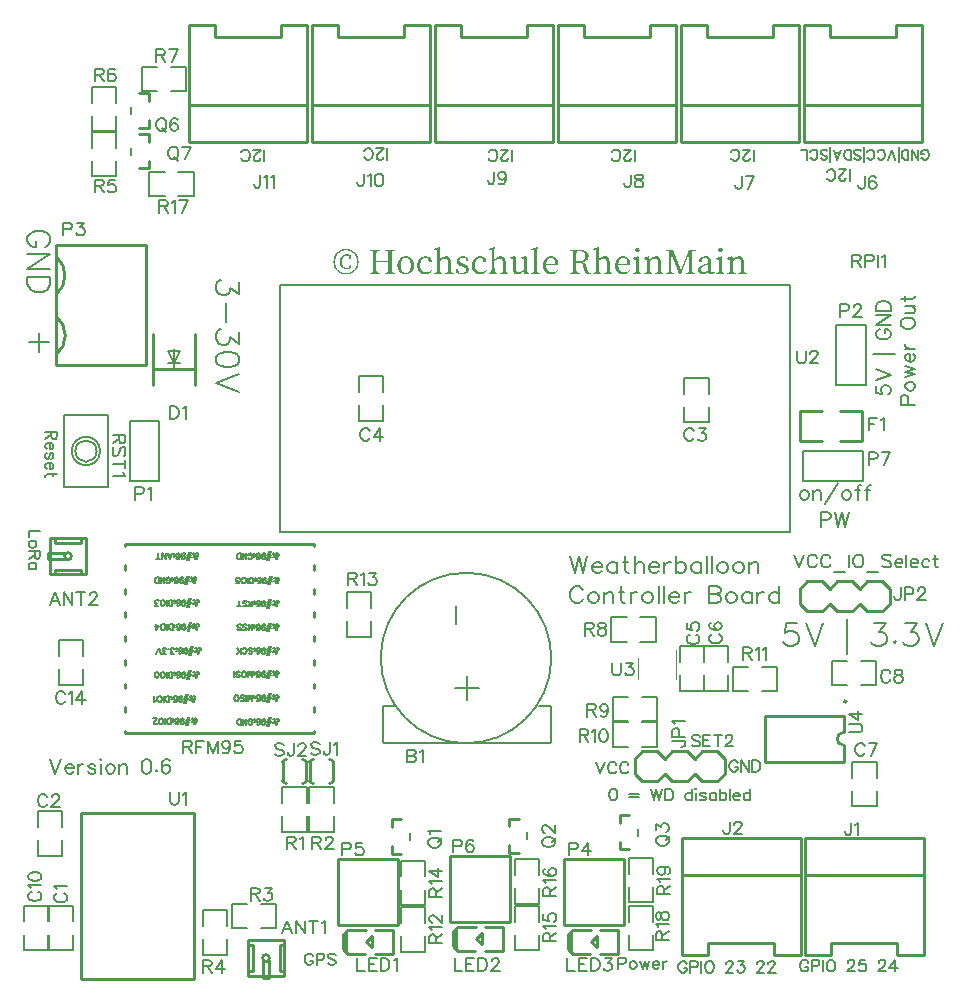
<source format=gto>
G04 Layer: TopSilkLayer*
G04 EasyEDA v6.2.46, 2019-11-12T10:27:12+01:00*
G04 201d7097f1e54f75af69d8895503a090,f684c74a6e3d460ab4b866ead519826c,10*
G04 Gerber Generator version 0.2*
G04 Scale: 100 percent, Rotated: No, Reflected: No *
G04 Dimensions in inches *
G04 leading zeros omitted , absolute positions ,2 integer and 4 decimal *
%FSLAX24Y24*%
%MOIN*%
G90*
G70D02*

%ADD10C,0.010000*%
%ADD50C,0.007870*%
%ADD51C,0.006000*%
%ADD52C,0.007874*%
%ADD53C,0.005000*%
%ADD54C,0.007008*%
%ADD55C,0.007000*%
%ADD56C,0.004724*%
%ADD57C,0.008000*%

%LPD*%
G54D10*
G01X9800Y8320D02*
G01X9800Y8240D01*
G01X3500Y8240D01*
G01X3500Y8320D01*
G01X3500Y14459D02*
G01X3500Y14540D01*
G01X9800Y14540D01*
G01X9800Y14459D01*
G01X9800Y8950D02*
G01X9800Y9109D01*
G01X9800Y9740D02*
G01X9800Y9890D01*
G01X9800Y10520D02*
G01X9800Y10680D01*
G01X9800Y11309D02*
G01X9800Y11470D01*
G01X9800Y12100D02*
G01X9800Y12259D01*
G01X9800Y12890D02*
G01X9800Y13040D01*
G01X9800Y13670D02*
G01X9800Y13830D01*
G01X3500Y8950D02*
G01X3500Y9109D01*
G01X3500Y9740D02*
G01X3500Y9890D01*
G01X3500Y10520D02*
G01X3500Y10680D01*
G01X3500Y11309D02*
G01X3500Y11470D01*
G01X3500Y12100D02*
G01X3500Y12259D01*
G01X3500Y12890D02*
G01X3500Y13040D01*
G01X3500Y13670D02*
G01X3500Y13830D01*
G01X5807Y56D02*
G01X2028Y56D01*
G01X2028Y5568D01*
G01X5807Y5568D01*
G01X5807Y56D01*
G54D50*
G01X9557Y5908D02*
G01X9557Y6428D01*
G01X8742Y6428D01*
G01X8742Y5908D01*
G01X9557Y5462D02*
G01X9557Y4943D01*
G01X8742Y4943D01*
G01X8742Y5462D01*
G01X10457Y5908D02*
G01X10457Y6428D01*
G01X9642Y6428D01*
G01X9642Y5908D01*
G01X10457Y5462D02*
G01X10457Y4943D01*
G01X9642Y4943D01*
G01X9642Y5462D01*
G01X142Y1521D02*
G01X142Y1001D01*
G01X957Y1001D01*
G01X957Y1521D01*
G01X142Y1967D02*
G01X142Y2486D01*
G01X957Y2486D01*
G01X957Y1967D01*
G01X942Y1521D02*
G01X942Y1001D01*
G01X1757Y1001D01*
G01X1757Y1521D01*
G01X942Y1967D02*
G01X942Y2486D01*
G01X1757Y2486D01*
G01X1757Y1967D01*
G54D10*
G01X8810Y149D02*
G01X7589Y149D01*
G01X7589Y149D02*
G01X7589Y1330D01*
G01X8810Y149D02*
G01X8810Y1330D01*
G01X8810Y1330D02*
G01X7589Y1330D01*
G01X8306Y684D02*
G01X8306Y78D01*
G01X8101Y78D01*
G01X8101Y669D01*
G01X8806Y306D02*
G01X8810Y303D01*
G01X8656Y303D01*
G01X8656Y1188D01*
G01X8810Y1188D01*
G01X7603Y1180D02*
G01X7599Y1184D01*
G01X7752Y1184D01*
G01X7752Y298D01*
G01X7599Y298D01*
G54D50*
G01X8018Y1732D02*
G01X8538Y1732D01*
G01X8538Y2547D01*
G01X8018Y2547D01*
G01X7572Y1732D02*
G01X7053Y1732D01*
G01X7053Y2547D01*
G01X7572Y2547D01*
G01X6092Y1371D02*
G01X6092Y851D01*
G01X6907Y851D01*
G01X6907Y1371D01*
G01X6092Y1817D02*
G01X6092Y2336D01*
G01X6907Y2336D01*
G01X6907Y1817D01*
G01X592Y4671D02*
G01X592Y4151D01*
G01X1407Y4151D01*
G01X1407Y4671D01*
G01X592Y5117D02*
G01X592Y5636D01*
G01X1407Y5636D01*
G01X1407Y5117D01*
G54D51*
G01X14900Y9340D02*
G01X14900Y10140D01*
G01X15300Y9740D02*
G01X14500Y9740D01*
G01X14550Y11885D02*
G01X14550Y12485D01*
G01X17300Y9140D02*
G01X17700Y9140D01*
G01X17700Y7940D01*
G01X17657Y7897D01*
G01X14900Y7897D01*
G01X12142Y7897D01*
G01X12100Y7940D01*
G01X12100Y9140D01*
G01X12500Y9140D01*
G54D10*
G01X1009Y13529D02*
G01X1009Y14750D01*
G01X1009Y14750D02*
G01X2190Y14750D01*
G01X1009Y13529D02*
G01X2190Y13529D01*
G01X2190Y13529D02*
G01X2190Y14750D01*
G01X1544Y14033D02*
G01X938Y14033D01*
G01X938Y14238D01*
G01X1529Y14238D01*
G01X1166Y13533D02*
G01X1163Y13529D01*
G01X1163Y13683D01*
G01X2048Y13683D01*
G01X2048Y13529D01*
G01X2040Y14736D02*
G01X2044Y14740D01*
G01X2044Y14587D01*
G01X1158Y14587D01*
G01X1158Y14740D01*
G54D50*
G01X1292Y10371D02*
G01X1292Y9851D01*
G01X2107Y9851D01*
G01X2107Y10371D01*
G01X1292Y10817D02*
G01X1292Y11336D01*
G01X2107Y11336D01*
G01X2107Y10817D01*
G01X11707Y12408D02*
G01X11707Y12928D01*
G01X10892Y12928D01*
G01X10892Y12408D01*
G01X11707Y11962D02*
G01X11707Y11443D01*
G01X10892Y11443D01*
G01X10892Y11962D01*
G54D10*
G01X9659Y6650D02*
G01X9659Y7270D01*
G01X10440Y7270D02*
G01X10440Y6650D01*
G01X8759Y6650D02*
G01X8759Y7270D01*
G01X9540Y7270D02*
G01X9540Y6650D01*
G54D50*
G01X5268Y26132D02*
G01X5788Y26132D01*
G01X5788Y26947D01*
G01X5268Y26947D01*
G01X4822Y26132D02*
G01X4303Y26132D01*
G01X4303Y26947D01*
G01X4822Y26947D01*
G54D10*
G01X4305Y27325D02*
G01X4305Y27065D01*
G01X4305Y27325D01*
G01X4305Y27065D01*
G01X3984Y27065D01*
G01X3984Y28214D02*
G01X4305Y28214D01*
G01X4305Y27955D01*
G54D52*
G01X3695Y27758D02*
G01X3695Y27521D01*
G54D50*
G01X3207Y27758D02*
G01X3207Y28278D01*
G01X2392Y28278D01*
G01X2392Y27758D01*
G01X3207Y27312D02*
G01X3207Y26793D01*
G01X2392Y26793D01*
G01X2392Y27312D01*
G01X3207Y29258D02*
G01X3207Y29778D01*
G01X2392Y29778D01*
G01X2392Y29258D01*
G01X3207Y28812D02*
G01X3207Y28293D01*
G01X2392Y28293D01*
G01X2392Y28812D01*
G01X5018Y29632D02*
G01X5538Y29632D01*
G01X5538Y30447D01*
G01X5018Y30447D01*
G01X4572Y29632D02*
G01X4053Y29632D01*
G01X4053Y30447D01*
G01X4572Y30447D01*
G54D10*
G01X4305Y28675D02*
G01X4305Y28415D01*
G01X4305Y28675D01*
G01X4305Y28415D01*
G01X3984Y28415D01*
G01X3984Y29564D02*
G01X4305Y29564D01*
G01X4305Y29305D01*
G54D52*
G01X3695Y29108D02*
G01X3695Y28871D01*
G54D53*
G01X5150Y20568D02*
G01X5350Y20968D01*
G01X5350Y20968D02*
G01X4950Y20968D01*
G01X4950Y20968D02*
G01X5150Y20568D01*
G01X5150Y20568D02*
G01X5350Y20568D01*
G01X5350Y20568D02*
G01X4950Y20568D01*
G01X5150Y21044D02*
G01X5150Y20368D01*
G54D10*
G01X5850Y20378D02*
G01X4450Y20378D01*
G01X5850Y21540D02*
G01X5850Y19840D01*
G01X4450Y19840D02*
G01X4450Y21540D01*
G54D50*
G01X22957Y19558D02*
G01X22957Y20078D01*
G01X22142Y20078D01*
G01X22142Y19558D01*
G01X22957Y19112D02*
G01X22957Y18593D01*
G01X22142Y18593D01*
G01X22142Y19112D01*
G01X12107Y19608D02*
G01X12107Y20128D01*
G01X11292Y20128D01*
G01X11292Y19608D01*
G01X12107Y19162D02*
G01X12107Y18643D01*
G01X11292Y18643D01*
G01X11292Y19162D01*
G54D10*
G01X26130Y28930D02*
G01X26130Y28150D01*
G01X30069Y31850D02*
G01X29200Y31850D01*
G01X29200Y31450D01*
G01X27000Y31450D01*
G01X27000Y31850D01*
G01X26130Y31850D01*
G01X26130Y29170D01*
G01X26130Y27950D01*
G01X30069Y27950D01*
G01X30069Y29170D01*
G01X30069Y31850D01*
G01X26130Y29170D02*
G01X30069Y29170D01*
G01X22030Y28930D02*
G01X22030Y28150D01*
G01X25969Y31850D02*
G01X25100Y31850D01*
G01X25100Y31450D01*
G01X22900Y31450D01*
G01X22900Y31850D01*
G01X22030Y31850D01*
G01X22030Y29170D01*
G01X22030Y27950D01*
G01X25969Y27950D01*
G01X25969Y29170D01*
G01X25969Y31850D01*
G01X22030Y29170D02*
G01X25969Y29170D01*
G01X17930Y28930D02*
G01X17930Y28150D01*
G01X21869Y31850D02*
G01X21000Y31850D01*
G01X21000Y31450D01*
G01X18800Y31450D01*
G01X18800Y31850D01*
G01X17930Y31850D01*
G01X17930Y29170D01*
G01X17930Y27950D01*
G01X21869Y27950D01*
G01X21869Y29170D01*
G01X21869Y31850D01*
G01X17930Y29170D02*
G01X21869Y29170D01*
G01X13830Y28930D02*
G01X13830Y28150D01*
G01X17769Y31850D02*
G01X16900Y31850D01*
G01X16900Y31450D01*
G01X14700Y31450D01*
G01X14700Y31850D01*
G01X13830Y31850D01*
G01X13830Y29170D01*
G01X13830Y27950D01*
G01X17769Y27950D01*
G01X17769Y29170D01*
G01X17769Y31850D01*
G01X13830Y29170D02*
G01X17769Y29170D01*
G01X9730Y28930D02*
G01X9730Y28150D01*
G01X13669Y31850D02*
G01X12800Y31850D01*
G01X12800Y31450D01*
G01X10600Y31450D01*
G01X10600Y31850D01*
G01X9730Y31850D01*
G01X9730Y29170D01*
G01X9730Y27950D01*
G01X13669Y27950D01*
G01X13669Y29170D01*
G01X13669Y31850D01*
G01X9730Y29170D02*
G01X13669Y29170D01*
G01X5630Y28930D02*
G01X5630Y28150D01*
G01X9569Y31850D02*
G01X8700Y31850D01*
G01X8700Y31450D01*
G01X6500Y31450D01*
G01X6500Y31850D01*
G01X5630Y31850D01*
G01X5630Y29170D01*
G01X5630Y27950D01*
G01X9569Y27950D01*
G01X9569Y29170D01*
G01X9569Y31850D01*
G01X5630Y29170D02*
G01X9569Y29170D01*
G54D54*
G01X1471Y18840D02*
G01X2930Y18840D01*
G01X1480Y16440D02*
G01X2919Y16440D01*
G01X2928Y16439D02*
G01X2928Y18840D01*
G54D55*
G01X1471Y18840D02*
G01X1471Y16439D01*
G54D56*
G01X20615Y10744D02*
G01X20615Y10036D01*
G01X21883Y10036D02*
G01X21883Y11000D01*
G54D50*
G01X20231Y12097D02*
G01X19711Y12097D01*
G01X19711Y11282D01*
G01X20231Y11282D01*
G01X20677Y12097D02*
G01X21197Y12097D01*
G01X21197Y11282D01*
G01X20677Y11282D01*
G01X20281Y9447D02*
G01X19761Y9447D01*
G01X19761Y8632D01*
G01X20281Y8632D01*
G01X20727Y9447D02*
G01X21247Y9447D01*
G01X21247Y8632D01*
G01X20727Y8632D01*
G54D10*
G01X22500Y7390D02*
G01X22750Y7640D01*
G01X22750Y7640D02*
G01X23250Y7640D01*
G01X23250Y7640D02*
G01X23500Y7390D01*
G01X23500Y6890D02*
G01X23250Y6640D01*
G01X23250Y6640D02*
G01X22750Y6640D01*
G01X22750Y6640D02*
G01X22500Y6890D01*
G01X20750Y7640D02*
G01X21250Y7640D01*
G01X21250Y7640D02*
G01X21500Y7390D01*
G01X21500Y6890D02*
G01X21250Y6640D01*
G01X21500Y7390D02*
G01X21750Y7640D01*
G01X21750Y7640D02*
G01X22250Y7640D01*
G01X22250Y7640D02*
G01X22500Y7390D01*
G01X22500Y6890D02*
G01X22250Y6640D01*
G01X22250Y6640D02*
G01X21750Y6640D01*
G01X21750Y6640D02*
G01X21500Y6890D01*
G01X20500Y7390D02*
G01X20500Y6890D01*
G01X20750Y7640D02*
G01X20500Y7390D01*
G01X20500Y6890D02*
G01X20750Y6640D01*
G01X21250Y6640D02*
G01X20750Y6640D01*
G01X23500Y7390D02*
G01X23500Y6890D01*
G54D50*
G01X20281Y8597D02*
G01X19761Y8597D01*
G01X19761Y7782D01*
G01X20281Y7782D01*
G01X20727Y8597D02*
G01X21247Y8597D01*
G01X21247Y7782D01*
G01X20727Y7782D01*
G01X22807Y10608D02*
G01X22807Y11128D01*
G01X21992Y11128D01*
G01X21992Y10608D01*
G01X22807Y10162D02*
G01X22807Y9643D01*
G01X21992Y9643D01*
G01X21992Y10162D01*
G01X23607Y10608D02*
G01X23607Y11128D01*
G01X22792Y11128D01*
G01X22792Y10608D01*
G01X23607Y10162D02*
G01X23607Y9643D01*
G01X22792Y9643D01*
G01X22792Y10162D01*
G54D10*
G01X24846Y8816D02*
G01X27445Y8816D01*
G01X24846Y7286D02*
G01X27456Y7286D01*
G01X24846Y8816D02*
G01X24846Y7286D01*
G01X27456Y8816D02*
G01X27456Y8276D01*
G01X27456Y7836D02*
G01X27456Y7286D01*
G54D50*
G01X28557Y6758D02*
G01X28557Y7278D01*
G01X27742Y7278D01*
G01X27742Y6758D01*
G01X28557Y6312D02*
G01X28557Y5793D01*
G01X27742Y5793D01*
G01X27742Y6312D01*
G01X28018Y9832D02*
G01X28538Y9832D01*
G01X28538Y10647D01*
G01X28018Y10647D01*
G01X27572Y9832D02*
G01X27052Y9832D01*
G01X27052Y10647D01*
G01X27572Y10647D01*
G01X24281Y10447D02*
G01X23761Y10447D01*
G01X23761Y9632D01*
G01X24281Y9632D01*
G01X24727Y10447D02*
G01X25247Y10447D01*
G01X25247Y9632D01*
G01X24727Y9632D01*
G54D10*
G01X27329Y17990D02*
G01X28057Y17990D01*
G01X28057Y18990D01*
G01X27329Y18990D01*
G01X26729Y18990D02*
G01X25998Y18990D01*
G01X25998Y17990D01*
G01X26729Y17990D01*
G54D57*
G01X27200Y21840D02*
G01X28189Y21840D01*
G01X28189Y19840D01*
G01X27200Y19840D01*
G01X27200Y21840D01*
G54D10*
G01X4200Y24524D02*
G01X1200Y24524D01*
G01X1200Y24524D01*
G01X4200Y24524D02*
G01X4200Y20524D01*
G01X1200Y24524D02*
G01X1200Y20524D01*
G01X4200Y20524D02*
G01X1200Y20524D01*
G01X12394Y5105D02*
G01X12394Y5364D01*
G01X12394Y5105D01*
G01X12394Y5364D01*
G01X12715Y5364D01*
G01X12715Y4215D02*
G01X12394Y4215D01*
G01X12394Y4475D01*
G54D52*
G01X13004Y4671D02*
G01X13004Y4908D01*
G54D10*
G01X16302Y5129D02*
G01X16302Y5388D01*
G01X16302Y5129D01*
G01X16302Y5388D01*
G01X16623Y5388D01*
G01X16623Y4239D02*
G01X16302Y4239D01*
G01X16302Y4499D01*
G54D52*
G01X16912Y4696D02*
G01X16912Y4932D01*
G54D10*
G01X19994Y5255D02*
G01X19994Y5514D01*
G01X19994Y5255D01*
G01X19994Y5514D01*
G01X20314Y5514D01*
G01X20314Y4365D02*
G01X19994Y4365D01*
G01X19994Y4625D01*
G54D52*
G01X20604Y4821D02*
G01X20604Y5058D01*
G54D10*
G01X11824Y889D02*
G01X12434Y889D01*
G01X12434Y1689D01*
G01X11824Y1689D01*
G01X11514Y879D02*
G01X10934Y879D01*
G01X10774Y1039D01*
G01X10774Y1539D01*
G01X10924Y1689D01*
G01X11524Y1689D01*
G01X11735Y1092D02*
G01X11735Y1486D01*
G01X11735Y1486D01*
G01X11538Y1289D01*
G01X11538Y1289D01*
G01X11735Y1092D01*
G01X10869Y974D02*
G01X10869Y1604D01*
G01X15488Y989D02*
G01X16098Y989D01*
G01X16098Y1789D01*
G01X15488Y1789D01*
G01X15178Y979D02*
G01X14598Y979D01*
G01X14438Y1139D01*
G01X14438Y1639D01*
G01X14588Y1789D01*
G01X15188Y1789D01*
G01X15399Y1192D02*
G01X15399Y1586D01*
G01X15399Y1586D01*
G01X15202Y1389D01*
G01X15202Y1389D01*
G01X15399Y1192D01*
G01X14533Y1074D02*
G01X14533Y1704D01*
G54D50*
G01X13507Y1908D02*
G01X13507Y2428D01*
G01X12692Y2428D01*
G01X12692Y1908D01*
G01X13507Y1462D02*
G01X13507Y943D01*
G01X12692Y943D01*
G01X12692Y1462D01*
G01X12692Y3021D02*
G01X12692Y2501D01*
G01X13507Y2501D01*
G01X13507Y3021D01*
G01X12692Y3467D02*
G01X12692Y3986D01*
G01X13507Y3986D01*
G01X13507Y3467D01*
G01X17307Y1958D02*
G01X17307Y2478D01*
G01X16492Y2478D01*
G01X16492Y1958D01*
G01X17307Y1512D02*
G01X17307Y993D01*
G01X16492Y993D01*
G01X16492Y1512D01*
G01X16492Y3071D02*
G01X16492Y2551D01*
G01X17307Y2551D01*
G01X17307Y3071D01*
G01X16492Y3517D02*
G01X16492Y4037D01*
G01X17307Y4037D01*
G01X17307Y3517D01*
G01X21107Y1958D02*
G01X21107Y2478D01*
G01X20292Y2478D01*
G01X20292Y1958D01*
G01X21107Y1512D02*
G01X21107Y993D01*
G01X20292Y993D01*
G01X20292Y1512D01*
G54D10*
G01X19324Y889D02*
G01X19934Y889D01*
G01X19934Y1689D01*
G01X19324Y1689D01*
G01X19014Y879D02*
G01X18434Y879D01*
G01X18274Y1039D01*
G01X18274Y1539D01*
G01X18424Y1689D01*
G01X19024Y1689D01*
G01X19235Y1092D02*
G01X19235Y1486D01*
G01X19235Y1486D01*
G01X19038Y1289D01*
G01X19038Y1289D01*
G01X19235Y1092D01*
G01X18369Y974D02*
G01X18369Y1604D01*
G54D50*
G01X21107Y3558D02*
G01X21107Y4078D01*
G01X20292Y4078D01*
G01X20292Y3558D01*
G01X21107Y3112D02*
G01X21107Y2593D01*
G01X20292Y2593D01*
G01X20292Y3112D01*
G54D10*
G01X18150Y2440D02*
G01X18150Y1840D01*
G01X20150Y1840D01*
G01X20150Y4040D01*
G01X18150Y4040D01*
G01X18150Y2440D01*
G01X10600Y2440D02*
G01X10600Y1840D01*
G01X12600Y1840D01*
G01X12600Y4040D01*
G01X10600Y4040D01*
G01X10600Y2440D01*
G01X14350Y2540D02*
G01X14350Y1940D01*
G01X16350Y1940D01*
G01X16350Y4140D01*
G01X14350Y4140D01*
G01X14350Y2540D01*
G54D57*
G01X28100Y17640D02*
G01X28100Y16650D01*
G01X26100Y16650D01*
G01X26100Y17640D01*
G01X28100Y17640D01*
G54D10*
G01X30119Y3750D02*
G01X30119Y4530D01*
G01X26180Y830D02*
G01X27050Y830D01*
G01X27050Y1230D01*
G01X29250Y1230D01*
G01X29250Y830D01*
G01X30119Y830D01*
G01X30119Y3509D01*
G01X30119Y4730D01*
G01X26180Y4730D01*
G01X26180Y3509D01*
G01X26180Y830D01*
G01X30119Y3509D02*
G01X26180Y3509D01*
G01X26019Y3750D02*
G01X26019Y4530D01*
G01X22080Y830D02*
G01X22950Y830D01*
G01X22950Y1230D01*
G01X25150Y1230D01*
G01X25150Y830D01*
G01X26019Y830D01*
G01X26019Y3509D01*
G01X26019Y4730D01*
G01X22080Y4730D01*
G01X22080Y3509D01*
G01X22080Y830D01*
G01X26019Y3509D02*
G01X22080Y3509D01*
G54D57*
G01X4650Y16640D02*
G01X3659Y16640D01*
G01X3659Y18640D01*
G01X4650Y18640D01*
G01X4650Y16640D01*
G54D10*
G01X28000Y13042D02*
G01X28250Y13292D01*
G01X28250Y13292D02*
G01X28750Y13292D01*
G01X28750Y13292D02*
G01X29000Y13042D01*
G01X29000Y12542D02*
G01X28750Y12292D01*
G01X28750Y12292D02*
G01X28250Y12292D01*
G01X28250Y12292D02*
G01X28000Y12542D01*
G01X26250Y13292D02*
G01X26750Y13292D01*
G01X26750Y13292D02*
G01X27000Y13042D01*
G01X27000Y12542D02*
G01X26750Y12292D01*
G01X27000Y13042D02*
G01X27250Y13292D01*
G01X27250Y13292D02*
G01X27750Y13292D01*
G01X27750Y13292D02*
G01X28000Y13042D01*
G01X28000Y12542D02*
G01X27750Y12292D01*
G01X27750Y12292D02*
G01X27250Y12292D01*
G01X27250Y12292D02*
G01X27000Y12542D01*
G01X26000Y13042D02*
G01X26000Y12542D01*
G01X26250Y13292D02*
G01X26000Y13042D01*
G01X26000Y12542D02*
G01X26250Y12292D01*
G01X26750Y12292D02*
G01X26250Y12292D01*
G01X29000Y13042D02*
G01X29000Y12542D01*
G54D53*
G01X25675Y23190D02*
G01X25675Y14940D01*
G01X8675Y14940D01*
G01X8675Y23190D01*
G01X25675Y23190D01*
G54D57*
G01X25885Y11894D02*
G01X25522Y11894D01*
G01X25485Y11567D01*
G01X25522Y11603D01*
G01X25631Y11640D01*
G01X25740Y11640D01*
G01X25850Y11603D01*
G01X25922Y11531D01*
G01X25959Y11422D01*
G01X25959Y11349D01*
G01X25922Y11240D01*
G01X25850Y11167D01*
G01X25740Y11131D01*
G01X25631Y11131D01*
G01X25522Y11167D01*
G01X25485Y11203D01*
G01X25450Y11276D01*
G01X26198Y11894D02*
G01X26489Y11131D01*
G01X26781Y11894D02*
G01X26489Y11131D01*
G01X27581Y12040D02*
G01X27581Y10876D01*
G01X28453Y11894D02*
G01X28853Y11894D01*
G01X28635Y11603D01*
G01X28744Y11603D01*
G01X28817Y11567D01*
G01X28853Y11531D01*
G01X28889Y11422D01*
G01X28889Y11349D01*
G01X28853Y11240D01*
G01X28781Y11167D01*
G01X28672Y11131D01*
G01X28563Y11131D01*
G01X28453Y11167D01*
G01X28417Y11203D01*
G01X28381Y11276D01*
G01X29165Y11313D02*
G01X29130Y11276D01*
G01X29165Y11240D01*
G01X29202Y11276D01*
G01X29165Y11313D01*
G01X29514Y11894D02*
G01X29914Y11894D01*
G01X29697Y11603D01*
G01X29806Y11603D01*
G01X29878Y11567D01*
G01X29914Y11531D01*
G01X29952Y11422D01*
G01X29952Y11349D01*
G01X29914Y11240D01*
G01X29843Y11167D01*
G01X29734Y11131D01*
G01X29625Y11131D01*
G01X29514Y11167D01*
G01X29478Y11203D01*
G01X29443Y11276D01*
G01X30192Y11894D02*
G01X30482Y11131D01*
G01X30773Y11894D02*
G01X30482Y11131D01*
G01X29356Y19190D02*
G01X29835Y19190D01*
G01X29356Y19190D02*
G01X29356Y19395D01*
G01X29380Y19463D01*
G01X29402Y19484D01*
G01X29447Y19507D01*
G01X29515Y19507D01*
G01X29561Y19484D01*
G01X29585Y19463D01*
G01X29606Y19395D01*
G01X29606Y19190D01*
G01X29515Y19772D02*
G01X29539Y19726D01*
G01X29585Y19680D01*
G01X29652Y19657D01*
G01X29697Y19657D01*
G01X29765Y19680D01*
G01X29811Y19726D01*
G01X29835Y19772D01*
G01X29835Y19840D01*
G01X29811Y19884D01*
G01X29765Y19930D01*
G01X29697Y19953D01*
G01X29652Y19953D01*
G01X29585Y19930D01*
G01X29539Y19884D01*
G01X29515Y19840D01*
G01X29515Y19772D01*
G01X29515Y20103D02*
G01X29835Y20195D01*
G01X29515Y20284D02*
G01X29835Y20195D01*
G01X29515Y20284D02*
G01X29835Y20376D01*
G01X29515Y20467D02*
G01X29835Y20376D01*
G01X29652Y20617D02*
G01X29652Y20890D01*
G01X29606Y20890D01*
G01X29561Y20867D01*
G01X29539Y20845D01*
G01X29515Y20799D01*
G01X29515Y20730D01*
G01X29539Y20684D01*
G01X29585Y20640D01*
G01X29652Y20617D01*
G01X29697Y20617D01*
G01X29765Y20640D01*
G01X29811Y20684D01*
G01X29835Y20730D01*
G01X29835Y20799D01*
G01X29811Y20845D01*
G01X29765Y20890D01*
G01X29515Y21040D02*
G01X29835Y21040D01*
G01X29652Y21040D02*
G01X29585Y21063D01*
G01X29539Y21107D01*
G01X29515Y21153D01*
G01X29515Y21222D01*
G01X29356Y21857D02*
G01X29380Y21813D01*
G01X29425Y21767D01*
G01X29471Y21745D01*
G01X29539Y21722D01*
G01X29652Y21722D01*
G01X29721Y21745D01*
G01X29765Y21767D01*
G01X29811Y21813D01*
G01X29835Y21857D01*
G01X29835Y21949D01*
G01X29811Y21995D01*
G01X29765Y22040D01*
G01X29721Y22063D01*
G01X29652Y22084D01*
G01X29539Y22084D01*
G01X29471Y22063D01*
G01X29425Y22040D01*
G01X29380Y21995D01*
G01X29356Y21949D01*
G01X29356Y21857D01*
G01X29515Y22234D02*
G01X29743Y22234D01*
G01X29811Y22257D01*
G01X29835Y22303D01*
G01X29835Y22372D01*
G01X29811Y22417D01*
G01X29743Y22484D01*
G01X29515Y22484D02*
G01X29835Y22484D01*
G01X29356Y22703D02*
G01X29743Y22703D01*
G01X29811Y22726D01*
G01X29835Y22772D01*
G01X29835Y22817D01*
G01X29515Y22634D02*
G01X29515Y22795D01*
G01X28541Y19803D02*
G01X28541Y19575D01*
G01X28746Y19553D01*
G01X28723Y19575D01*
G01X28700Y19644D01*
G01X28700Y19712D01*
G01X28723Y19780D01*
G01X28769Y19825D01*
G01X28837Y19848D01*
G01X28882Y19848D01*
G01X28950Y19825D01*
G01X28996Y19780D01*
G01X29019Y19712D01*
G01X29019Y19644D01*
G01X28996Y19575D01*
G01X28973Y19553D01*
G01X28928Y19530D01*
G01X28541Y19998D02*
G01X29019Y20180D01*
G01X28541Y20362D02*
G01X29019Y20180D01*
G01X28450Y20862D02*
G01X29178Y20862D01*
G01X28655Y21703D02*
G01X28609Y21680D01*
G01X28564Y21635D01*
G01X28541Y21589D01*
G01X28541Y21498D01*
G01X28564Y21453D01*
G01X28609Y21407D01*
G01X28655Y21385D01*
G01X28723Y21362D01*
G01X28837Y21362D01*
G01X28905Y21385D01*
G01X28950Y21407D01*
G01X28996Y21453D01*
G01X29019Y21498D01*
G01X29019Y21589D01*
G01X28996Y21635D01*
G01X28950Y21680D01*
G01X28905Y21703D01*
G01X28837Y21703D01*
G01X28837Y21589D02*
G01X28837Y21703D01*
G01X28541Y21853D02*
G01X29019Y21853D01*
G01X28541Y21853D02*
G01X29019Y22171D01*
G01X28541Y22171D02*
G01X29019Y22171D01*
G01X28541Y22321D02*
G01X29019Y22321D01*
G01X28541Y22321D02*
G01X28541Y22480D01*
G01X28564Y22548D01*
G01X28609Y22594D01*
G01X28655Y22616D01*
G01X28723Y22639D01*
G01X28837Y22639D01*
G01X28905Y22616D01*
G01X28950Y22594D01*
G01X28996Y22548D01*
G01X29019Y22480D01*
G01X29019Y22321D01*
G01X26114Y16340D02*
G01X26068Y16317D01*
G01X26022Y16271D01*
G01X26000Y16203D01*
G01X26000Y16158D01*
G01X26022Y16090D01*
G01X26068Y16044D01*
G01X26114Y16021D01*
G01X26181Y16021D01*
G01X26227Y16044D01*
G01X26272Y16090D01*
G01X26294Y16158D01*
G01X26294Y16203D01*
G01X26272Y16271D01*
G01X26227Y16317D01*
G01X26181Y16340D01*
G01X26114Y16340D01*
G01X26444Y16340D02*
G01X26444Y16021D01*
G01X26444Y16249D02*
G01X26514Y16317D01*
G01X26559Y16340D01*
G01X26627Y16340D01*
G01X26672Y16317D01*
G01X26694Y16249D01*
G01X26694Y16021D01*
G01X27255Y16590D02*
G01X26844Y15862D01*
G01X27518Y16340D02*
G01X27472Y16317D01*
G01X27427Y16271D01*
G01X27405Y16203D01*
G01X27405Y16158D01*
G01X27427Y16090D01*
G01X27472Y16044D01*
G01X27518Y16021D01*
G01X27585Y16021D01*
G01X27631Y16044D01*
G01X27677Y16090D01*
G01X27700Y16158D01*
G01X27700Y16203D01*
G01X27677Y16271D01*
G01X27631Y16317D01*
G01X27585Y16340D01*
G01X27518Y16340D01*
G01X28031Y16499D02*
G01X27985Y16499D01*
G01X27940Y16476D01*
G01X27918Y16408D01*
G01X27918Y16021D01*
G01X27850Y16340D02*
G01X28009Y16340D01*
G01X28364Y16499D02*
G01X28318Y16499D01*
G01X28272Y16476D01*
G01X28250Y16408D01*
G01X28250Y16021D01*
G01X28181Y16340D02*
G01X28340Y16340D01*
G01X26700Y15599D02*
G01X26700Y15121D01*
G01X26700Y15599D02*
G01X26905Y15599D01*
G01X26972Y15576D01*
G01X26994Y15553D01*
G01X27018Y15508D01*
G01X27018Y15440D01*
G01X26994Y15394D01*
G01X26972Y15371D01*
G01X26905Y15349D01*
G01X26700Y15349D01*
G01X27168Y15599D02*
G01X27281Y15121D01*
G01X27394Y15599D02*
G01X27281Y15121D01*
G01X27394Y15599D02*
G01X27509Y15121D01*
G01X27622Y15599D02*
G01X27509Y15121D01*
G01X626Y21590D02*
G01X626Y20936D01*
G01X300Y21263D02*
G01X955Y21263D01*
G01X832Y24445D02*
G01X904Y24480D01*
G01X977Y24553D01*
G01X1013Y24626D01*
G01X1013Y24772D01*
G01X977Y24845D01*
G01X904Y24917D01*
G01X832Y24953D01*
G01X722Y24990D01*
G01X541Y24990D01*
G01X432Y24953D01*
G01X359Y24917D01*
G01X286Y24845D01*
G01X250Y24772D01*
G01X250Y24626D01*
G01X286Y24553D01*
G01X359Y24480D01*
G01X432Y24445D01*
G01X541Y24445D01*
G01X541Y24626D02*
G01X541Y24445D01*
G01X1013Y24205D02*
G01X250Y24205D01*
G01X1013Y24205D02*
G01X250Y23695D01*
G01X1013Y23695D02*
G01X250Y23695D01*
G01X1013Y23455D02*
G01X250Y23455D01*
G01X1013Y23455D02*
G01X1013Y23201D01*
G01X977Y23092D01*
G01X904Y23019D01*
G01X832Y22982D01*
G01X722Y22946D01*
G01X541Y22946D01*
G01X432Y22982D01*
G01X359Y23019D01*
G01X286Y23092D01*
G01X250Y23201D01*
G01X250Y23455D01*
G01X7305Y23267D02*
G01X7305Y22867D01*
G01X7014Y23084D01*
G01X7014Y22976D01*
G01X6978Y22903D01*
G01X6942Y22867D01*
G01X6833Y22830D01*
G01X6760Y22830D01*
G01X6651Y22867D01*
G01X6578Y22940D01*
G01X6542Y23049D01*
G01X6542Y23157D01*
G01X6578Y23267D01*
G01X6614Y23303D01*
G01X6687Y23340D01*
G01X6869Y22591D02*
G01X6869Y21936D01*
G01X7305Y21624D02*
G01X7305Y21224D01*
G01X7014Y21442D01*
G01X7014Y21332D01*
G01X6978Y21259D01*
G01X6942Y21224D01*
G01X6833Y21186D01*
G01X6760Y21186D01*
G01X6651Y21224D01*
G01X6578Y21296D01*
G01X6542Y21405D01*
G01X6542Y21515D01*
G01X6578Y21624D01*
G01X6614Y21659D01*
G01X6687Y21696D01*
G01X7305Y20728D02*
G01X7269Y20838D01*
G01X7160Y20911D01*
G01X6978Y20947D01*
G01X6869Y20947D01*
G01X6687Y20911D01*
G01X6578Y20838D01*
G01X6542Y20728D01*
G01X6542Y20655D01*
G01X6578Y20547D01*
G01X6687Y20475D01*
G01X6869Y20438D01*
G01X6978Y20438D01*
G01X7160Y20475D01*
G01X7269Y20547D01*
G01X7305Y20655D01*
G01X7305Y20728D01*
G01X7305Y20198D02*
G01X6542Y19907D01*
G01X7305Y19616D02*
G01X6542Y19907D01*
G01X1231Y18290D02*
G01X849Y18290D01*
G01X1231Y18290D02*
G01X1231Y18126D01*
G01X1213Y18072D01*
G01X1195Y18053D01*
G01X1158Y18034D01*
G01X1122Y18034D01*
G01X1086Y18053D01*
G01X1068Y18072D01*
G01X1049Y18126D01*
G01X1049Y18290D01*
G01X1049Y18163D02*
G01X849Y18034D01*
G01X995Y17915D02*
G01X995Y17697D01*
G01X1031Y17697D01*
G01X1068Y17715D01*
G01X1086Y17734D01*
G01X1104Y17770D01*
G01X1104Y17825D01*
G01X1086Y17861D01*
G01X1049Y17897D01*
G01X995Y17915D01*
G01X958Y17915D01*
G01X904Y17897D01*
G01X868Y17861D01*
G01X849Y17825D01*
G01X849Y17770D01*
G01X868Y17734D01*
G01X904Y17697D01*
G01X1049Y17377D02*
G01X1086Y17395D01*
G01X1104Y17450D01*
G01X1104Y17505D01*
G01X1086Y17559D01*
G01X1049Y17577D01*
G01X1013Y17559D01*
G01X995Y17523D01*
G01X977Y17432D01*
G01X958Y17395D01*
G01X922Y17377D01*
G01X904Y17377D01*
G01X868Y17395D01*
G01X849Y17450D01*
G01X849Y17505D01*
G01X868Y17559D01*
G01X904Y17577D01*
G01X995Y17257D02*
G01X995Y17038D01*
G01X1031Y17038D01*
G01X1068Y17057D01*
G01X1086Y17075D01*
G01X1104Y17111D01*
G01X1104Y17166D01*
G01X1086Y17203D01*
G01X1049Y17238D01*
G01X995Y17257D01*
G01X958Y17257D01*
G01X904Y17238D01*
G01X868Y17203D01*
G01X849Y17166D01*
G01X849Y17111D01*
G01X868Y17075D01*
G01X904Y17038D01*
G01X1231Y16865D02*
G01X922Y16865D01*
G01X868Y16846D01*
G01X849Y16809D01*
G01X849Y16774D01*
G01X1104Y16919D02*
G01X1104Y16792D01*
G01X667Y14990D02*
G01X285Y14990D01*
G01X285Y14990D02*
G01X285Y14772D01*
G01X540Y14561D02*
G01X522Y14597D01*
G01X485Y14634D01*
G01X431Y14651D01*
G01X394Y14651D01*
G01X340Y14634D01*
G01X304Y14597D01*
G01X285Y14561D01*
G01X285Y14505D01*
G01X304Y14470D01*
G01X340Y14434D01*
G01X394Y14415D01*
G01X431Y14415D01*
G01X485Y14434D01*
G01X522Y14470D01*
G01X540Y14505D01*
G01X540Y14561D01*
G01X667Y14295D02*
G01X285Y14295D01*
G01X667Y14295D02*
G01X667Y14132D01*
G01X649Y14076D01*
G01X631Y14059D01*
G01X594Y14041D01*
G01X558Y14041D01*
G01X522Y14059D01*
G01X504Y14076D01*
G01X485Y14132D01*
G01X485Y14295D01*
G01X485Y14168D02*
G01X285Y14041D01*
G01X540Y13703D02*
G01X285Y13703D01*
G01X485Y13703D02*
G01X522Y13738D01*
G01X540Y13775D01*
G01X540Y13830D01*
G01X522Y13866D01*
G01X485Y13903D01*
G01X431Y13921D01*
G01X394Y13921D01*
G01X340Y13903D01*
G01X304Y13866D01*
G01X285Y13830D01*
G01X285Y13775D01*
G01X304Y13738D01*
G01X340Y13703D01*
G01X9773Y799D02*
G01X9755Y836D01*
G01X9717Y872D01*
G01X9682Y890D01*
G01X9609Y890D01*
G01X9573Y872D01*
G01X9536Y836D01*
G01X9517Y799D01*
G01X9500Y745D01*
G01X9500Y654D01*
G01X9517Y599D01*
G01X9536Y563D01*
G01X9573Y527D01*
G01X9609Y508D01*
G01X9682Y508D01*
G01X9717Y527D01*
G01X9755Y563D01*
G01X9773Y599D01*
G01X9773Y654D01*
G01X9682Y654D02*
G01X9773Y654D01*
G01X9892Y890D02*
G01X9892Y508D01*
G01X9892Y890D02*
G01X10055Y890D01*
G01X10111Y872D01*
G01X10128Y854D01*
G01X10146Y817D01*
G01X10146Y763D01*
G01X10128Y727D01*
G01X10111Y708D01*
G01X10055Y690D01*
G01X9892Y690D01*
G01X10521Y836D02*
G01X10484Y872D01*
G01X10430Y890D01*
G01X10357Y890D01*
G01X10303Y872D01*
G01X10267Y836D01*
G01X10267Y799D01*
G01X10284Y763D01*
G01X10303Y745D01*
G01X10340Y727D01*
G01X10448Y690D01*
G01X10484Y672D01*
G01X10503Y654D01*
G01X10521Y617D01*
G01X10521Y563D01*
G01X10484Y527D01*
G01X10430Y508D01*
G01X10357Y508D01*
G01X10303Y527D01*
G01X10267Y563D01*
G01X19950Y758D02*
G01X19950Y376D01*
G01X19950Y758D02*
G01X20114Y758D01*
G01X20168Y740D01*
G01X20185Y722D01*
G01X20205Y685D01*
G01X20205Y631D01*
G01X20185Y595D01*
G01X20168Y576D01*
G01X20114Y558D01*
G01X19950Y558D01*
G01X20414Y631D02*
G01X20378Y613D01*
G01X20343Y576D01*
G01X20325Y522D01*
G01X20325Y485D01*
G01X20343Y431D01*
G01X20378Y395D01*
G01X20414Y376D01*
G01X20469Y376D01*
G01X20506Y395D01*
G01X20543Y431D01*
G01X20560Y485D01*
G01X20560Y522D01*
G01X20543Y576D01*
G01X20506Y613D01*
G01X20469Y631D01*
G01X20414Y631D01*
G01X20681Y631D02*
G01X20753Y376D01*
G01X20826Y631D02*
G01X20753Y376D01*
G01X20826Y631D02*
G01X20898Y376D01*
G01X20972Y631D02*
G01X20898Y376D01*
G01X21092Y522D02*
G01X21310Y522D01*
G01X21310Y558D01*
G01X21292Y595D01*
G01X21273Y613D01*
G01X21236Y631D01*
G01X21182Y631D01*
G01X21146Y613D01*
G01X21110Y576D01*
G01X21092Y522D01*
G01X21092Y485D01*
G01X21110Y431D01*
G01X21146Y395D01*
G01X21182Y376D01*
G01X21236Y376D01*
G01X21273Y395D01*
G01X21310Y431D01*
G01X21430Y631D02*
G01X21430Y376D01*
G01X21430Y522D02*
G01X21447Y576D01*
G01X21485Y613D01*
G01X21521Y631D01*
G01X21575Y631D01*
G01X22222Y549D02*
G01X22205Y586D01*
G01X22168Y622D01*
G01X22131Y640D01*
G01X22059Y640D01*
G01X22022Y622D01*
G01X21985Y586D01*
G01X21968Y549D01*
G01X21950Y495D01*
G01X21950Y404D01*
G01X21968Y349D01*
G01X21985Y313D01*
G01X22022Y277D01*
G01X22059Y258D01*
G01X22131Y258D01*
G01X22168Y277D01*
G01X22205Y313D01*
G01X22222Y349D01*
G01X22222Y404D01*
G01X22131Y404D02*
G01X22222Y404D01*
G01X22343Y640D02*
G01X22343Y258D01*
G01X22343Y640D02*
G01X22506Y640D01*
G01X22560Y622D01*
G01X22578Y604D01*
G01X22597Y567D01*
G01X22597Y513D01*
G01X22578Y477D01*
G01X22560Y458D01*
G01X22506Y440D01*
G01X22343Y440D01*
G01X22717Y640D02*
G01X22717Y258D01*
G01X22946Y640D02*
G01X22910Y622D01*
G01X22873Y586D01*
G01X22855Y549D01*
G01X22836Y495D01*
G01X22836Y404D01*
G01X22855Y349D01*
G01X22873Y313D01*
G01X22910Y277D01*
G01X22946Y258D01*
G01X23018Y258D01*
G01X23055Y277D01*
G01X23092Y313D01*
G01X23110Y349D01*
G01X23127Y404D01*
G01X23127Y495D01*
G01X23110Y549D01*
G01X23092Y586D01*
G01X23055Y622D01*
G01X23018Y640D01*
G01X22946Y640D01*
G01X23546Y549D02*
G01X23546Y567D01*
G01X23564Y604D01*
G01X23582Y622D01*
G01X23618Y640D01*
G01X23692Y640D01*
G01X23727Y622D01*
G01X23746Y604D01*
G01X23764Y567D01*
G01X23764Y531D01*
G01X23746Y495D01*
G01X23710Y440D01*
G01X23527Y258D01*
G01X23782Y258D01*
G01X23939Y640D02*
G01X24139Y640D01*
G01X24030Y495D01*
G01X24085Y495D01*
G01X24121Y477D01*
G01X24139Y458D01*
G01X24156Y404D01*
G01X24156Y367D01*
G01X24139Y313D01*
G01X24102Y277D01*
G01X24047Y258D01*
G01X23993Y258D01*
G01X23939Y277D01*
G01X23921Y295D01*
G01X23902Y331D01*
G01X24575Y549D02*
G01X24575Y567D01*
G01X24593Y604D01*
G01X24611Y622D01*
G01X24647Y640D01*
G01X24721Y640D01*
G01X24756Y622D01*
G01X24775Y604D01*
G01X24793Y567D01*
G01X24793Y531D01*
G01X24775Y495D01*
G01X24739Y440D01*
G01X24556Y258D01*
G01X24811Y258D01*
G01X24950Y549D02*
G01X24950Y567D01*
G01X24968Y604D01*
G01X24985Y622D01*
G01X25022Y640D01*
G01X25094Y640D01*
G01X25131Y622D01*
G01X25150Y604D01*
G01X25168Y567D01*
G01X25168Y531D01*
G01X25150Y495D01*
G01X25114Y440D01*
G01X24931Y258D01*
G01X25185Y258D01*
G01X26272Y587D02*
G01X26255Y624D01*
G01X26218Y660D01*
G01X26181Y678D01*
G01X26109Y678D01*
G01X26072Y660D01*
G01X26035Y624D01*
G01X26018Y587D01*
G01X26000Y533D01*
G01X26000Y442D01*
G01X26018Y387D01*
G01X26035Y351D01*
G01X26072Y315D01*
G01X26109Y296D01*
G01X26181Y296D01*
G01X26218Y315D01*
G01X26255Y351D01*
G01X26272Y387D01*
G01X26272Y442D01*
G01X26181Y442D02*
G01X26272Y442D01*
G01X26393Y678D02*
G01X26393Y296D01*
G01X26393Y678D02*
G01X26556Y678D01*
G01X26610Y660D01*
G01X26628Y642D01*
G01X26647Y605D01*
G01X26647Y551D01*
G01X26628Y515D01*
G01X26610Y496D01*
G01X26556Y478D01*
G01X26393Y478D01*
G01X26767Y678D02*
G01X26767Y296D01*
G01X26996Y678D02*
G01X26960Y660D01*
G01X26923Y624D01*
G01X26905Y587D01*
G01X26886Y533D01*
G01X26886Y442D01*
G01X26905Y387D01*
G01X26923Y351D01*
G01X26960Y315D01*
G01X26996Y296D01*
G01X27068Y296D01*
G01X27105Y315D01*
G01X27142Y351D01*
G01X27160Y387D01*
G01X27177Y442D01*
G01X27177Y533D01*
G01X27160Y587D01*
G01X27142Y624D01*
G01X27105Y660D01*
G01X27068Y678D01*
G01X26996Y678D01*
G01X27596Y587D02*
G01X27596Y605D01*
G01X27614Y642D01*
G01X27632Y660D01*
G01X27668Y678D01*
G01X27742Y678D01*
G01X27777Y660D01*
G01X27796Y642D01*
G01X27814Y605D01*
G01X27814Y569D01*
G01X27796Y533D01*
G01X27760Y478D01*
G01X27577Y296D01*
G01X27832Y296D01*
G01X28171Y678D02*
G01X27989Y678D01*
G01X27971Y515D01*
G01X27989Y533D01*
G01X28043Y551D01*
G01X28097Y551D01*
G01X28152Y533D01*
G01X28189Y496D01*
G01X28206Y442D01*
G01X28206Y405D01*
G01X28189Y351D01*
G01X28152Y315D01*
G01X28097Y296D01*
G01X28043Y296D01*
G01X27989Y315D01*
G01X27971Y333D01*
G01X27952Y369D01*
G01X28625Y587D02*
G01X28625Y605D01*
G01X28643Y642D01*
G01X28661Y660D01*
G01X28697Y678D01*
G01X28771Y678D01*
G01X28806Y660D01*
G01X28825Y642D01*
G01X28843Y605D01*
G01X28843Y569D01*
G01X28825Y533D01*
G01X28789Y478D01*
G01X28606Y296D01*
G01X28861Y296D01*
G01X29164Y678D02*
G01X28981Y424D01*
G01X29255Y424D01*
G01X29164Y678D02*
G01X29164Y296D01*
G01X24466Y27308D02*
G01X24466Y27690D01*
G01X24328Y27399D02*
G01X24328Y27381D01*
G01X24310Y27344D01*
G01X24291Y27326D01*
G01X24255Y27308D01*
G01X24182Y27308D01*
G01X24146Y27326D01*
G01X24128Y27344D01*
G01X24110Y27381D01*
G01X24110Y27417D01*
G01X24128Y27453D01*
G01X24164Y27508D01*
G01X24346Y27690D01*
G01X24091Y27690D01*
G01X23699Y27399D02*
G01X23717Y27362D01*
G01X23753Y27326D01*
G01X23790Y27308D01*
G01X23862Y27308D01*
G01X23899Y27326D01*
G01X23935Y27362D01*
G01X23953Y27399D01*
G01X23971Y27453D01*
G01X23971Y27544D01*
G01X23953Y27599D01*
G01X23935Y27635D01*
G01X23899Y27671D01*
G01X23862Y27690D01*
G01X23790Y27690D01*
G01X23753Y27671D01*
G01X23717Y27635D01*
G01X23699Y27599D01*
G01X27666Y26658D02*
G01X27666Y27040D01*
G01X27528Y26749D02*
G01X27528Y26731D01*
G01X27510Y26694D01*
G01X27491Y26676D01*
G01X27455Y26658D01*
G01X27382Y26658D01*
G01X27346Y26676D01*
G01X27328Y26694D01*
G01X27310Y26731D01*
G01X27310Y26767D01*
G01X27328Y26803D01*
G01X27364Y26858D01*
G01X27546Y27040D01*
G01X27291Y27040D01*
G01X26899Y26749D02*
G01X26917Y26712D01*
G01X26953Y26676D01*
G01X26990Y26658D01*
G01X27062Y26658D01*
G01X27099Y26676D01*
G01X27135Y26712D01*
G01X27153Y26749D01*
G01X27171Y26803D01*
G01X27171Y26894D01*
G01X27153Y26949D01*
G01X27135Y26985D01*
G01X27099Y27021D01*
G01X27062Y27040D01*
G01X26990Y27040D01*
G01X26953Y27021D01*
G01X26917Y26985D01*
G01X26899Y26949D01*
G54D51*
G01X30048Y27424D02*
G01X30064Y27392D01*
G01X30096Y27359D01*
G01X30128Y27344D01*
G01X30192Y27344D01*
G01X30223Y27359D01*
G01X30255Y27392D01*
G01X30271Y27424D01*
G01X30287Y27471D01*
G01X30287Y27551D01*
G01X30271Y27599D01*
G01X30255Y27630D01*
G01X30223Y27661D01*
G01X30192Y27678D01*
G01X30128Y27678D01*
G01X30096Y27661D01*
G01X30064Y27630D01*
G01X30048Y27599D01*
G01X30048Y27551D01*
G01X30128Y27551D02*
G01X30048Y27551D01*
G01X29943Y27344D02*
G01X29943Y27678D01*
G01X29943Y27344D02*
G01X29721Y27678D01*
G01X29721Y27344D02*
G01X29721Y27678D01*
G01X29616Y27344D02*
G01X29616Y27678D01*
G01X29616Y27344D02*
G01X29504Y27344D01*
G01X29457Y27359D01*
G01X29425Y27392D01*
G01X29409Y27424D01*
G01X29393Y27471D01*
G01X29393Y27551D01*
G01X29409Y27599D01*
G01X29425Y27630D01*
G01X29457Y27661D01*
G01X29504Y27678D01*
G01X29616Y27678D01*
G01X29288Y27280D02*
G01X29288Y27790D01*
G01X29183Y27344D02*
G01X29056Y27678D01*
G01X28928Y27344D02*
G01X29056Y27678D01*
G01X28585Y27424D02*
G01X28601Y27392D01*
G01X28632Y27359D01*
G01X28664Y27344D01*
G01X28728Y27344D01*
G01X28760Y27359D01*
G01X28792Y27392D01*
G01X28807Y27424D01*
G01X28823Y27471D01*
G01X28823Y27551D01*
G01X28807Y27599D01*
G01X28792Y27630D01*
G01X28760Y27661D01*
G01X28728Y27678D01*
G01X28664Y27678D01*
G01X28632Y27661D01*
G01X28601Y27630D01*
G01X28585Y27599D01*
G01X28241Y27424D02*
G01X28257Y27392D01*
G01X28289Y27359D01*
G01X28321Y27344D01*
G01X28384Y27344D01*
G01X28416Y27359D01*
G01X28448Y27392D01*
G01X28464Y27424D01*
G01X28480Y27471D01*
G01X28480Y27551D01*
G01X28464Y27599D01*
G01X28448Y27630D01*
G01X28416Y27661D01*
G01X28384Y27678D01*
G01X28321Y27678D01*
G01X28289Y27661D01*
G01X28257Y27630D01*
G01X28241Y27599D01*
G01X28136Y27280D02*
G01X28136Y27790D01*
G01X27808Y27392D02*
G01X27840Y27359D01*
G01X27888Y27344D01*
G01X27952Y27344D01*
G01X27999Y27359D01*
G01X28031Y27392D01*
G01X28031Y27424D01*
G01X28015Y27455D01*
G01X27999Y27471D01*
G01X27967Y27486D01*
G01X27872Y27519D01*
G01X27840Y27534D01*
G01X27824Y27551D01*
G01X27808Y27582D01*
G01X27808Y27630D01*
G01X27840Y27661D01*
G01X27888Y27678D01*
G01X27952Y27678D01*
G01X27999Y27661D01*
G01X28031Y27630D01*
G01X27703Y27344D02*
G01X27703Y27678D01*
G01X27703Y27344D02*
G01X27592Y27344D01*
G01X27544Y27359D01*
G01X27512Y27392D01*
G01X27497Y27424D01*
G01X27481Y27471D01*
G01X27481Y27551D01*
G01X27497Y27599D01*
G01X27512Y27630D01*
G01X27544Y27661D01*
G01X27592Y27678D01*
G01X27703Y27678D01*
G01X27248Y27344D02*
G01X27376Y27678D01*
G01X27248Y27344D02*
G01X27121Y27678D01*
G01X27328Y27567D02*
G01X27169Y27567D01*
G01X27016Y27280D02*
G01X27016Y27790D01*
G01X26688Y27392D02*
G01X26720Y27359D01*
G01X26768Y27344D01*
G01X26832Y27344D01*
G01X26879Y27359D01*
G01X26911Y27392D01*
G01X26911Y27424D01*
G01X26895Y27455D01*
G01X26879Y27471D01*
G01X26847Y27486D01*
G01X26752Y27519D01*
G01X26720Y27534D01*
G01X26704Y27551D01*
G01X26688Y27582D01*
G01X26688Y27630D01*
G01X26720Y27661D01*
G01X26768Y27678D01*
G01X26832Y27678D01*
G01X26879Y27661D01*
G01X26911Y27630D01*
G01X26345Y27424D02*
G01X26361Y27392D01*
G01X26392Y27359D01*
G01X26424Y27344D01*
G01X26488Y27344D01*
G01X26520Y27359D01*
G01X26552Y27392D01*
G01X26567Y27424D01*
G01X26583Y27471D01*
G01X26583Y27551D01*
G01X26567Y27599D01*
G01X26552Y27630D01*
G01X26520Y27661D01*
G01X26488Y27678D01*
G01X26424Y27678D01*
G01X26392Y27661D01*
G01X26361Y27630D01*
G01X26345Y27599D01*
G01X26240Y27344D02*
G01X26240Y27678D01*
G01X26240Y27678D02*
G01X26049Y27678D01*
G54D57*
G01X20500Y27302D02*
G01X20500Y27684D01*
G01X20361Y27393D02*
G01X20361Y27375D01*
G01X20343Y27338D01*
G01X20325Y27320D01*
G01X20289Y27302D01*
G01X20215Y27302D01*
G01X20180Y27320D01*
G01X20161Y27338D01*
G01X20143Y27375D01*
G01X20143Y27411D01*
G01X20161Y27447D01*
G01X20197Y27502D01*
G01X20380Y27684D01*
G01X20125Y27684D01*
G01X19732Y27393D02*
G01X19751Y27355D01*
G01X19786Y27320D01*
G01X19823Y27302D01*
G01X19896Y27302D01*
G01X19932Y27320D01*
G01X19968Y27355D01*
G01X19986Y27393D01*
G01X20005Y27447D01*
G01X20005Y27538D01*
G01X19986Y27593D01*
G01X19968Y27628D01*
G01X19932Y27665D01*
G01X19896Y27684D01*
G01X19823Y27684D01*
G01X19786Y27665D01*
G01X19751Y27628D01*
G01X19732Y27593D01*
G01X16400Y27302D02*
G01X16400Y27684D01*
G01X16261Y27393D02*
G01X16261Y27375D01*
G01X16244Y27338D01*
G01X16225Y27320D01*
G01X16188Y27302D01*
G01X16115Y27302D01*
G01X16080Y27320D01*
G01X16061Y27338D01*
G01X16044Y27375D01*
G01X16044Y27411D01*
G01X16061Y27447D01*
G01X16098Y27502D01*
G01X16280Y27684D01*
G01X16025Y27684D01*
G01X15632Y27393D02*
G01X15651Y27355D01*
G01X15686Y27320D01*
G01X15723Y27302D01*
G01X15796Y27302D01*
G01X15832Y27320D01*
G01X15869Y27355D01*
G01X15886Y27393D01*
G01X15905Y27447D01*
G01X15905Y27538D01*
G01X15886Y27593D01*
G01X15869Y27628D01*
G01X15832Y27665D01*
G01X15796Y27684D01*
G01X15723Y27684D01*
G01X15686Y27665D01*
G01X15651Y27628D01*
G01X15632Y27593D01*
G01X12250Y27352D02*
G01X12250Y27734D01*
G01X12111Y27443D02*
G01X12111Y27425D01*
G01X12094Y27388D01*
G01X12075Y27370D01*
G01X12038Y27352D01*
G01X11965Y27352D01*
G01X11930Y27370D01*
G01X11911Y27388D01*
G01X11894Y27425D01*
G01X11894Y27461D01*
G01X11911Y27497D01*
G01X11948Y27552D01*
G01X12130Y27734D01*
G01X11875Y27734D01*
G01X11482Y27443D02*
G01X11501Y27405D01*
G01X11536Y27370D01*
G01X11573Y27352D01*
G01X11646Y27352D01*
G01X11682Y27370D01*
G01X11719Y27405D01*
G01X11736Y27443D01*
G01X11755Y27497D01*
G01X11755Y27588D01*
G01X11736Y27643D01*
G01X11719Y27678D01*
G01X11682Y27715D01*
G01X11646Y27734D01*
G01X11573Y27734D01*
G01X11536Y27715D01*
G01X11501Y27678D01*
G01X11482Y27643D01*
G01X8150Y27302D02*
G01X8150Y27684D01*
G01X8011Y27393D02*
G01X8011Y27375D01*
G01X7994Y27338D01*
G01X7975Y27320D01*
G01X7938Y27302D01*
G01X7865Y27302D01*
G01X7830Y27320D01*
G01X7811Y27338D01*
G01X7794Y27375D01*
G01X7794Y27411D01*
G01X7811Y27447D01*
G01X7848Y27502D01*
G01X8030Y27684D01*
G01X7775Y27684D01*
G01X7382Y27393D02*
G01X7401Y27355D01*
G01X7436Y27320D01*
G01X7473Y27302D01*
G01X7546Y27302D01*
G01X7582Y27320D01*
G01X7619Y27355D01*
G01X7636Y27393D01*
G01X7655Y27447D01*
G01X7655Y27538D01*
G01X7636Y27593D01*
G01X7619Y27628D01*
G01X7582Y27665D01*
G01X7546Y27684D01*
G01X7473Y27684D01*
G01X7436Y27665D01*
G01X7401Y27628D01*
G01X7382Y27593D01*
G01X22655Y8124D02*
G01X22618Y8160D01*
G01X22564Y8178D01*
G01X22490Y8178D01*
G01X22435Y8160D01*
G01X22400Y8124D01*
G01X22400Y8087D01*
G01X22418Y8051D01*
G01X22435Y8033D01*
G01X22472Y8015D01*
G01X22581Y7978D01*
G01X22618Y7960D01*
G01X22635Y7942D01*
G01X22655Y7905D01*
G01X22655Y7851D01*
G01X22618Y7815D01*
G01X22564Y7796D01*
G01X22490Y7796D01*
G01X22435Y7815D01*
G01X22400Y7851D01*
G01X22775Y8178D02*
G01X22775Y7796D01*
G01X22775Y8178D02*
G01X23010Y8178D01*
G01X22775Y7996D02*
G01X22919Y7996D01*
G01X22775Y7796D02*
G01X23010Y7796D01*
G01X23257Y8178D02*
G01X23257Y7796D01*
G01X23131Y8178D02*
G01X23385Y8178D01*
G01X23523Y8087D02*
G01X23523Y8105D01*
G01X23542Y8142D01*
G01X23560Y8160D01*
G01X23596Y8178D01*
G01X23668Y8178D01*
G01X23705Y8160D01*
G01X23723Y8142D01*
G01X23742Y8105D01*
G01X23742Y8069D01*
G01X23723Y8033D01*
G01X23686Y7978D01*
G01X23505Y7796D01*
G01X23760Y7796D01*
G01X23922Y7237D02*
G01X23905Y7274D01*
G01X23868Y7310D01*
G01X23831Y7328D01*
G01X23759Y7328D01*
G01X23722Y7310D01*
G01X23685Y7274D01*
G01X23668Y7237D01*
G01X23650Y7183D01*
G01X23650Y7092D01*
G01X23668Y7037D01*
G01X23685Y7001D01*
G01X23722Y6965D01*
G01X23759Y6946D01*
G01X23831Y6946D01*
G01X23868Y6965D01*
G01X23905Y7001D01*
G01X23922Y7037D01*
G01X23922Y7092D01*
G01X23831Y7092D02*
G01X23922Y7092D01*
G01X24043Y7328D02*
G01X24043Y6946D01*
G01X24043Y7328D02*
G01X24297Y6946D01*
G01X24297Y7328D02*
G01X24297Y6946D01*
G01X24417Y7328D02*
G01X24417Y6946D01*
G01X24417Y7328D02*
G01X24544Y7328D01*
G01X24598Y7310D01*
G01X24635Y7274D01*
G01X24653Y7237D01*
G01X24672Y7183D01*
G01X24672Y7092D01*
G01X24653Y7037D01*
G01X24635Y7001D01*
G01X24598Y6965D01*
G01X24544Y6946D01*
G01X24417Y6946D01*
G01X19200Y7278D02*
G01X19344Y6896D01*
G01X19490Y7278D02*
G01X19344Y6896D01*
G01X19884Y7187D02*
G01X19864Y7224D01*
G01X19828Y7260D01*
G01X19793Y7278D01*
G01X19719Y7278D01*
G01X19684Y7260D01*
G01X19647Y7224D01*
G01X19628Y7187D01*
G01X19610Y7133D01*
G01X19610Y7042D01*
G01X19628Y6987D01*
G01X19647Y6951D01*
G01X19684Y6915D01*
G01X19719Y6896D01*
G01X19793Y6896D01*
G01X19828Y6915D01*
G01X19864Y6951D01*
G01X19884Y6987D01*
G01X20276Y7187D02*
G01X20257Y7224D01*
G01X20222Y7260D01*
G01X20185Y7278D01*
G01X20113Y7278D01*
G01X20076Y7260D01*
G01X20039Y7224D01*
G01X20022Y7187D01*
G01X20003Y7133D01*
G01X20003Y7042D01*
G01X20022Y6987D01*
G01X20039Y6951D01*
G01X20076Y6915D01*
G01X20113Y6896D01*
G01X20185Y6896D01*
G01X20222Y6915D01*
G01X20257Y6951D01*
G01X20276Y6987D01*
G01X19759Y6377D02*
G01X19705Y6359D01*
G01X19668Y6304D01*
G01X19650Y6214D01*
G01X19650Y6159D01*
G01X19668Y6068D01*
G01X19705Y6014D01*
G01X19759Y5995D01*
G01X19794Y5995D01*
G01X19850Y6014D01*
G01X19885Y6068D01*
G01X19905Y6159D01*
G01X19905Y6214D01*
G01X19885Y6304D01*
G01X19850Y6359D01*
G01X19794Y6377D01*
G01X19759Y6377D01*
G01X20305Y6214D02*
G01X20631Y6214D01*
G01X20305Y6104D02*
G01X20631Y6104D01*
G01X21031Y6377D02*
G01X21122Y5995D01*
G01X21214Y6377D02*
G01X21122Y5995D01*
G01X21214Y6377D02*
G01X21305Y5995D01*
G01X21394Y6377D02*
G01X21305Y5995D01*
G01X21514Y6377D02*
G01X21514Y5995D01*
G01X21514Y6377D02*
G01X21643Y6377D01*
G01X21697Y6359D01*
G01X21734Y6323D01*
G01X21752Y6286D01*
G01X21769Y6232D01*
G01X21769Y6141D01*
G01X21752Y6086D01*
G01X21734Y6050D01*
G01X21697Y6014D01*
G01X21643Y5995D01*
G01X21514Y5995D01*
G01X22388Y6377D02*
G01X22388Y5995D01*
G01X22388Y6195D02*
G01X22352Y6232D01*
G01X22314Y6250D01*
G01X22260Y6250D01*
G01X22225Y6232D01*
G01X22188Y6195D01*
G01X22169Y6141D01*
G01X22169Y6104D01*
G01X22188Y6050D01*
G01X22225Y6014D01*
G01X22260Y5995D01*
G01X22314Y5995D01*
G01X22352Y6014D01*
G01X22388Y6050D01*
G01X22507Y6377D02*
G01X22526Y6359D01*
G01X22544Y6377D01*
G01X22526Y6395D01*
G01X22507Y6377D01*
G01X22526Y6250D02*
G01X22526Y5995D01*
G01X22864Y6195D02*
G01X22846Y6232D01*
G01X22792Y6250D01*
G01X22736Y6250D01*
G01X22682Y6232D01*
G01X22664Y6195D01*
G01X22682Y6159D01*
G01X22718Y6141D01*
G01X22810Y6123D01*
G01X22846Y6104D01*
G01X22864Y6068D01*
G01X22864Y6050D01*
G01X22846Y6014D01*
G01X22792Y5995D01*
G01X22736Y5995D01*
G01X22682Y6014D01*
G01X22664Y6050D01*
G01X23202Y6250D02*
G01X23202Y5995D01*
G01X23202Y6195D02*
G01X23165Y6232D01*
G01X23130Y6250D01*
G01X23075Y6250D01*
G01X23039Y6232D01*
G01X23002Y6195D01*
G01X22985Y6141D01*
G01X22985Y6104D01*
G01X23002Y6050D01*
G01X23039Y6014D01*
G01X23075Y5995D01*
G01X23130Y5995D01*
G01X23165Y6014D01*
G01X23202Y6050D01*
G01X23322Y6377D02*
G01X23322Y5995D01*
G01X23322Y6195D02*
G01X23359Y6232D01*
G01X23394Y6250D01*
G01X23450Y6250D01*
G01X23485Y6232D01*
G01X23522Y6195D01*
G01X23540Y6141D01*
G01X23540Y6104D01*
G01X23522Y6050D01*
G01X23485Y6014D01*
G01X23450Y5995D01*
G01X23394Y5995D01*
G01X23359Y6014D01*
G01X23322Y6050D01*
G01X23660Y6377D02*
G01X23660Y5995D01*
G01X23781Y6141D02*
G01X23998Y6141D01*
G01X23998Y6177D01*
G01X23981Y6214D01*
G01X23963Y6232D01*
G01X23926Y6250D01*
G01X23872Y6250D01*
G01X23835Y6232D01*
G01X23798Y6195D01*
G01X23781Y6141D01*
G01X23781Y6104D01*
G01X23798Y6050D01*
G01X23835Y6014D01*
G01X23872Y5995D01*
G01X23926Y5995D01*
G01X23963Y6014D01*
G01X23998Y6050D01*
G01X24336Y6377D02*
G01X24336Y5995D01*
G01X24336Y6195D02*
G01X24301Y6232D01*
G01X24264Y6250D01*
G01X24210Y6250D01*
G01X24173Y6232D01*
G01X24136Y6195D01*
G01X24118Y6141D01*
G01X24118Y6104D01*
G01X24136Y6050D01*
G01X24173Y6014D01*
G01X24210Y5995D01*
G01X24264Y5995D01*
G01X24301Y6014D01*
G01X24336Y6050D01*
G01X18350Y14136D02*
G01X18485Y13565D01*
G01X18622Y14136D02*
G01X18485Y13565D01*
G01X18622Y14136D02*
G01X18759Y13565D01*
G01X18894Y14136D02*
G01X18759Y13565D01*
G01X19075Y13782D02*
G01X19402Y13782D01*
G01X19402Y13836D01*
G01X19375Y13892D01*
G01X19347Y13919D01*
G01X19293Y13946D01*
G01X19211Y13946D01*
G01X19156Y13919D01*
G01X19102Y13865D01*
G01X19075Y13782D01*
G01X19075Y13728D01*
G01X19102Y13646D01*
G01X19156Y13592D01*
G01X19211Y13565D01*
G01X19293Y13565D01*
G01X19347Y13592D01*
G01X19402Y13646D01*
G01X19910Y13946D02*
G01X19910Y13565D01*
G01X19910Y13865D02*
G01X19855Y13919D01*
G01X19801Y13946D01*
G01X19718Y13946D01*
G01X19664Y13919D01*
G01X19610Y13865D01*
G01X19582Y13782D01*
G01X19582Y13728D01*
G01X19610Y13646D01*
G01X19664Y13592D01*
G01X19718Y13565D01*
G01X19801Y13565D01*
G01X19855Y13592D01*
G01X19910Y13646D01*
G01X20172Y14136D02*
G01X20172Y13674D01*
G01X20198Y13592D01*
G01X20253Y13565D01*
G01X20307Y13565D01*
G01X20089Y13946D02*
G01X20281Y13946D01*
G01X20488Y14136D02*
G01X20488Y13565D01*
G01X20488Y13836D02*
G01X20569Y13919D01*
G01X20625Y13946D01*
G01X20706Y13946D01*
G01X20760Y13919D01*
G01X20788Y13836D01*
G01X20788Y13565D01*
G01X20968Y13782D02*
G01X21294Y13782D01*
G01X21294Y13836D01*
G01X21268Y13892D01*
G01X21240Y13919D01*
G01X21185Y13946D01*
G01X21105Y13946D01*
G01X21050Y13919D01*
G01X20994Y13865D01*
G01X20968Y13782D01*
G01X20968Y13728D01*
G01X20994Y13646D01*
G01X21050Y13592D01*
G01X21105Y13565D01*
G01X21185Y13565D01*
G01X21240Y13592D01*
G01X21294Y13646D01*
G01X21475Y13946D02*
G01X21475Y13565D01*
G01X21475Y13782D02*
G01X21502Y13865D01*
G01X21556Y13919D01*
G01X21611Y13946D01*
G01X21693Y13946D01*
G01X21873Y14136D02*
G01X21873Y13565D01*
G01X21873Y13865D02*
G01X21927Y13919D01*
G01X21982Y13946D01*
G01X22064Y13946D01*
G01X22118Y13919D01*
G01X22173Y13865D01*
G01X22201Y13782D01*
G01X22201Y13728D01*
G01X22173Y13646D01*
G01X22118Y13592D01*
G01X22064Y13565D01*
G01X21982Y13565D01*
G01X21927Y13592D01*
G01X21873Y13646D01*
G01X22707Y13946D02*
G01X22707Y13565D01*
G01X22707Y13865D02*
G01X22653Y13919D01*
G01X22598Y13946D01*
G01X22517Y13946D01*
G01X22463Y13919D01*
G01X22407Y13865D01*
G01X22381Y13782D01*
G01X22381Y13728D01*
G01X22407Y13646D01*
G01X22463Y13592D01*
G01X22517Y13565D01*
G01X22598Y13565D01*
G01X22653Y13592D01*
G01X22707Y13646D01*
G01X22888Y14136D02*
G01X22888Y13565D01*
G01X23068Y14136D02*
G01X23068Y13565D01*
G01X23385Y13946D02*
G01X23330Y13919D01*
G01X23275Y13865D01*
G01X23247Y13782D01*
G01X23247Y13728D01*
G01X23275Y13646D01*
G01X23330Y13592D01*
G01X23385Y13565D01*
G01X23465Y13565D01*
G01X23521Y13592D01*
G01X23575Y13646D01*
G01X23602Y13728D01*
G01X23602Y13782D01*
G01X23575Y13865D01*
G01X23521Y13919D01*
G01X23465Y13946D01*
G01X23385Y13946D01*
G01X23918Y13946D02*
G01X23864Y13919D01*
G01X23810Y13865D01*
G01X23782Y13782D01*
G01X23782Y13728D01*
G01X23810Y13646D01*
G01X23864Y13592D01*
G01X23918Y13565D01*
G01X24001Y13565D01*
G01X24055Y13592D01*
G01X24110Y13646D01*
G01X24136Y13728D01*
G01X24136Y13782D01*
G01X24110Y13865D01*
G01X24055Y13919D01*
G01X24001Y13946D01*
G01X23918Y13946D01*
G01X24317Y13946D02*
G01X24317Y13565D01*
G01X24317Y13836D02*
G01X24398Y13919D01*
G01X24453Y13946D01*
G01X24535Y13946D01*
G01X24589Y13919D01*
G01X24617Y13836D01*
G01X24617Y13565D01*
G01X18759Y13001D02*
G01X18731Y13055D01*
G01X18677Y13109D01*
G01X18622Y13136D01*
G01X18514Y13136D01*
G01X18459Y13109D01*
G01X18405Y13055D01*
G01X18377Y13001D01*
G01X18350Y12919D01*
G01X18350Y12782D01*
G01X18377Y12701D01*
G01X18405Y12646D01*
G01X18459Y12592D01*
G01X18514Y12565D01*
G01X18622Y12565D01*
G01X18677Y12592D01*
G01X18731Y12646D01*
G01X18759Y12701D01*
G01X19075Y12946D02*
G01X19021Y12919D01*
G01X18965Y12865D01*
G01X18939Y12782D01*
G01X18939Y12728D01*
G01X18965Y12646D01*
G01X19021Y12592D01*
G01X19075Y12565D01*
G01X19156Y12565D01*
G01X19211Y12592D01*
G01X19265Y12646D01*
G01X19293Y12728D01*
G01X19293Y12782D01*
G01X19265Y12865D01*
G01X19211Y12919D01*
G01X19156Y12946D01*
G01X19075Y12946D01*
G01X19473Y12946D02*
G01X19473Y12565D01*
G01X19473Y12836D02*
G01X19555Y12919D01*
G01X19610Y12946D01*
G01X19692Y12946D01*
G01X19746Y12919D01*
G01X19773Y12836D01*
G01X19773Y12565D01*
G01X20035Y13136D02*
G01X20035Y12674D01*
G01X20063Y12592D01*
G01X20117Y12565D01*
G01X20172Y12565D01*
G01X19953Y12946D02*
G01X20144Y12946D01*
G01X20352Y12946D02*
G01X20352Y12565D01*
G01X20352Y12782D02*
G01X20378Y12865D01*
G01X20434Y12919D01*
G01X20488Y12946D01*
G01X20569Y12946D01*
G01X20885Y12946D02*
G01X20831Y12919D01*
G01X20777Y12865D01*
G01X20750Y12782D01*
G01X20750Y12728D01*
G01X20777Y12646D01*
G01X20831Y12592D01*
G01X20885Y12565D01*
G01X20968Y12565D01*
G01X21022Y12592D01*
G01X21077Y12646D01*
G01X21105Y12728D01*
G01X21105Y12782D01*
G01X21077Y12865D01*
G01X21022Y12919D01*
G01X20968Y12946D01*
G01X20885Y12946D01*
G01X21285Y13136D02*
G01X21285Y12565D01*
G01X21464Y13136D02*
G01X21464Y12565D01*
G01X21644Y12782D02*
G01X21972Y12782D01*
G01X21972Y12836D01*
G01X21944Y12892D01*
G01X21917Y12919D01*
G01X21863Y12946D01*
G01X21781Y12946D01*
G01X21726Y12919D01*
G01X21672Y12865D01*
G01X21644Y12782D01*
G01X21644Y12728D01*
G01X21672Y12646D01*
G01X21726Y12592D01*
G01X21781Y12565D01*
G01X21863Y12565D01*
G01X21917Y12592D01*
G01X21972Y12646D01*
G01X22152Y12946D02*
G01X22152Y12565D01*
G01X22152Y12782D02*
G01X22178Y12865D01*
G01X22234Y12919D01*
G01X22288Y12946D01*
G01X22369Y12946D01*
G01X22969Y13136D02*
G01X22969Y12565D01*
G01X22969Y13136D02*
G01X23214Y13136D01*
G01X23297Y13109D01*
G01X23325Y13082D01*
G01X23352Y13028D01*
G01X23352Y12974D01*
G01X23325Y12919D01*
G01X23297Y12892D01*
G01X23214Y12865D01*
G01X22969Y12865D02*
G01X23214Y12865D01*
G01X23297Y12836D01*
G01X23325Y12809D01*
G01X23352Y12755D01*
G01X23352Y12674D01*
G01X23325Y12619D01*
G01X23297Y12592D01*
G01X23214Y12565D01*
G01X22969Y12565D01*
G01X23668Y12946D02*
G01X23614Y12919D01*
G01X23559Y12865D01*
G01X23531Y12782D01*
G01X23531Y12728D01*
G01X23559Y12646D01*
G01X23614Y12592D01*
G01X23668Y12565D01*
G01X23750Y12565D01*
G01X23805Y12592D01*
G01X23859Y12646D01*
G01X23885Y12728D01*
G01X23885Y12782D01*
G01X23859Y12865D01*
G01X23805Y12919D01*
G01X23750Y12946D01*
G01X23668Y12946D01*
G01X24393Y12946D02*
G01X24393Y12565D01*
G01X24393Y12865D02*
G01X24339Y12919D01*
G01X24285Y12946D01*
G01X24202Y12946D01*
G01X24147Y12919D01*
G01X24093Y12865D01*
G01X24065Y12782D01*
G01X24065Y12728D01*
G01X24093Y12646D01*
G01X24147Y12592D01*
G01X24202Y12565D01*
G01X24285Y12565D01*
G01X24339Y12592D01*
G01X24393Y12646D01*
G01X24573Y12946D02*
G01X24573Y12565D01*
G01X24573Y12782D02*
G01X24601Y12865D01*
G01X24655Y12919D01*
G01X24710Y12946D01*
G01X24792Y12946D01*
G01X25298Y13136D02*
G01X25298Y12565D01*
G01X25298Y12865D02*
G01X25244Y12919D01*
G01X25189Y12946D01*
G01X25107Y12946D01*
G01X25053Y12919D01*
G01X24998Y12865D01*
G01X24972Y12782D01*
G01X24972Y12728D01*
G01X24998Y12646D01*
G01X25053Y12592D01*
G01X25107Y12565D01*
G01X25189Y12565D01*
G01X25244Y12592D01*
G01X25298Y12646D01*

%LPD*%
G36*
G01X23378Y24416D02*
G01X23348Y24422D01*
G01X23318Y24416D01*
G01X23293Y24402D01*
G01X23277Y24378D01*
G01X23271Y24349D01*
G01X23277Y24319D01*
G01X23293Y24295D01*
G01X23318Y24279D01*
G01X23348Y24274D01*
G01X23378Y24279D01*
G01X23403Y24295D01*
G01X23419Y24319D01*
G01X23426Y24349D01*
G01X23419Y24378D01*
G01X23403Y24402D01*
G01X23378Y24416D01*
G37*

%LPD*%
G36*
G01X20609Y24416D02*
G01X20580Y24422D01*
G01X20549Y24416D01*
G01X20524Y24402D01*
G01X20507Y24378D01*
G01X20502Y24349D01*
G01X20507Y24319D01*
G01X20524Y24295D01*
G01X20549Y24279D01*
G01X20580Y24274D01*
G01X20609Y24279D01*
G01X20634Y24295D01*
G01X20650Y24319D01*
G01X20656Y24349D01*
G01X20650Y24378D01*
G01X20634Y24402D01*
G01X20609Y24416D01*
G37*

%LPD*%
G36*
G01X24003Y24134D02*
G01X23978Y24136D01*
G01X23960Y24135D01*
G01X23941Y24132D01*
G01X23922Y24128D01*
G01X23903Y24122D01*
G01X23884Y24115D01*
G01X23865Y24106D01*
G01X23847Y24096D01*
G01X23829Y24084D01*
G01X23811Y24071D01*
G01X23794Y24057D01*
G01X23777Y24041D01*
G01X23761Y24025D01*
G01X23752Y24124D01*
G01X23735Y24134D01*
G01X23567Y24069D01*
G01X23567Y24032D01*
G01X23661Y24023D01*
G01X23663Y24005D01*
G01X23663Y23987D01*
G01X23665Y23951D01*
G01X23665Y23729D01*
G01X23664Y23676D01*
G01X23664Y23649D01*
G01X23663Y23624D01*
G01X23663Y23600D01*
G01X23573Y23586D01*
G01X23573Y23549D01*
G01X23852Y23549D01*
G01X23852Y23586D01*
G01X23768Y23600D01*
G01X23767Y23624D01*
G01X23767Y23676D01*
G01X23766Y23702D01*
G01X23766Y23755D01*
G01X23765Y23779D01*
G01X23765Y23980D01*
G01X23788Y23999D01*
G01X23810Y24016D01*
G01X23832Y24030D01*
G01X23852Y24041D01*
G01X23873Y24049D01*
G01X23893Y24055D01*
G01X23913Y24059D01*
G01X23934Y24059D01*
G01X23958Y24058D01*
G01X23979Y24052D01*
G01X23996Y24042D01*
G01X24010Y24027D01*
G01X24020Y24008D01*
G01X24028Y23982D01*
G01X24032Y23951D01*
G01X24034Y23913D01*
G01X24034Y23779D01*
G01X24033Y23754D01*
G01X24033Y23701D01*
G01X24032Y23675D01*
G01X24032Y23623D01*
G01X24031Y23600D01*
G01X23943Y23586D01*
G01X23943Y23549D01*
G01X24219Y23549D01*
G01X24219Y23586D01*
G01X24135Y23600D01*
G01X24134Y23623D01*
G01X24134Y23675D01*
G01X24133Y23701D01*
G01X24133Y23754D01*
G01X24132Y23779D01*
G01X24132Y23917D01*
G01X24131Y23953D01*
G01X24128Y23987D01*
G01X24123Y24017D01*
G01X24115Y24043D01*
G01X24106Y24065D01*
G01X24094Y24084D01*
G01X24080Y24101D01*
G01X24064Y24113D01*
G01X24046Y24123D01*
G01X24026Y24130D01*
G01X24003Y24134D01*
G37*

%LPD*%
G36*
G01X23402Y24124D02*
G01X23385Y24134D01*
G01X23200Y24070D01*
G01X23200Y24034D01*
G01X23297Y24025D01*
G01X23298Y24005D01*
G01X23300Y23969D01*
G01X23300Y23951D01*
G01X23301Y23932D01*
G01X23301Y23911D01*
G01X23302Y23890D01*
G01X23302Y23779D01*
G01X23301Y23755D01*
G01X23301Y23729D01*
G01X23300Y23702D01*
G01X23300Y23676D01*
G01X23299Y23649D01*
G01X23299Y23624D01*
G01X23298Y23600D01*
G01X23206Y23586D01*
G01X23206Y23549D01*
G01X23484Y23549D01*
G01X23484Y23586D01*
G01X23402Y23600D01*
G01X23401Y23624D01*
G01X23401Y23676D01*
G01X23400Y23702D01*
G01X23400Y23963D01*
G01X23402Y24124D01*
G37*

%LPD*%
G36*
G01X21753Y24355D02*
G01X21534Y24355D01*
G01X21534Y24313D01*
G01X21643Y24300D01*
G01X21643Y23605D01*
G01X21534Y23591D01*
G01X21534Y23549D01*
G01X21802Y23549D01*
G01X21802Y23591D01*
G01X21698Y23605D01*
G01X21698Y24014D01*
G01X21697Y24032D01*
G01X21697Y24052D01*
G01X21696Y24076D01*
G01X21695Y24101D01*
G01X21695Y24128D01*
G01X21692Y24212D01*
G01X21692Y24240D01*
G01X21973Y23549D01*
G01X22026Y23549D01*
G01X22297Y24242D01*
G01X22296Y23919D01*
G01X22296Y23813D01*
G01X22295Y23786D01*
G01X22295Y23681D01*
G01X22294Y23628D01*
G01X22293Y23603D01*
G01X22189Y23591D01*
G01X22189Y23549D01*
G01X22517Y23549D01*
G01X22517Y23591D01*
G01X22406Y23603D01*
G01X22405Y23629D01*
G01X22404Y23682D01*
G01X22404Y23789D01*
G01X22403Y23816D01*
G01X22403Y24088D01*
G01X22404Y24115D01*
G01X22404Y24222D01*
G01X22405Y24248D01*
G01X22405Y24275D01*
G01X22406Y24301D01*
G01X22518Y24313D01*
G01X22518Y24355D01*
G01X22285Y24355D01*
G01X22026Y23686D01*
G01X21753Y24355D01*
G37*

%LPD*%
G36*
G01X21235Y24134D02*
G01X21210Y24136D01*
G01X21192Y24135D01*
G01X21173Y24132D01*
G01X21153Y24128D01*
G01X21135Y24122D01*
G01X21115Y24115D01*
G01X21097Y24106D01*
G01X21078Y24096D01*
G01X21060Y24084D01*
G01X21043Y24071D01*
G01X21026Y24057D01*
G01X21009Y24041D01*
G01X20993Y24025D01*
G01X20984Y24124D01*
G01X20967Y24134D01*
G01X20797Y24069D01*
G01X20797Y24032D01*
G01X20893Y24023D01*
G01X20895Y23987D01*
G01X20895Y23969D01*
G01X20896Y23951D01*
G01X20896Y23911D01*
G01X20897Y23889D01*
G01X20897Y23779D01*
G01X20896Y23755D01*
G01X20896Y23676D01*
G01X20895Y23649D01*
G01X20895Y23624D01*
G01X20894Y23600D01*
G01X20806Y23586D01*
G01X20806Y23549D01*
G01X21082Y23549D01*
G01X21082Y23586D01*
G01X20998Y23600D01*
G01X20998Y23649D01*
G01X20997Y23676D01*
G01X20997Y23980D01*
G01X21020Y23999D01*
G01X21042Y24016D01*
G01X21063Y24030D01*
G01X21084Y24041D01*
G01X21105Y24049D01*
G01X21125Y24055D01*
G01X21145Y24059D01*
G01X21164Y24059D01*
G01X21189Y24058D01*
G01X21210Y24052D01*
G01X21228Y24042D01*
G01X21242Y24027D01*
G01X21252Y24008D01*
G01X21260Y23982D01*
G01X21264Y23951D01*
G01X21265Y23913D01*
G01X21265Y23728D01*
G01X21264Y23701D01*
G01X21264Y23675D01*
G01X21263Y23648D01*
G01X21263Y23600D01*
G01X21173Y23586D01*
G01X21173Y23549D01*
G01X21451Y23549D01*
G01X21451Y23586D01*
G01X21367Y23600D01*
G01X21366Y23623D01*
G01X21366Y23648D01*
G01X21365Y23675D01*
G01X21365Y23754D01*
G01X21364Y23779D01*
G01X21364Y23953D01*
G01X21360Y23987D01*
G01X21355Y24017D01*
G01X21347Y24043D01*
G01X21338Y24065D01*
G01X21326Y24084D01*
G01X21312Y24101D01*
G01X21296Y24113D01*
G01X21277Y24123D01*
G01X21257Y24130D01*
G01X21235Y24134D01*
G37*

%LPD*%
G36*
G01X20632Y24124D02*
G01X20617Y24134D01*
G01X20431Y24070D01*
G01X20431Y24034D01*
G01X20530Y24025D01*
G01X20530Y24005D01*
G01X20531Y23987D01*
G01X20531Y23969D01*
G01X20532Y23951D01*
G01X20532Y23702D01*
G01X20531Y23676D01*
G01X20531Y23600D01*
G01X20438Y23586D01*
G01X20438Y23549D01*
G01X20715Y23549D01*
G01X20715Y23586D01*
G01X20632Y23600D01*
G01X20632Y23649D01*
G01X20631Y23676D01*
G01X20631Y23963D01*
G01X20632Y24124D01*
G37*

%LPD*%
G36*
G01X19289Y24430D02*
G01X19272Y24440D01*
G01X19090Y24388D01*
G01X19090Y24353D01*
G01X19189Y24344D01*
G01X19189Y23779D01*
G01X19188Y23755D01*
G01X19188Y23676D01*
G01X19187Y23649D01*
G01X19187Y23624D01*
G01X19186Y23600D01*
G01X19096Y23586D01*
G01X19096Y23549D01*
G01X19373Y23549D01*
G01X19373Y23586D01*
G01X19289Y23600D01*
G01X19289Y23676D01*
G01X19288Y23702D01*
G01X19288Y23980D01*
G01X19311Y24001D01*
G01X19335Y24018D01*
G01X19356Y24032D01*
G01X19378Y24042D01*
G01X19398Y24050D01*
G01X19419Y24055D01*
G01X19439Y24059D01*
G01X19460Y24059D01*
G01X19484Y24058D01*
G01X19505Y24052D01*
G01X19522Y24043D01*
G01X19536Y24028D01*
G01X19547Y24009D01*
G01X19555Y23983D01*
G01X19560Y23952D01*
G01X19561Y23913D01*
G01X19561Y23701D01*
G01X19560Y23675D01*
G01X19560Y23648D01*
G01X19559Y23623D01*
G01X19559Y23600D01*
G01X19468Y23586D01*
G01X19468Y23549D01*
G01X19746Y23549D01*
G01X19746Y23586D01*
G01X19663Y23600D01*
G01X19662Y23623D01*
G01X19662Y23648D01*
G01X19661Y23675D01*
G01X19661Y23754D01*
G01X19660Y23779D01*
G01X19660Y23916D01*
G01X19659Y23953D01*
G01X19656Y23987D01*
G01X19651Y24017D01*
G01X19643Y24043D01*
G01X19633Y24066D01*
G01X19621Y24085D01*
G01X19607Y24101D01*
G01X19591Y24113D01*
G01X19572Y24123D01*
G01X19552Y24130D01*
G01X19529Y24134D01*
G01X19505Y24136D01*
G01X19465Y24132D01*
G01X19446Y24128D01*
G01X19426Y24121D01*
G01X19407Y24114D01*
G01X19388Y24105D01*
G01X19370Y24094D01*
G01X19352Y24082D01*
G01X19334Y24069D01*
G01X19317Y24055D01*
G01X19285Y24023D01*
G01X19285Y24259D01*
G01X19289Y24430D01*
G37*

%LPD*%
G36*
G01X17252Y24430D02*
G01X17235Y24440D01*
G01X17050Y24388D01*
G01X17050Y24353D01*
G01X17147Y24344D01*
G01X17147Y23675D01*
G01X17146Y23650D01*
G01X17146Y23600D01*
G01X17050Y23586D01*
G01X17050Y23549D01*
G01X17346Y23549D01*
G01X17346Y23586D01*
G01X17248Y23600D01*
G01X17248Y23650D01*
G01X17247Y23675D01*
G01X17247Y24259D01*
G01X17252Y24430D01*
G37*

%LPD*%
G36*
G01X15819Y24430D02*
G01X15803Y24440D01*
G01X15621Y24388D01*
G01X15621Y24353D01*
G01X15719Y24344D01*
G01X15719Y23779D01*
G01X15718Y23755D01*
G01X15718Y23702D01*
G01X15717Y23676D01*
G01X15717Y23600D01*
G01X15626Y23586D01*
G01X15626Y23549D01*
G01X15903Y23549D01*
G01X15903Y23586D01*
G01X15821Y23600D01*
G01X15820Y23624D01*
G01X15819Y23649D01*
G01X15819Y23676D01*
G01X15818Y23729D01*
G01X15818Y23755D01*
G01X15817Y23779D01*
G01X15817Y23980D01*
G01X15842Y24001D01*
G01X15865Y24018D01*
G01X15887Y24032D01*
G01X15908Y24042D01*
G01X15929Y24050D01*
G01X15950Y24055D01*
G01X15970Y24059D01*
G01X15990Y24059D01*
G01X16014Y24058D01*
G01X16035Y24052D01*
G01X16052Y24043D01*
G01X16067Y24028D01*
G01X16078Y24009D01*
G01X16085Y23983D01*
G01X16090Y23952D01*
G01X16092Y23913D01*
G01X16092Y23779D01*
G01X16091Y23754D01*
G01X16091Y23701D01*
G01X16090Y23675D01*
G01X16090Y23600D01*
G01X16000Y23586D01*
G01X16000Y23549D01*
G01X16276Y23549D01*
G01X16276Y23586D01*
G01X16192Y23600D01*
G01X16192Y23675D01*
G01X16191Y23701D01*
G01X16191Y23754D01*
G01X16190Y23779D01*
G01X16190Y23916D01*
G01X16189Y23953D01*
G01X16186Y23987D01*
G01X16181Y24017D01*
G01X16173Y24043D01*
G01X16163Y24066D01*
G01X16151Y24085D01*
G01X16137Y24101D01*
G01X16121Y24113D01*
G01X16103Y24123D01*
G01X16082Y24130D01*
G01X16060Y24134D01*
G01X16036Y24136D01*
G01X15996Y24132D01*
G01X15977Y24128D01*
G01X15957Y24121D01*
G01X15938Y24114D01*
G01X15919Y24105D01*
G01X15901Y24094D01*
G01X15882Y24082D01*
G01X15865Y24069D01*
G01X15848Y24055D01*
G01X15831Y24039D01*
G01X15815Y24023D01*
G01X15815Y24259D01*
G01X15819Y24430D01*
G37*

%LPD*%
G36*
G01X13996Y24430D02*
G01X13980Y24440D01*
G01X13798Y24388D01*
G01X13798Y24353D01*
G01X13896Y24344D01*
G01X13896Y23779D01*
G01X13895Y23755D01*
G01X13895Y23729D01*
G01X13894Y23702D01*
G01X13894Y23676D01*
G01X13893Y23649D01*
G01X13893Y23624D01*
G01X13892Y23600D01*
G01X13803Y23586D01*
G01X13803Y23549D01*
G01X14080Y23549D01*
G01X14080Y23586D01*
G01X13996Y23600D01*
G01X13996Y23649D01*
G01X13995Y23676D01*
G01X13995Y23702D01*
G01X13994Y23729D01*
G01X13994Y23980D01*
G01X14018Y24001D01*
G01X14041Y24018D01*
G01X14063Y24032D01*
G01X14084Y24042D01*
G01X14105Y24050D01*
G01X14126Y24055D01*
G01X14146Y24059D01*
G01X14167Y24059D01*
G01X14190Y24058D01*
G01X14211Y24052D01*
G01X14228Y24043D01*
G01X14242Y24028D01*
G01X14253Y24009D01*
G01X14261Y23983D01*
G01X14266Y23952D01*
G01X14267Y23913D01*
G01X14267Y23675D01*
G01X14266Y23648D01*
G01X14266Y23623D01*
G01X14265Y23600D01*
G01X14176Y23586D01*
G01X14176Y23549D01*
G01X14453Y23549D01*
G01X14453Y23586D01*
G01X14369Y23600D01*
G01X14369Y23648D01*
G01X14368Y23675D01*
G01X14368Y23701D01*
G01X14367Y23728D01*
G01X14367Y23916D01*
G01X14365Y23953D01*
G01X14362Y23987D01*
G01X14357Y24017D01*
G01X14349Y24043D01*
G01X14340Y24066D01*
G01X14328Y24085D01*
G01X14314Y24101D01*
G01X14298Y24113D01*
G01X14279Y24123D01*
G01X14259Y24130D01*
G01X14236Y24134D01*
G01X14211Y24136D01*
G01X14192Y24134D01*
G01X14172Y24132D01*
G01X14153Y24128D01*
G01X14133Y24121D01*
G01X14114Y24114D01*
G01X14095Y24105D01*
G01X14076Y24094D01*
G01X14058Y24082D01*
G01X14041Y24069D01*
G01X14023Y24055D01*
G01X14007Y24039D01*
G01X13992Y24023D01*
G01X13992Y24259D01*
G01X13996Y24430D01*
G37*

%LPD*%
G36*
G01X11996Y24355D02*
G01X11659Y24355D01*
G01X11659Y24313D01*
G01X11771Y24301D01*
G01X11771Y24274D01*
G01X11772Y24222D01*
G01X11773Y24195D01*
G01X11773Y23708D01*
G01X11772Y23682D01*
G01X11771Y23629D01*
G01X11771Y23603D01*
G01X11659Y23591D01*
G01X11659Y23549D01*
G01X11996Y23549D01*
G01X11996Y23591D01*
G01X11886Y23603D01*
G01X11885Y23628D01*
G01X11885Y23655D01*
G01X11884Y23682D01*
G01X11884Y23938D01*
G01X12276Y23938D01*
G01X12276Y23818D01*
G01X12275Y23790D01*
G01X12275Y23681D01*
G01X12274Y23628D01*
G01X12273Y23603D01*
G01X12163Y23591D01*
G01X12163Y23549D01*
G01X12501Y23549D01*
G01X12501Y23591D01*
G01X12388Y23603D01*
G01X12387Y23629D01*
G01X12386Y23682D01*
G01X12386Y24222D01*
G01X12387Y24248D01*
G01X12387Y24275D01*
G01X12388Y24301D01*
G01X12501Y24313D01*
G01X12501Y24355D01*
G01X12163Y24355D01*
G01X12163Y24313D01*
G01X12273Y24301D01*
G01X12274Y24275D01*
G01X12275Y24222D01*
G01X12275Y24117D01*
G01X12276Y24091D01*
G01X12276Y23986D01*
G01X11884Y23986D01*
G01X11884Y24223D01*
G01X11885Y24275D01*
G01X11886Y24301D01*
G01X11996Y24313D01*
G01X11996Y24355D01*
G37*

%LPD*%
G36*
G01X18664Y24355D02*
G01X18326Y24355D01*
G01X18326Y24313D01*
G01X18438Y24301D01*
G01X18438Y24274D01*
G01X18439Y24222D01*
G01X18440Y24195D01*
G01X18440Y23708D01*
G01X18439Y23682D01*
G01X18438Y23629D01*
G01X18438Y23603D01*
G01X18326Y23591D01*
G01X18326Y23549D01*
G01X18664Y23549D01*
G01X18664Y23591D01*
G01X18552Y23603D01*
G01X18552Y23629D01*
G01X18551Y23681D01*
G01X18551Y23925D01*
G01X18614Y23925D01*
G01X18649Y23923D01*
G01X18679Y23920D01*
G01X18704Y23912D01*
G01X18725Y23901D01*
G01X18742Y23886D01*
G01X18756Y23865D01*
G01X18768Y23838D01*
G01X18777Y23805D01*
G01X18827Y23613D01*
G01X18833Y23594D01*
G01X18842Y23578D01*
G01X18852Y23565D01*
G01X18865Y23554D01*
G01X18881Y23546D01*
G01X18901Y23541D01*
G01X18923Y23538D01*
G01X18950Y23536D01*
G01X18976Y23537D01*
G01X19000Y23540D01*
G01X19022Y23543D01*
G01X19040Y23549D01*
G01X19040Y23591D01*
G01X18947Y23600D01*
G01X18892Y23788D01*
G01X18880Y23821D01*
G01X18868Y23849D01*
G01X18854Y23873D01*
G01X18838Y23893D01*
G01X18819Y23909D01*
G01X18798Y23923D01*
G01X18774Y23933D01*
G01X18747Y23941D01*
G01X18780Y23948D01*
G01X18810Y23957D01*
G01X18838Y23969D01*
G01X18862Y23983D01*
G01X18883Y23999D01*
G01X18902Y24016D01*
G01X18918Y24034D01*
G01X18931Y24055D01*
G01X18940Y24076D01*
G01X18948Y24098D01*
G01X18952Y24120D01*
G01X18953Y24144D01*
G01X18952Y24168D01*
G01X18948Y24191D01*
G01X18943Y24212D01*
G01X18934Y24232D01*
G01X18923Y24251D01*
G01X18910Y24269D01*
G01X18895Y24284D01*
G01X18877Y24299D01*
G01X18857Y24312D01*
G01X18836Y24323D01*
G01X18812Y24332D01*
G01X18786Y24340D01*
G01X18758Y24347D01*
G01X18728Y24351D01*
G01X18697Y24354D01*
G01X18664Y24355D01*
G37*

%LPC*%
G36*
G01X18656Y24307D02*
G01X18552Y24307D01*
G01X18552Y24254D01*
G01X18551Y24227D01*
G01X18551Y23971D01*
G01X18648Y23971D01*
G01X18679Y23972D01*
G01X18707Y23977D01*
G01X18732Y23984D01*
G01X18755Y23993D01*
G01X18775Y24005D01*
G01X18793Y24020D01*
G01X18807Y24036D01*
G01X18819Y24055D01*
G01X18828Y24075D01*
G01X18835Y24097D01*
G01X18839Y24120D01*
G01X18840Y24145D01*
G01X18839Y24170D01*
G01X18836Y24193D01*
G01X18830Y24214D01*
G01X18821Y24233D01*
G01X18810Y24250D01*
G01X18796Y24265D01*
G01X18780Y24278D01*
G01X18761Y24288D01*
G01X18739Y24297D01*
G01X18714Y24303D01*
G01X18687Y24306D01*
G01X18656Y24307D01*
G37*

%LPD*%
G36*
G01X22877Y24135D02*
G01X22855Y24136D01*
G01X22824Y24134D01*
G01X22796Y24131D01*
G01X22769Y24125D01*
G01X22744Y24118D01*
G01X22721Y24108D01*
G01X22699Y24096D01*
G01X22680Y24082D01*
G01X22664Y24067D01*
G01X22649Y24050D01*
G01X22638Y24030D01*
G01X22628Y24010D01*
G01X22622Y23988D01*
G01X22627Y23968D01*
G01X22637Y23953D01*
G01X22653Y23945D01*
G01X22676Y23942D01*
G01X22697Y23945D01*
G01X22713Y23955D01*
G01X22726Y23973D01*
G01X22735Y23998D01*
G01X22759Y24080D01*
G01X22777Y24084D01*
G01X22795Y24087D01*
G01X22811Y24089D01*
G01X22827Y24090D01*
G01X22856Y24088D01*
G01X22880Y24083D01*
G01X22900Y24074D01*
G01X22915Y24059D01*
G01X22927Y24040D01*
G01X22936Y24013D01*
G01X22941Y23981D01*
G01X22943Y23941D01*
G01X22943Y23903D01*
G01X22906Y23894D01*
G01X22870Y23884D01*
G01X22835Y23874D01*
G01X22803Y23863D01*
G01X22767Y23850D01*
G01X22734Y23836D01*
G01X22706Y23822D01*
G01X22682Y23808D01*
G01X22662Y23793D01*
G01X22645Y23779D01*
G01X22632Y23764D01*
G01X22621Y23748D01*
G01X22614Y23732D01*
G01X22608Y23716D01*
G01X22606Y23699D01*
G01X22605Y23680D01*
G01X22606Y23657D01*
G01X22610Y23636D01*
G01X22617Y23617D01*
G01X22627Y23599D01*
G01X22638Y23584D01*
G01X22652Y23571D01*
G01X22667Y23559D01*
G01X22684Y23550D01*
G01X22702Y23543D01*
G01X22722Y23538D01*
G01X22743Y23534D01*
G01X22764Y23534D01*
G01X22790Y23535D01*
G01X22814Y23539D01*
G01X22836Y23547D01*
G01X22857Y23557D01*
G01X22877Y23571D01*
G01X22899Y23587D01*
G01X22921Y23607D01*
G01X22944Y23630D01*
G01X22950Y23609D01*
G01X22957Y23590D01*
G01X22968Y23574D01*
G01X22980Y23561D01*
G01X22995Y23550D01*
G01X23012Y23542D01*
G01X23031Y23537D01*
G01X23052Y23536D01*
G01X23082Y23539D01*
G01X23110Y23549D01*
G01X23134Y23568D01*
G01X23156Y23597D01*
G01X23134Y23621D01*
G01X23122Y23608D01*
G01X23111Y23598D01*
G01X23099Y23593D01*
G01X23085Y23591D01*
G01X23067Y23595D01*
G01X23053Y23608D01*
G01X23044Y23632D01*
G01X23042Y23668D01*
G01X23042Y23930D01*
G01X23041Y23956D01*
G01X23039Y23981D01*
G01X23035Y24004D01*
G01X23030Y24025D01*
G01X23024Y24043D01*
G01X23016Y24060D01*
G01X23006Y24075D01*
G01X22996Y24088D01*
G01X22983Y24100D01*
G01X22969Y24110D01*
G01X22954Y24118D01*
G01X22937Y24124D01*
G01X22919Y24129D01*
G01X22899Y24133D01*
G01X22877Y24135D01*
G37*

%LPC*%
G36*
G01X22943Y23674D02*
G01X22943Y23866D01*
G01X22911Y23856D01*
G01X22854Y23837D01*
G01X22831Y23828D01*
G01X22796Y23813D01*
G01X22767Y23797D01*
G01X22746Y23781D01*
G01X22730Y23765D01*
G01X22719Y23748D01*
G01X22712Y23731D01*
G01X22709Y23714D01*
G01X22707Y23698D01*
G01X22709Y23675D01*
G01X22715Y23655D01*
G01X22723Y23639D01*
G01X22735Y23626D01*
G01X22749Y23616D01*
G01X22766Y23609D01*
G01X22784Y23605D01*
G01X22805Y23603D01*
G01X22820Y23604D01*
G01X22835Y23607D01*
G01X22849Y23612D01*
G01X22864Y23619D01*
G01X22881Y23628D01*
G01X22899Y23641D01*
G01X22919Y23655D01*
G01X22943Y23674D01*
G37*

%LPD*%
G36*
G01X20138Y24134D02*
G01X20114Y24136D01*
G01X20091Y24135D01*
G01X20069Y24132D01*
G01X20048Y24128D01*
G01X20027Y24122D01*
G01X20007Y24114D01*
G01X19988Y24105D01*
G01X19970Y24094D01*
G01X19952Y24082D01*
G01X19935Y24068D01*
G01X19920Y24053D01*
G01X19905Y24036D01*
G01X19892Y24018D01*
G01X19880Y23999D01*
G01X19869Y23978D01*
G01X19860Y23957D01*
G01X19852Y23934D01*
G01X19846Y23909D01*
G01X19841Y23884D01*
G01X19839Y23858D01*
G01X19838Y23830D01*
G01X19838Y23803D01*
G01X19841Y23776D01*
G01X19845Y23751D01*
G01X19850Y23727D01*
G01X19857Y23704D01*
G01X19865Y23683D01*
G01X19875Y23663D01*
G01X19886Y23644D01*
G01X19899Y23627D01*
G01X19913Y23611D01*
G01X19927Y23597D01*
G01X19943Y23584D01*
G01X19961Y23572D01*
G01X19979Y23562D01*
G01X19998Y23553D01*
G01X20018Y23546D01*
G01X20040Y23541D01*
G01X20062Y23537D01*
G01X20085Y23534D01*
G01X20135Y23534D01*
G01X20160Y23538D01*
G01X20183Y23543D01*
G01X20205Y23550D01*
G01X20226Y23559D01*
G01X20246Y23570D01*
G01X20264Y23583D01*
G01X20282Y23597D01*
G01X20297Y23613D01*
G01X20312Y23631D01*
G01X20325Y23650D01*
G01X20336Y23671D01*
G01X20313Y23688D01*
G01X20296Y23669D01*
G01X20279Y23652D01*
G01X20261Y23637D01*
G01X20242Y23625D01*
G01X20220Y23614D01*
G01X20197Y23607D01*
G01X20172Y23602D01*
G01X20143Y23601D01*
G01X20122Y23602D01*
G01X20101Y23604D01*
G01X20081Y23609D01*
G01X20063Y23616D01*
G01X20045Y23624D01*
G01X20029Y23634D01*
G01X20014Y23646D01*
G01X20000Y23660D01*
G01X19987Y23676D01*
G01X19976Y23694D01*
G01X19967Y23714D01*
G01X19959Y23735D01*
G01X19952Y23759D01*
G01X19947Y23784D01*
G01X19944Y23811D01*
G01X19943Y23840D01*
G01X20330Y23838D01*
G01X20334Y23852D01*
G01X20336Y23868D01*
G01X20338Y23886D01*
G01X20339Y23905D01*
G01X20337Y23932D01*
G01X20334Y23956D01*
G01X20329Y23980D01*
G01X20322Y24001D01*
G01X20313Y24022D01*
G01X20302Y24041D01*
G01X20289Y24058D01*
G01X20275Y24074D01*
G01X20259Y24088D01*
G01X20242Y24100D01*
G01X20223Y24111D01*
G01X20203Y24120D01*
G01X20182Y24127D01*
G01X20160Y24132D01*
G01X20138Y24134D01*
G37*

%LPC*%
G36*
G01X20135Y24086D02*
G01X20107Y24090D01*
G01X20089Y24088D01*
G01X20071Y24084D01*
G01X20053Y24078D01*
G01X20035Y24068D01*
G01X20019Y24056D01*
G01X20003Y24041D01*
G01X19989Y24023D01*
G01X19976Y24002D01*
G01X19964Y23978D01*
G01X19955Y23950D01*
G01X19948Y23920D01*
G01X19943Y23886D01*
G01X20177Y23882D01*
G01X20209Y23888D01*
G01X20228Y23901D01*
G01X20238Y23923D01*
G01X20240Y23950D01*
G01X20238Y23977D01*
G01X20231Y24003D01*
G01X20219Y24027D01*
G01X20203Y24048D01*
G01X20184Y24065D01*
G01X20161Y24078D01*
G01X20135Y24086D01*
G37*

%LPD*%
G36*
G01X17732Y24134D02*
G01X17709Y24136D01*
G01X17686Y24135D01*
G01X17665Y24132D01*
G01X17644Y24128D01*
G01X17623Y24122D01*
G01X17603Y24114D01*
G01X17584Y24105D01*
G01X17565Y24094D01*
G01X17547Y24082D01*
G01X17531Y24068D01*
G01X17515Y24053D01*
G01X17501Y24036D01*
G01X17487Y24018D01*
G01X17475Y23999D01*
G01X17464Y23978D01*
G01X17455Y23957D01*
G01X17447Y23934D01*
G01X17441Y23909D01*
G01X17436Y23884D01*
G01X17434Y23858D01*
G01X17432Y23830D01*
G01X17433Y23803D01*
G01X17436Y23776D01*
G01X17440Y23751D01*
G01X17445Y23727D01*
G01X17452Y23704D01*
G01X17461Y23683D01*
G01X17471Y23663D01*
G01X17481Y23644D01*
G01X17494Y23627D01*
G01X17508Y23611D01*
G01X17523Y23597D01*
G01X17539Y23584D01*
G01X17556Y23572D01*
G01X17574Y23562D01*
G01X17594Y23553D01*
G01X17614Y23546D01*
G01X17635Y23541D01*
G01X17657Y23537D01*
G01X17681Y23534D01*
G01X17731Y23534D01*
G01X17756Y23538D01*
G01X17779Y23543D01*
G01X17801Y23550D01*
G01X17822Y23559D01*
G01X17842Y23570D01*
G01X17860Y23583D01*
G01X17877Y23597D01*
G01X17893Y23613D01*
G01X17907Y23631D01*
G01X17921Y23650D01*
G01X17932Y23671D01*
G01X17907Y23688D01*
G01X17891Y23669D01*
G01X17874Y23652D01*
G01X17856Y23637D01*
G01X17836Y23625D01*
G01X17815Y23614D01*
G01X17792Y23607D01*
G01X17767Y23602D01*
G01X17739Y23601D01*
G01X17717Y23602D01*
G01X17696Y23604D01*
G01X17676Y23609D01*
G01X17658Y23616D01*
G01X17640Y23624D01*
G01X17624Y23634D01*
G01X17609Y23646D01*
G01X17595Y23660D01*
G01X17582Y23676D01*
G01X17572Y23694D01*
G01X17562Y23714D01*
G01X17554Y23735D01*
G01X17547Y23759D01*
G01X17543Y23784D01*
G01X17540Y23811D01*
G01X17539Y23840D01*
G01X17926Y23838D01*
G01X17929Y23852D01*
G01X17932Y23868D01*
G01X17934Y23886D01*
G01X17935Y23905D01*
G01X17933Y23932D01*
G01X17930Y23956D01*
G01X17925Y23980D01*
G01X17918Y24001D01*
G01X17908Y24022D01*
G01X17897Y24041D01*
G01X17885Y24058D01*
G01X17870Y24074D01*
G01X17854Y24088D01*
G01X17837Y24100D01*
G01X17818Y24111D01*
G01X17799Y24120D01*
G01X17778Y24127D01*
G01X17756Y24132D01*
G01X17732Y24134D01*
G37*

%LPC*%
G36*
G01X17731Y24086D02*
G01X17703Y24090D01*
G01X17685Y24088D01*
G01X17667Y24084D01*
G01X17648Y24078D01*
G01X17631Y24068D01*
G01X17614Y24056D01*
G01X17598Y24041D01*
G01X17584Y24023D01*
G01X17571Y24002D01*
G01X17560Y23978D01*
G01X17551Y23950D01*
G01X17544Y23920D01*
G01X17539Y23886D01*
G01X17772Y23882D01*
G01X17804Y23888D01*
G01X17824Y23901D01*
G01X17834Y23923D01*
G01X17836Y23950D01*
G01X17834Y23977D01*
G01X17827Y24003D01*
G01X17815Y24027D01*
G01X17799Y24048D01*
G01X17780Y24065D01*
G01X17757Y24078D01*
G01X17731Y24086D01*
G37*

%LPD*%
G36*
G01X16530Y24117D02*
G01X16517Y24128D01*
G01X16340Y24111D01*
G01X16340Y24076D01*
G01X16428Y24057D01*
G01X16423Y23751D01*
G01X16425Y23713D01*
G01X16428Y23679D01*
G01X16434Y23649D01*
G01X16442Y23623D01*
G01X16453Y23601D01*
G01X16465Y23582D01*
G01X16480Y23567D01*
G01X16497Y23554D01*
G01X16515Y23545D01*
G01X16536Y23538D01*
G01X16558Y23535D01*
G01X16582Y23534D01*
G01X16601Y23534D01*
G01X16619Y23537D01*
G01X16638Y23541D01*
G01X16657Y23546D01*
G01X16676Y23553D01*
G01X16694Y23562D01*
G01X16712Y23572D01*
G01X16730Y23584D01*
G01X16747Y23598D01*
G01X16764Y23613D01*
G01X16780Y23629D01*
G01X16796Y23648D01*
G01X16806Y23538D01*
G01X16973Y23549D01*
G01X16973Y23584D01*
G01X16892Y23598D01*
G01X16892Y23946D01*
G01X16894Y24117D01*
G01X16884Y24128D01*
G01X16710Y24109D01*
G01X16710Y24074D01*
G01X16796Y24057D01*
G01X16793Y23691D01*
G01X16772Y23672D01*
G01X16752Y23656D01*
G01X16731Y23642D01*
G01X16710Y23631D01*
G01X16689Y23623D01*
G01X16668Y23617D01*
G01X16646Y23613D01*
G01X16625Y23611D01*
G01X16601Y23613D01*
G01X16581Y23619D01*
G01X16564Y23629D01*
G01X16550Y23644D01*
G01X16539Y23663D01*
G01X16531Y23688D01*
G01X16526Y23719D01*
G01X16525Y23757D01*
G01X16525Y23946D01*
G01X16530Y24117D01*
G37*

%LPD*%
G36*
G01X15371Y24134D02*
G01X15344Y24136D01*
G01X15323Y24135D01*
G01X15301Y24132D01*
G01X15280Y24128D01*
G01X15259Y24122D01*
G01X15239Y24115D01*
G01X15219Y24106D01*
G01X15201Y24096D01*
G01X15182Y24084D01*
G01X15165Y24070D01*
G01X15149Y24055D01*
G01X15134Y24039D01*
G01X15120Y24021D01*
G01X15108Y24002D01*
G01X15096Y23982D01*
G01X15087Y23960D01*
G01X15079Y23937D01*
G01X15072Y23913D01*
G01X15067Y23887D01*
G01X15065Y23861D01*
G01X15063Y23832D01*
G01X15064Y23805D01*
G01X15067Y23780D01*
G01X15071Y23755D01*
G01X15076Y23731D01*
G01X15083Y23708D01*
G01X15092Y23687D01*
G01X15101Y23667D01*
G01X15112Y23648D01*
G01X15125Y23630D01*
G01X15138Y23614D01*
G01X15153Y23599D01*
G01X15169Y23586D01*
G01X15186Y23574D01*
G01X15205Y23563D01*
G01X15224Y23554D01*
G01X15244Y23547D01*
G01X15265Y23541D01*
G01X15288Y23537D01*
G01X15311Y23534D01*
G01X15334Y23534D01*
G01X15362Y23535D01*
G01X15388Y23538D01*
G01X15412Y23544D01*
G01X15435Y23551D01*
G01X15456Y23561D01*
G01X15475Y23572D01*
G01X15493Y23586D01*
G01X15509Y23601D01*
G01X15524Y23618D01*
G01X15537Y23637D01*
G01X15549Y23658D01*
G01X15559Y23680D01*
G01X15534Y23692D01*
G01X15518Y23671D01*
G01X15501Y23653D01*
G01X15482Y23638D01*
G01X15461Y23625D01*
G01X15439Y23614D01*
G01X15416Y23607D01*
G01X15391Y23602D01*
G01X15365Y23601D01*
G01X15344Y23602D01*
G01X15324Y23605D01*
G01X15305Y23610D01*
G01X15286Y23617D01*
G01X15268Y23626D01*
G01X15252Y23636D01*
G01X15237Y23649D01*
G01X15223Y23664D01*
G01X15210Y23680D01*
G01X15199Y23699D01*
G01X15190Y23719D01*
G01X15182Y23740D01*
G01X15175Y23763D01*
G01X15170Y23788D01*
G01X15167Y23815D01*
G01X15167Y23872D01*
G01X15170Y23899D01*
G01X15174Y23924D01*
G01X15180Y23948D01*
G01X15187Y23970D01*
G01X15196Y23990D01*
G01X15206Y24008D01*
G01X15218Y24025D01*
G01X15230Y24040D01*
G01X15245Y24053D01*
G01X15260Y24064D01*
G01X15276Y24073D01*
G01X15294Y24080D01*
G01X15312Y24085D01*
G01X15331Y24088D01*
G01X15351Y24090D01*
G01X15367Y24089D01*
G01X15382Y24087D01*
G01X15399Y24084D01*
G01X15417Y24078D01*
G01X15440Y23994D01*
G01X15446Y23971D01*
G01X15459Y23953D01*
G01X15478Y23942D01*
G01X15503Y23938D01*
G01X15523Y23940D01*
G01X15538Y23949D01*
G01X15549Y23963D01*
G01X15557Y23982D01*
G01X15551Y24003D01*
G01X15542Y24024D01*
G01X15531Y24043D01*
G01X15518Y24061D01*
G01X15502Y24077D01*
G01X15484Y24092D01*
G01X15465Y24105D01*
G01X15443Y24115D01*
G01X15420Y24124D01*
G01X15396Y24130D01*
G01X15371Y24134D01*
G37*

%LPD*%
G36*
G01X14789Y24135D02*
G01X14765Y24136D01*
G01X14733Y24134D01*
G01X14703Y24129D01*
G01X14675Y24122D01*
G01X14650Y24112D01*
G01X14628Y24099D01*
G01X14609Y24085D01*
G01X14592Y24069D01*
G01X14579Y24051D01*
G01X14568Y24031D01*
G01X14561Y24011D01*
G01X14556Y23990D01*
G01X14555Y23968D01*
G01X14556Y23948D01*
G01X14559Y23929D01*
G01X14565Y23912D01*
G01X14573Y23896D01*
G01X14583Y23881D01*
G01X14595Y23868D01*
G01X14609Y23855D01*
G01X14625Y23843D01*
G01X14642Y23832D01*
G01X14661Y23822D01*
G01X14681Y23813D01*
G01X14703Y23805D01*
G01X14759Y23786D01*
G01X14786Y23775D01*
G01X14809Y23764D01*
G01X14829Y23752D01*
G01X14844Y23740D01*
G01X14856Y23726D01*
G01X14864Y23711D01*
G01X14869Y23695D01*
G01X14871Y23677D01*
G01X14869Y23656D01*
G01X14862Y23637D01*
G01X14852Y23620D01*
G01X14837Y23606D01*
G01X14817Y23595D01*
G01X14794Y23586D01*
G01X14765Y23581D01*
G01X14732Y23580D01*
G01X14705Y23581D01*
G01X14679Y23584D01*
G01X14655Y23591D01*
G01X14634Y23600D01*
G01X14607Y23711D01*
G01X14550Y23711D01*
G01X14551Y23578D01*
G01X14574Y23568D01*
G01X14595Y23559D01*
G01X14617Y23551D01*
G01X14639Y23545D01*
G01X14661Y23540D01*
G01X14684Y23536D01*
G01X14708Y23534D01*
G01X14761Y23534D01*
G01X14788Y23537D01*
G01X14812Y23542D01*
G01X14834Y23547D01*
G01X14855Y23555D01*
G01X14875Y23563D01*
G01X14892Y23573D01*
G01X14907Y23584D01*
G01X14921Y23597D01*
G01X14933Y23610D01*
G01X14943Y23624D01*
G01X14951Y23639D01*
G01X14958Y23655D01*
G01X14963Y23671D01*
G01X14967Y23705D01*
G01X14963Y23741D01*
G01X14957Y23758D01*
G01X14950Y23774D01*
G01X14940Y23790D01*
G01X14929Y23804D01*
G01X14914Y23818D01*
G01X14897Y23832D01*
G01X14878Y23844D01*
G01X14855Y23856D01*
G01X14830Y23868D01*
G01X14801Y23878D01*
G01X14759Y23894D01*
G01X14732Y23905D01*
G01X14708Y23915D01*
G01X14688Y23926D01*
G01X14673Y23938D01*
G01X14661Y23951D01*
G01X14653Y23965D01*
G01X14649Y23982D01*
G01X14648Y24001D01*
G01X14650Y24020D01*
G01X14655Y24037D01*
G01X14665Y24052D01*
G01X14678Y24064D01*
G01X14694Y24075D01*
G01X14715Y24082D01*
G01X14738Y24087D01*
G01X14765Y24088D01*
G01X14787Y24087D01*
G01X14809Y24083D01*
G01X14831Y24076D01*
G01X14853Y24067D01*
G01X14876Y23965D01*
G01X14930Y23965D01*
G01X14934Y24086D01*
G01X14914Y24098D01*
G01X14894Y24108D01*
G01X14874Y24116D01*
G01X14854Y24123D01*
G01X14833Y24128D01*
G01X14811Y24132D01*
G01X14789Y24135D01*
G37*

%LPD*%
G36*
G01X13547Y24134D02*
G01X13521Y24136D01*
G01X13499Y24135D01*
G01X13477Y24132D01*
G01X13456Y24128D01*
G01X13435Y24122D01*
G01X13415Y24115D01*
G01X13396Y24106D01*
G01X13376Y24096D01*
G01X13359Y24084D01*
G01X13341Y24070D01*
G01X13325Y24055D01*
G01X13310Y24039D01*
G01X13296Y24021D01*
G01X13284Y24002D01*
G01X13273Y23982D01*
G01X13263Y23960D01*
G01X13255Y23937D01*
G01X13248Y23913D01*
G01X13240Y23861D01*
G01X13240Y23805D01*
G01X13243Y23780D01*
G01X13247Y23755D01*
G01X13252Y23731D01*
G01X13259Y23708D01*
G01X13267Y23687D01*
G01X13277Y23667D01*
G01X13288Y23648D01*
G01X13301Y23630D01*
G01X13314Y23614D01*
G01X13329Y23599D01*
G01X13345Y23586D01*
G01X13363Y23574D01*
G01X13381Y23563D01*
G01X13400Y23554D01*
G01X13421Y23547D01*
G01X13442Y23541D01*
G01X13464Y23537D01*
G01X13488Y23534D01*
G01X13511Y23534D01*
G01X13539Y23535D01*
G01X13565Y23538D01*
G01X13589Y23544D01*
G01X13611Y23551D01*
G01X13632Y23561D01*
G01X13652Y23572D01*
G01X13670Y23586D01*
G01X13686Y23601D01*
G01X13701Y23618D01*
G01X13713Y23637D01*
G01X13725Y23658D01*
G01X13734Y23680D01*
G01X13711Y23692D01*
G01X13695Y23671D01*
G01X13678Y23653D01*
G01X13658Y23638D01*
G01X13638Y23625D01*
G01X13615Y23614D01*
G01X13592Y23607D01*
G01X13567Y23602D01*
G01X13542Y23601D01*
G01X13520Y23602D01*
G01X13500Y23605D01*
G01X13480Y23610D01*
G01X13462Y23617D01*
G01X13444Y23626D01*
G01X13428Y23636D01*
G01X13413Y23649D01*
G01X13399Y23664D01*
G01X13386Y23680D01*
G01X13375Y23699D01*
G01X13365Y23719D01*
G01X13357Y23740D01*
G01X13351Y23763D01*
G01X13346Y23788D01*
G01X13344Y23815D01*
G01X13342Y23844D01*
G01X13343Y23872D01*
G01X13346Y23899D01*
G01X13350Y23924D01*
G01X13356Y23948D01*
G01X13363Y23970D01*
G01X13372Y23990D01*
G01X13382Y24008D01*
G01X13394Y24025D01*
G01X13407Y24040D01*
G01X13421Y24053D01*
G01X13436Y24064D01*
G01X13452Y24073D01*
G01X13469Y24080D01*
G01X13488Y24085D01*
G01X13507Y24088D01*
G01X13528Y24090D01*
G01X13542Y24089D01*
G01X13559Y24087D01*
G01X13575Y24084D01*
G01X13592Y24078D01*
G01X13615Y23994D01*
G01X13623Y23971D01*
G01X13636Y23953D01*
G01X13654Y23942D01*
G01X13680Y23938D01*
G01X13698Y23940D01*
G01X13714Y23949D01*
G01X13725Y23963D01*
G01X13732Y23982D01*
G01X13727Y24003D01*
G01X13718Y24024D01*
G01X13707Y24043D01*
G01X13694Y24061D01*
G01X13678Y24077D01*
G01X13660Y24092D01*
G01X13640Y24105D01*
G01X13619Y24115D01*
G01X13596Y24124D01*
G01X13572Y24130D01*
G01X13547Y24134D01*
G37*

%LPD*%
G36*
G01X12878Y24135D02*
G01X12857Y24136D01*
G01X12836Y24135D01*
G01X12815Y24132D01*
G01X12795Y24128D01*
G01X12775Y24123D01*
G01X12755Y24116D01*
G01X12736Y24108D01*
G01X12717Y24098D01*
G01X12700Y24086D01*
G01X12682Y24073D01*
G01X12667Y24059D01*
G01X12652Y24043D01*
G01X12638Y24025D01*
G01X12626Y24006D01*
G01X12615Y23986D01*
G01X12605Y23964D01*
G01X12597Y23941D01*
G01X12590Y23916D01*
G01X12582Y23862D01*
G01X12582Y23803D01*
G01X12585Y23776D01*
G01X12590Y23750D01*
G01X12596Y23725D01*
G01X12605Y23702D01*
G01X12614Y23681D01*
G01X12625Y23661D01*
G01X12638Y23642D01*
G01X12651Y23625D01*
G01X12666Y23609D01*
G01X12682Y23595D01*
G01X12699Y23582D01*
G01X12717Y23571D01*
G01X12735Y23561D01*
G01X12755Y23552D01*
G01X12774Y23546D01*
G01X12794Y23540D01*
G01X12815Y23536D01*
G01X12836Y23534D01*
G01X12878Y23534D01*
G01X12900Y23536D01*
G01X12920Y23540D01*
G01X12960Y23552D01*
G01X12980Y23561D01*
G01X12998Y23570D01*
G01X13016Y23582D01*
G01X13033Y23594D01*
G01X13049Y23608D01*
G01X13064Y23624D01*
G01X13078Y23641D01*
G01X13090Y23660D01*
G01X13101Y23680D01*
G01X13111Y23702D01*
G01X13119Y23725D01*
G01X13126Y23750D01*
G01X13130Y23776D01*
G01X13134Y23803D01*
G01X13134Y23862D01*
G01X13130Y23890D01*
G01X13126Y23916D01*
G01X13119Y23941D01*
G01X13111Y23964D01*
G01X13101Y23986D01*
G01X13090Y24007D01*
G01X13077Y24026D01*
G01X13063Y24043D01*
G01X13048Y24059D01*
G01X13032Y24074D01*
G01X12998Y24098D01*
G01X12979Y24108D01*
G01X12960Y24116D01*
G01X12940Y24123D01*
G01X12920Y24128D01*
G01X12899Y24132D01*
G01X12878Y24135D01*
G37*

%LPC*%
G36*
G01X12877Y24088D02*
G01X12857Y24090D01*
G01X12838Y24088D01*
G01X12820Y24085D01*
G01X12803Y24080D01*
G01X12787Y24073D01*
G01X12773Y24063D01*
G01X12759Y24052D01*
G01X12746Y24039D01*
G01X12735Y24024D01*
G01X12725Y24006D01*
G01X12716Y23987D01*
G01X12709Y23966D01*
G01X12703Y23943D01*
G01X12698Y23918D01*
G01X12694Y23892D01*
G01X12692Y23863D01*
G01X12692Y23802D01*
G01X12694Y23774D01*
G01X12698Y23748D01*
G01X12703Y23723D01*
G01X12709Y23700D01*
G01X12716Y23680D01*
G01X12725Y23661D01*
G01X12735Y23644D01*
G01X12746Y23629D01*
G01X12759Y23616D01*
G01X12773Y23605D01*
G01X12787Y23596D01*
G01X12803Y23589D01*
G01X12820Y23584D01*
G01X12838Y23580D01*
G01X12877Y23580D01*
G01X12895Y23584D01*
G01X12912Y23589D01*
G01X12928Y23596D01*
G01X12942Y23605D01*
G01X12956Y23616D01*
G01X12969Y23629D01*
G01X12980Y23644D01*
G01X12990Y23661D01*
G01X12999Y23680D01*
G01X13006Y23700D01*
G01X13012Y23723D01*
G01X13017Y23748D01*
G01X13021Y23774D01*
G01X13023Y23802D01*
G01X13023Y23863D01*
G01X13021Y23892D01*
G01X13017Y23918D01*
G01X13012Y23943D01*
G01X13006Y23966D01*
G01X12999Y23987D01*
G01X12990Y24006D01*
G01X12980Y24024D01*
G01X12969Y24039D01*
G01X12956Y24052D01*
G01X12942Y24063D01*
G01X12928Y24073D01*
G01X12912Y24080D01*
G01X12895Y24085D01*
G01X12877Y24088D01*
G37*

%LPD*%
G36*
G01X10893Y24373D02*
G01X10869Y24374D01*
G01X10844Y24373D01*
G01X10819Y24371D01*
G01X10796Y24368D01*
G01X10772Y24364D01*
G01X10749Y24359D01*
G01X10705Y24345D01*
G01X10663Y24327D01*
G01X10644Y24316D01*
G01X10625Y24304D01*
G01X10606Y24291D01*
G01X10589Y24277D01*
G01X10572Y24262D01*
G01X10556Y24246D01*
G01X10541Y24230D01*
G01X10528Y24211D01*
G01X10515Y24193D01*
G01X10503Y24173D01*
G01X10492Y24152D01*
G01X10482Y24130D01*
G01X10474Y24108D01*
G01X10467Y24084D01*
G01X10461Y24060D01*
G01X10456Y24035D01*
G01X10452Y24009D01*
G01X10450Y23982D01*
G01X10450Y23927D01*
G01X10452Y23900D01*
G01X10456Y23874D01*
G01X10461Y23848D01*
G01X10467Y23824D01*
G01X10474Y23800D01*
G01X10482Y23777D01*
G01X10492Y23755D01*
G01X10503Y23734D01*
G01X10515Y23715D01*
G01X10528Y23695D01*
G01X10541Y23677D01*
G01X10556Y23660D01*
G01X10572Y23644D01*
G01X10589Y23629D01*
G01X10606Y23615D01*
G01X10625Y23602D01*
G01X10663Y23578D01*
G01X10705Y23560D01*
G01X10727Y23552D01*
G01X10749Y23546D01*
G01X10772Y23540D01*
G01X10796Y23536D01*
G01X10819Y23533D01*
G01X10844Y23531D01*
G01X10869Y23530D01*
G01X10893Y23531D01*
G01X10917Y23533D01*
G01X10941Y23536D01*
G01X10964Y23540D01*
G01X10987Y23546D01*
G01X11009Y23552D01*
G01X11031Y23560D01*
G01X11073Y23578D01*
G01X11093Y23590D01*
G01X11112Y23602D01*
G01X11130Y23615D01*
G01X11148Y23629D01*
G01X11164Y23644D01*
G01X11180Y23660D01*
G01X11195Y23677D01*
G01X11209Y23695D01*
G01X11221Y23715D01*
G01X11233Y23734D01*
G01X11244Y23755D01*
G01X11254Y23777D01*
G01X11262Y23800D01*
G01X11276Y23848D01*
G01X11284Y23900D01*
G01X11286Y23927D01*
G01X11286Y23982D01*
G01X11284Y24009D01*
G01X11280Y24035D01*
G01X11276Y24060D01*
G01X11262Y24108D01*
G01X11254Y24130D01*
G01X11244Y24152D01*
G01X11233Y24173D01*
G01X11221Y24193D01*
G01X11209Y24211D01*
G01X11195Y24230D01*
G01X11180Y24246D01*
G01X11164Y24262D01*
G01X11148Y24277D01*
G01X11130Y24291D01*
G01X11112Y24304D01*
G01X11093Y24316D01*
G01X11073Y24327D01*
G01X11031Y24345D01*
G01X10987Y24359D01*
G01X10964Y24364D01*
G01X10941Y24368D01*
G01X10917Y24371D01*
G01X10893Y24373D01*
G37*

%LPC*%
G36*
G01X10890Y24330D02*
G01X10847Y24330D01*
G01X10825Y24328D01*
G01X10804Y24326D01*
G01X10784Y24322D01*
G01X10764Y24317D01*
G01X10744Y24311D01*
G01X10725Y24305D01*
G01X10707Y24297D01*
G01X10688Y24288D01*
G01X10671Y24278D01*
G01X10655Y24268D01*
G01X10639Y24256D01*
G01X10623Y24243D01*
G01X10609Y24230D01*
G01X10596Y24216D01*
G01X10583Y24200D01*
G01X10571Y24184D01*
G01X10559Y24167D01*
G01X10549Y24150D01*
G01X10540Y24131D01*
G01X10524Y24091D01*
G01X10518Y24071D01*
G01X10513Y24049D01*
G01X10509Y24026D01*
G01X10506Y24003D01*
G01X10504Y23979D01*
G01X10503Y23955D01*
G01X10504Y23930D01*
G01X10506Y23905D01*
G01X10509Y23882D01*
G01X10513Y23859D01*
G01X10518Y23837D01*
G01X10524Y23816D01*
G01X10532Y23795D01*
G01X10540Y23775D01*
G01X10549Y23757D01*
G01X10559Y23738D01*
G01X10571Y23721D01*
G01X10583Y23705D01*
G01X10609Y23675D01*
G01X10623Y23661D01*
G01X10655Y23637D01*
G01X10671Y23626D01*
G01X10688Y23617D01*
G01X10707Y23607D01*
G01X10725Y23600D01*
G01X10744Y23593D01*
G01X10764Y23587D01*
G01X10784Y23582D01*
G01X10804Y23578D01*
G01X10825Y23576D01*
G01X10847Y23574D01*
G01X10890Y23574D01*
G01X10912Y23576D01*
G01X10933Y23578D01*
G01X10953Y23582D01*
G01X10973Y23587D01*
G01X10993Y23593D01*
G01X11012Y23600D01*
G01X11030Y23608D01*
G01X11048Y23617D01*
G01X11066Y23627D01*
G01X11082Y23638D01*
G01X11098Y23650D01*
G01X11113Y23663D01*
G01X11128Y23677D01*
G01X11142Y23691D01*
G01X11166Y23723D01*
G01X11178Y23740D01*
G01X11188Y23758D01*
G01X11197Y23777D01*
G01X11213Y23817D01*
G01X11219Y23838D01*
G01X11224Y23860D01*
G01X11228Y23883D01*
G01X11231Y23906D01*
G01X11233Y23930D01*
G01X11234Y23955D01*
G01X11233Y23979D01*
G01X11231Y24003D01*
G01X11228Y24026D01*
G01X11224Y24048D01*
G01X11219Y24070D01*
G01X11213Y24091D01*
G01X11205Y24111D01*
G01X11197Y24130D01*
G01X11188Y24149D01*
G01X11178Y24167D01*
G01X11166Y24184D01*
G01X11154Y24200D01*
G01X11142Y24215D01*
G01X11128Y24230D01*
G01X11113Y24243D01*
G01X11098Y24255D01*
G01X11082Y24267D01*
G01X11066Y24278D01*
G01X11048Y24288D01*
G01X11030Y24297D01*
G01X11012Y24304D01*
G01X10993Y24311D01*
G01X10973Y24317D01*
G01X10953Y24322D01*
G01X10933Y24326D01*
G01X10912Y24328D01*
G01X10890Y24330D01*
G37*

%LPD*%
G36*
G01X10925Y24199D02*
G01X10888Y24201D01*
G01X10863Y24199D01*
G01X10839Y24196D01*
G01X10816Y24190D01*
G01X10794Y24182D01*
G01X10774Y24173D01*
G01X10754Y24161D01*
G01X10736Y24147D01*
G01X10720Y24132D01*
G01X10705Y24114D01*
G01X10692Y24096D01*
G01X10680Y24075D01*
G01X10670Y24054D01*
G01X10663Y24031D01*
G01X10657Y24007D01*
G01X10654Y23981D01*
G01X10653Y23955D01*
G01X10653Y23928D01*
G01X10657Y23902D01*
G01X10662Y23878D01*
G01X10669Y23855D01*
G01X10679Y23834D01*
G01X10690Y23813D01*
G01X10703Y23795D01*
G01X10717Y23778D01*
G01X10734Y23762D01*
G01X10752Y23749D01*
G01X10771Y23737D01*
G01X10792Y23728D01*
G01X10814Y23720D01*
G01X10837Y23714D01*
G01X10862Y23711D01*
G01X10888Y23709D01*
G01X10926Y23711D01*
G01X10962Y23717D01*
G01X10997Y23727D01*
G01X11030Y23743D01*
G01X11034Y23857D01*
G01X10986Y23857D01*
G01X10967Y23765D01*
G01X10949Y23758D01*
G01X10930Y23754D01*
G01X10913Y23751D01*
G01X10898Y23751D01*
G01X10874Y23752D01*
G01X10852Y23757D01*
G01X10832Y23764D01*
G01X10813Y23774D01*
G01X10796Y23788D01*
G01X10780Y23803D01*
G01X10767Y23822D01*
G01X10756Y23843D01*
G01X10747Y23867D01*
G01X10741Y23894D01*
G01X10737Y23923D01*
G01X10736Y23955D01*
G01X10737Y23987D01*
G01X10741Y24016D01*
G01X10748Y24043D01*
G01X10757Y24068D01*
G01X10769Y24089D01*
G01X10783Y24108D01*
G01X10798Y24124D01*
G01X10816Y24137D01*
G01X10835Y24147D01*
G01X10855Y24155D01*
G01X10876Y24159D01*
G01X10898Y24161D01*
G01X10914Y24160D01*
G01X10930Y24157D01*
G01X10946Y24153D01*
G01X10963Y24148D01*
G01X10980Y24052D01*
G01X11028Y24052D01*
G01X11025Y24167D01*
G01X10991Y24183D01*
G01X10959Y24194D01*
G01X10925Y24199D01*
G37*

%LPD*%
G01X1000Y7368D02*
G01X1182Y6890D01*
G01X1363Y7368D02*
G01X1182Y6890D01*
G01X1513Y7072D02*
G01X1786Y7072D01*
G01X1786Y7118D01*
G01X1763Y7163D01*
G01X1740Y7186D01*
G01X1694Y7209D01*
G01X1626Y7209D01*
G01X1582Y7186D01*
G01X1536Y7140D01*
G01X1513Y7072D01*
G01X1513Y7026D01*
G01X1536Y6959D01*
G01X1582Y6913D01*
G01X1626Y6890D01*
G01X1694Y6890D01*
G01X1740Y6913D01*
G01X1786Y6959D01*
G01X1936Y7209D02*
G01X1936Y6890D01*
G01X1936Y7072D02*
G01X1959Y7140D01*
G01X2005Y7186D01*
G01X2050Y7209D01*
G01X2117Y7209D01*
G01X2517Y7140D02*
G01X2494Y7186D01*
G01X2426Y7209D01*
G01X2359Y7209D01*
G01X2290Y7186D01*
G01X2267Y7140D01*
G01X2290Y7095D01*
G01X2336Y7072D01*
G01X2450Y7050D01*
G01X2494Y7026D01*
G01X2517Y6980D01*
G01X2517Y6959D01*
G01X2494Y6913D01*
G01X2426Y6890D01*
G01X2359Y6890D01*
G01X2290Y6913D01*
G01X2267Y6959D01*
G01X2667Y7368D02*
G01X2690Y7345D01*
G01X2713Y7368D01*
G01X2690Y7390D01*
G01X2667Y7368D01*
G01X2690Y7209D02*
G01X2690Y6890D01*
G01X2976Y7209D02*
G01X2932Y7186D01*
G01X2886Y7140D01*
G01X2863Y7072D01*
G01X2863Y7026D01*
G01X2886Y6959D01*
G01X2932Y6913D01*
G01X2976Y6890D01*
G01X3044Y6890D01*
G01X3090Y6913D01*
G01X3136Y6959D01*
G01X3159Y7026D01*
G01X3159Y7072D01*
G01X3136Y7140D01*
G01X3090Y7186D01*
G01X3044Y7209D01*
G01X2976Y7209D01*
G01X3309Y7209D02*
G01X3309Y6890D01*
G01X3309Y7118D02*
G01X3376Y7186D01*
G01X3423Y7209D01*
G01X3490Y7209D01*
G01X3536Y7186D01*
G01X3559Y7118D01*
G01X3559Y6890D01*
G01X4194Y7368D02*
G01X4126Y7345D01*
G01X4082Y7276D01*
G01X4059Y7163D01*
G01X4059Y7095D01*
G01X4082Y6980D01*
G01X4126Y6913D01*
G01X4194Y6890D01*
G01X4240Y6890D01*
G01X4309Y6913D01*
G01X4355Y6980D01*
G01X4376Y7095D01*
G01X4376Y7163D01*
G01X4355Y7276D01*
G01X4309Y7345D01*
G01X4240Y7368D01*
G01X4194Y7368D01*
G01X4550Y7003D02*
G01X4526Y6980D01*
G01X4550Y6959D01*
G01X4573Y6980D01*
G01X4550Y7003D01*
G01X4994Y7300D02*
G01X4973Y7345D01*
G01X4905Y7368D01*
G01X4859Y7368D01*
G01X4790Y7345D01*
G01X4744Y7276D01*
G01X4723Y7163D01*
G01X4723Y7050D01*
G01X4744Y6959D01*
G01X4790Y6913D01*
G01X4859Y6890D01*
G01X4882Y6890D01*
G01X4950Y6913D01*
G01X4994Y6959D01*
G01X5017Y7026D01*
G01X5017Y7050D01*
G01X4994Y7118D01*
G01X4950Y7163D01*
G01X4882Y7186D01*
G01X4859Y7186D01*
G01X4790Y7163D01*
G01X4744Y7118D01*
G01X4723Y7050D01*
G54D51*
G01X5450Y7990D02*
G01X5450Y7561D01*
G01X5450Y7990D02*
G01X5634Y7990D01*
G01X5694Y7970D01*
G01X5715Y7950D01*
G01X5736Y7909D01*
G01X5736Y7868D01*
G01X5715Y7826D01*
G01X5694Y7805D01*
G01X5634Y7786D01*
G01X5450Y7786D01*
G01X5592Y7786D02*
G01X5736Y7561D01*
G01X5871Y7990D02*
G01X5871Y7561D01*
G01X5871Y7990D02*
G01X6136Y7990D01*
G01X5871Y7786D02*
G01X6034Y7786D01*
G01X6271Y7990D02*
G01X6271Y7561D01*
G01X6271Y7990D02*
G01X6436Y7561D01*
G01X6600Y7990D02*
G01X6436Y7561D01*
G01X6600Y7990D02*
G01X6600Y7561D01*
G01X7000Y7847D02*
G01X6980Y7786D01*
G01X6938Y7745D01*
G01X6878Y7725D01*
G01X6857Y7725D01*
G01X6796Y7745D01*
G01X6755Y7786D01*
G01X6734Y7847D01*
G01X6734Y7868D01*
G01X6755Y7928D01*
G01X6796Y7970D01*
G01X6857Y7990D01*
G01X6878Y7990D01*
G01X6938Y7970D01*
G01X6980Y7928D01*
G01X7000Y7847D01*
G01X7000Y7745D01*
G01X6980Y7643D01*
G01X6938Y7580D01*
G01X6878Y7561D01*
G01X6836Y7561D01*
G01X6775Y7580D01*
G01X6755Y7622D01*
G01X7380Y7990D02*
G01X7176Y7990D01*
G01X7155Y7805D01*
G01X7176Y7826D01*
G01X7238Y7847D01*
G01X7298Y7847D01*
G01X7359Y7826D01*
G01X7401Y7786D01*
G01X7421Y7725D01*
G01X7421Y7684D01*
G01X7401Y7622D01*
G01X7359Y7580D01*
G01X7298Y7561D01*
G01X7238Y7561D01*
G01X7176Y7580D01*
G01X7155Y7601D01*
G01X7134Y7643D01*
G01X8438Y8603D02*
G01X8438Y8594D01*
G01X8446Y8584D01*
G01X8455Y8584D01*
G01X8465Y8594D01*
G01X8475Y8611D01*
G01X8492Y8657D01*
G01X8511Y8684D01*
G01X8528Y8703D01*
G01X8546Y8711D01*
G01X8584Y8711D01*
G01X8601Y8703D01*
G01X8611Y8694D01*
G01X8619Y8675D01*
G01X8619Y8657D01*
G01X8611Y8638D01*
G01X8601Y8630D01*
G01X8538Y8594D01*
G01X8528Y8584D01*
G01X8519Y8566D01*
G01X8519Y8548D01*
G01X8528Y8530D01*
G01X8546Y8521D01*
G01X8565Y8530D01*
G01X8575Y8548D01*
G01X8575Y8566D01*
G01X8565Y8594D01*
G01X8546Y8621D01*
G01X8501Y8684D01*
G01X8484Y8703D01*
G01X8465Y8711D01*
G01X8446Y8711D01*
G01X8438Y8703D01*
G01X8438Y8694D01*
G01X8305Y8484D02*
G01X8369Y8775D01*
G01X8251Y8484D02*
G01X8315Y8775D01*
G01X8369Y8603D02*
G01X8242Y8603D01*
G01X8378Y8657D02*
G01X8251Y8657D01*
G01X8063Y8584D02*
G01X8073Y8611D01*
G01X8090Y8630D01*
G01X8117Y8638D01*
G01X8126Y8638D01*
G01X8155Y8630D01*
G01X8173Y8611D01*
G01X8182Y8584D01*
G01X8182Y8575D01*
G01X8173Y8548D01*
G01X8155Y8530D01*
G01X8126Y8521D01*
G01X8117Y8521D01*
G01X8090Y8530D01*
G01X8073Y8548D01*
G01X8063Y8584D01*
G01X8063Y8630D01*
G01X8073Y8675D01*
G01X8090Y8703D01*
G01X8117Y8711D01*
G01X8136Y8711D01*
G01X8163Y8703D01*
G01X8173Y8684D01*
G01X7894Y8548D02*
G01X7903Y8530D01*
G01X7930Y8521D01*
G01X7948Y8521D01*
G01X7976Y8530D01*
G01X7994Y8557D01*
G01X8003Y8603D01*
G01X8003Y8648D01*
G01X7994Y8684D01*
G01X7976Y8703D01*
G01X7948Y8711D01*
G01X7940Y8711D01*
G01X7913Y8703D01*
G01X7894Y8684D01*
G01X7884Y8657D01*
G01X7884Y8648D01*
G01X7894Y8621D01*
G01X7913Y8603D01*
G01X7940Y8594D01*
G01X7948Y8594D01*
G01X7976Y8603D01*
G01X7994Y8621D01*
G01X8003Y8648D01*
G01X7815Y8603D02*
G01X7825Y8611D01*
G01X7815Y8621D01*
G01X7807Y8611D01*
G01X7815Y8603D01*
G01X7807Y8675D02*
G01X7815Y8684D01*
G01X7825Y8675D01*
G01X7815Y8666D01*
G01X7807Y8675D01*
G01X7807Y8694D01*
G01X7825Y8711D01*
G01X7611Y8566D02*
G01X7619Y8548D01*
G01X7638Y8530D01*
G01X7655Y8521D01*
G01X7692Y8521D01*
G01X7711Y8530D01*
G01X7728Y8548D01*
G01X7738Y8566D01*
G01X7746Y8594D01*
G01X7746Y8638D01*
G01X7738Y8666D01*
G01X7728Y8684D01*
G01X7711Y8703D01*
G01X7692Y8711D01*
G01X7655Y8711D01*
G01X7638Y8703D01*
G01X7619Y8684D01*
G01X7611Y8666D01*
G01X7611Y8638D01*
G01X7655Y8638D02*
G01X7611Y8638D01*
G01X7551Y8521D02*
G01X7551Y8711D01*
G01X7551Y8521D02*
G01X7423Y8711D01*
G01X7423Y8521D02*
G01X7423Y8711D01*
G01X7363Y8521D02*
G01X7363Y8711D01*
G01X7363Y8521D02*
G01X7300Y8521D01*
G01X7273Y8530D01*
G01X7255Y8548D01*
G01X7244Y8566D01*
G01X7236Y8594D01*
G01X7236Y8638D01*
G01X7244Y8666D01*
G01X7255Y8684D01*
G01X7273Y8703D01*
G01X7300Y8711D01*
G01X7363Y8711D01*
G01X8438Y9393D02*
G01X8438Y9384D01*
G01X8446Y9375D01*
G01X8455Y9375D01*
G01X8465Y9384D01*
G01X8475Y9401D01*
G01X8492Y9447D01*
G01X8511Y9475D01*
G01X8528Y9493D01*
G01X8546Y9501D01*
G01X8584Y9501D01*
G01X8601Y9493D01*
G01X8611Y9484D01*
G01X8619Y9465D01*
G01X8619Y9447D01*
G01X8611Y9428D01*
G01X8601Y9420D01*
G01X8538Y9384D01*
G01X8528Y9375D01*
G01X8519Y9355D01*
G01X8519Y9338D01*
G01X8528Y9320D01*
G01X8546Y9311D01*
G01X8565Y9320D01*
G01X8575Y9338D01*
G01X8575Y9355D01*
G01X8565Y9384D01*
G01X8546Y9411D01*
G01X8501Y9475D01*
G01X8484Y9493D01*
G01X8465Y9501D01*
G01X8446Y9501D01*
G01X8438Y9493D01*
G01X8438Y9484D01*
G01X8305Y9275D02*
G01X8369Y9565D01*
G01X8251Y9275D02*
G01X8315Y9565D01*
G01X8369Y9393D02*
G01X8242Y9393D01*
G01X8378Y9447D02*
G01X8251Y9447D01*
G01X8063Y9375D02*
G01X8073Y9401D01*
G01X8090Y9420D01*
G01X8117Y9428D01*
G01X8126Y9428D01*
G01X8155Y9420D01*
G01X8173Y9401D01*
G01X8182Y9375D01*
G01X8182Y9365D01*
G01X8173Y9338D01*
G01X8155Y9320D01*
G01X8126Y9311D01*
G01X8117Y9311D01*
G01X8090Y9320D01*
G01X8073Y9338D01*
G01X8063Y9375D01*
G01X8063Y9420D01*
G01X8073Y9465D01*
G01X8090Y9493D01*
G01X8117Y9501D01*
G01X8136Y9501D01*
G01X8163Y9493D01*
G01X8173Y9475D01*
G01X7894Y9338D02*
G01X7903Y9320D01*
G01X7930Y9311D01*
G01X7948Y9311D01*
G01X7976Y9320D01*
G01X7994Y9347D01*
G01X8003Y9393D01*
G01X8003Y9438D01*
G01X7994Y9475D01*
G01X7976Y9493D01*
G01X7948Y9501D01*
G01X7940Y9501D01*
G01X7913Y9493D01*
G01X7894Y9475D01*
G01X7884Y9447D01*
G01X7884Y9438D01*
G01X7894Y9411D01*
G01X7913Y9393D01*
G01X7940Y9384D01*
G01X7948Y9384D01*
G01X7976Y9393D01*
G01X7994Y9411D01*
G01X8003Y9438D01*
G01X7815Y9393D02*
G01X7825Y9401D01*
G01X7815Y9411D01*
G01X7807Y9401D01*
G01X7815Y9393D01*
G01X7807Y9465D02*
G01X7815Y9475D01*
G01X7825Y9465D01*
G01X7815Y9455D01*
G01X7807Y9465D01*
G01X7807Y9484D01*
G01X7825Y9501D01*
G01X7746Y9311D02*
G01X7746Y9501D01*
G01X7746Y9311D02*
G01X7675Y9501D01*
G01X7601Y9311D02*
G01X7675Y9501D01*
G01X7601Y9311D02*
G01X7601Y9501D01*
G01X7542Y9311D02*
G01X7542Y9501D01*
G01X7355Y9338D02*
G01X7373Y9320D01*
G01X7400Y9311D01*
G01X7436Y9311D01*
G01X7463Y9320D01*
G01X7482Y9338D01*
G01X7482Y9355D01*
G01X7473Y9375D01*
G01X7463Y9384D01*
G01X7444Y9393D01*
G01X7390Y9411D01*
G01X7373Y9420D01*
G01X7363Y9428D01*
G01X7355Y9447D01*
G01X7355Y9475D01*
G01X7373Y9493D01*
G01X7400Y9501D01*
G01X7436Y9501D01*
G01X7463Y9493D01*
G01X7482Y9475D01*
G01X7240Y9311D02*
G01X7257Y9320D01*
G01X7276Y9338D01*
G01X7284Y9355D01*
G01X7294Y9384D01*
G01X7294Y9428D01*
G01X7284Y9455D01*
G01X7276Y9475D01*
G01X7257Y9493D01*
G01X7240Y9501D01*
G01X7203Y9501D01*
G01X7184Y9493D01*
G01X7167Y9475D01*
G01X7157Y9455D01*
G01X7148Y9428D01*
G01X7148Y9384D01*
G01X7157Y9355D01*
G01X7167Y9338D01*
G01X7184Y9320D01*
G01X7203Y9311D01*
G01X7240Y9311D01*
G01X8438Y10182D02*
G01X8438Y10174D01*
G01X8446Y10165D01*
G01X8455Y10165D01*
G01X8465Y10174D01*
G01X8475Y10192D01*
G01X8492Y10236D01*
G01X8511Y10265D01*
G01X8528Y10282D01*
G01X8546Y10292D01*
G01X8584Y10292D01*
G01X8601Y10282D01*
G01X8611Y10274D01*
G01X8619Y10255D01*
G01X8619Y10236D01*
G01X8611Y10219D01*
G01X8601Y10209D01*
G01X8538Y10174D01*
G01X8528Y10165D01*
G01X8519Y10146D01*
G01X8519Y10128D01*
G01X8528Y10109D01*
G01X8546Y10101D01*
G01X8565Y10109D01*
G01X8575Y10128D01*
G01X8575Y10146D01*
G01X8565Y10174D01*
G01X8546Y10201D01*
G01X8501Y10265D01*
G01X8484Y10282D01*
G01X8465Y10292D01*
G01X8446Y10292D01*
G01X8438Y10282D01*
G01X8438Y10274D01*
G01X8305Y10065D02*
G01X8369Y10355D01*
G01X8251Y10065D02*
G01X8315Y10355D01*
G01X8369Y10182D02*
G01X8242Y10182D01*
G01X8378Y10236D02*
G01X8251Y10236D01*
G01X8063Y10165D02*
G01X8073Y10192D01*
G01X8090Y10209D01*
G01X8117Y10219D01*
G01X8126Y10219D01*
G01X8155Y10209D01*
G01X8173Y10192D01*
G01X8182Y10165D01*
G01X8182Y10155D01*
G01X8173Y10128D01*
G01X8155Y10109D01*
G01X8126Y10101D01*
G01X8117Y10101D01*
G01X8090Y10109D01*
G01X8073Y10128D01*
G01X8063Y10165D01*
G01X8063Y10209D01*
G01X8073Y10255D01*
G01X8090Y10282D01*
G01X8117Y10292D01*
G01X8136Y10292D01*
G01X8163Y10282D01*
G01X8173Y10265D01*
G01X7894Y10128D02*
G01X7903Y10109D01*
G01X7930Y10101D01*
G01X7948Y10101D01*
G01X7976Y10109D01*
G01X7994Y10136D01*
G01X8003Y10182D01*
G01X8003Y10228D01*
G01X7994Y10265D01*
G01X7976Y10282D01*
G01X7948Y10292D01*
G01X7940Y10292D01*
G01X7913Y10282D01*
G01X7894Y10265D01*
G01X7884Y10236D01*
G01X7884Y10228D01*
G01X7894Y10201D01*
G01X7913Y10182D01*
G01X7940Y10174D01*
G01X7948Y10174D01*
G01X7976Y10182D01*
G01X7994Y10201D01*
G01X8003Y10228D01*
G01X7815Y10182D02*
G01X7825Y10192D01*
G01X7815Y10201D01*
G01X7807Y10192D01*
G01X7815Y10182D01*
G01X7807Y10255D02*
G01X7815Y10265D01*
G01X7825Y10255D01*
G01X7815Y10246D01*
G01X7807Y10255D01*
G01X7807Y10274D01*
G01X7825Y10292D01*
G01X7746Y10101D02*
G01X7746Y10292D01*
G01X7746Y10101D02*
G01X7675Y10292D01*
G01X7601Y10101D02*
G01X7675Y10292D01*
G01X7601Y10101D02*
G01X7601Y10292D01*
G01X7486Y10101D02*
G01X7505Y10109D01*
G01X7523Y10128D01*
G01X7532Y10146D01*
G01X7542Y10174D01*
G01X7542Y10219D01*
G01X7532Y10246D01*
G01X7523Y10265D01*
G01X7505Y10282D01*
G01X7486Y10292D01*
G01X7451Y10292D01*
G01X7432Y10282D01*
G01X7415Y10265D01*
G01X7405Y10246D01*
G01X7396Y10219D01*
G01X7396Y10174D01*
G01X7405Y10146D01*
G01X7415Y10128D01*
G01X7432Y10109D01*
G01X7451Y10101D01*
G01X7486Y10101D01*
G01X7209Y10128D02*
G01X7226Y10109D01*
G01X7255Y10101D01*
G01X7290Y10101D01*
G01X7317Y10109D01*
G01X7336Y10128D01*
G01X7336Y10146D01*
G01X7326Y10165D01*
G01X7317Y10174D01*
G01X7300Y10182D01*
G01X7244Y10201D01*
G01X7226Y10209D01*
G01X7217Y10219D01*
G01X7209Y10236D01*
G01X7209Y10265D01*
G01X7226Y10282D01*
G01X7255Y10292D01*
G01X7290Y10292D01*
G01X7317Y10282D01*
G01X7336Y10265D01*
G01X7148Y10101D02*
G01X7148Y10292D01*
G01X8438Y10973D02*
G01X8438Y10963D01*
G01X8446Y10955D01*
G01X8455Y10955D01*
G01X8465Y10963D01*
G01X8475Y10982D01*
G01X8492Y11026D01*
G01X8511Y11055D01*
G01X8528Y11073D01*
G01X8546Y11082D01*
G01X8584Y11082D01*
G01X8601Y11073D01*
G01X8611Y11063D01*
G01X8619Y11045D01*
G01X8619Y11026D01*
G01X8611Y11009D01*
G01X8601Y11000D01*
G01X8538Y10963D01*
G01X8528Y10955D01*
G01X8519Y10936D01*
G01X8519Y10918D01*
G01X8528Y10900D01*
G01X8546Y10891D01*
G01X8565Y10900D01*
G01X8575Y10918D01*
G01X8575Y10936D01*
G01X8565Y10963D01*
G01X8546Y10991D01*
G01X8501Y11055D01*
G01X8484Y11073D01*
G01X8465Y11082D01*
G01X8446Y11082D01*
G01X8438Y11073D01*
G01X8438Y11063D01*
G01X8305Y10855D02*
G01X8369Y11145D01*
G01X8251Y10855D02*
G01X8315Y11145D01*
G01X8369Y10973D02*
G01X8242Y10973D01*
G01X8378Y11026D02*
G01X8251Y11026D01*
G01X8063Y10955D02*
G01X8073Y10982D01*
G01X8090Y11000D01*
G01X8117Y11009D01*
G01X8126Y11009D01*
G01X8155Y11000D01*
G01X8173Y10982D01*
G01X8182Y10955D01*
G01X8182Y10945D01*
G01X8173Y10918D01*
G01X8155Y10900D01*
G01X8126Y10891D01*
G01X8117Y10891D01*
G01X8090Y10900D01*
G01X8073Y10918D01*
G01X8063Y10955D01*
G01X8063Y11000D01*
G01X8073Y11045D01*
G01X8090Y11073D01*
G01X8117Y11082D01*
G01X8136Y11082D01*
G01X8163Y11073D01*
G01X8173Y11055D01*
G01X7894Y10918D02*
G01X7903Y10900D01*
G01X7930Y10891D01*
G01X7948Y10891D01*
G01X7976Y10900D01*
G01X7994Y10926D01*
G01X8003Y10973D01*
G01X8003Y11018D01*
G01X7994Y11055D01*
G01X7976Y11073D01*
G01X7948Y11082D01*
G01X7940Y11082D01*
G01X7913Y11073D01*
G01X7894Y11055D01*
G01X7884Y11026D01*
G01X7884Y11018D01*
G01X7894Y10991D01*
G01X7913Y10973D01*
G01X7940Y10963D01*
G01X7948Y10963D01*
G01X7976Y10973D01*
G01X7994Y10991D01*
G01X8003Y11018D01*
G01X7815Y10973D02*
G01X7825Y10982D01*
G01X7815Y10991D01*
G01X7807Y10982D01*
G01X7815Y10973D01*
G01X7807Y11045D02*
G01X7815Y11055D01*
G01X7825Y11045D01*
G01X7815Y11036D01*
G01X7807Y11045D01*
G01X7807Y11063D01*
G01X7825Y11082D01*
G01X7619Y10918D02*
G01X7638Y10900D01*
G01X7665Y10891D01*
G01X7701Y10891D01*
G01X7728Y10900D01*
G01X7746Y10918D01*
G01X7746Y10936D01*
G01X7738Y10955D01*
G01X7728Y10963D01*
G01X7711Y10973D01*
G01X7655Y10991D01*
G01X7638Y11000D01*
G01X7628Y11009D01*
G01X7619Y11026D01*
G01X7619Y11055D01*
G01X7638Y11073D01*
G01X7665Y11082D01*
G01X7701Y11082D01*
G01X7728Y11073D01*
G01X7746Y11055D01*
G01X7423Y10936D02*
G01X7432Y10918D01*
G01X7451Y10900D01*
G01X7469Y10891D01*
G01X7505Y10891D01*
G01X7523Y10900D01*
G01X7542Y10918D01*
G01X7551Y10936D01*
G01X7559Y10963D01*
G01X7559Y11009D01*
G01X7551Y11036D01*
G01X7542Y11055D01*
G01X7523Y11073D01*
G01X7505Y11082D01*
G01X7469Y11082D01*
G01X7451Y11073D01*
G01X7432Y11055D01*
G01X7423Y11036D01*
G01X7363Y10891D02*
G01X7363Y11082D01*
G01X7236Y10891D02*
G01X7363Y11018D01*
G01X7317Y10973D02*
G01X7236Y11082D01*
G01X8438Y11753D02*
G01X8438Y11744D01*
G01X8446Y11734D01*
G01X8455Y11734D01*
G01X8465Y11744D01*
G01X8475Y11761D01*
G01X8492Y11807D01*
G01X8511Y11834D01*
G01X8528Y11853D01*
G01X8546Y11861D01*
G01X8584Y11861D01*
G01X8601Y11853D01*
G01X8611Y11844D01*
G01X8619Y11825D01*
G01X8619Y11807D01*
G01X8611Y11788D01*
G01X8601Y11780D01*
G01X8538Y11744D01*
G01X8528Y11734D01*
G01X8519Y11716D01*
G01X8519Y11698D01*
G01X8528Y11680D01*
G01X8546Y11671D01*
G01X8565Y11680D01*
G01X8575Y11698D01*
G01X8575Y11716D01*
G01X8565Y11744D01*
G01X8546Y11771D01*
G01X8501Y11834D01*
G01X8484Y11853D01*
G01X8465Y11861D01*
G01X8446Y11861D01*
G01X8438Y11853D01*
G01X8438Y11844D01*
G01X8305Y11634D02*
G01X8369Y11925D01*
G01X8251Y11634D02*
G01X8315Y11925D01*
G01X8369Y11753D02*
G01X8242Y11753D01*
G01X8378Y11807D02*
G01X8251Y11807D01*
G01X8063Y11734D02*
G01X8073Y11761D01*
G01X8090Y11780D01*
G01X8117Y11788D01*
G01X8126Y11788D01*
G01X8155Y11780D01*
G01X8173Y11761D01*
G01X8182Y11734D01*
G01X8182Y11725D01*
G01X8173Y11698D01*
G01X8155Y11680D01*
G01X8126Y11671D01*
G01X8117Y11671D01*
G01X8090Y11680D01*
G01X8073Y11698D01*
G01X8063Y11734D01*
G01X8063Y11780D01*
G01X8073Y11825D01*
G01X8090Y11853D01*
G01X8117Y11861D01*
G01X8136Y11861D01*
G01X8163Y11853D01*
G01X8173Y11834D01*
G01X7894Y11698D02*
G01X7903Y11680D01*
G01X7930Y11671D01*
G01X7948Y11671D01*
G01X7976Y11680D01*
G01X7994Y11707D01*
G01X8003Y11753D01*
G01X8003Y11798D01*
G01X7994Y11834D01*
G01X7976Y11853D01*
G01X7948Y11861D01*
G01X7940Y11861D01*
G01X7913Y11853D01*
G01X7894Y11834D01*
G01X7884Y11807D01*
G01X7884Y11798D01*
G01X7894Y11771D01*
G01X7913Y11753D01*
G01X7940Y11744D01*
G01X7948Y11744D01*
G01X7976Y11753D01*
G01X7994Y11771D01*
G01X8003Y11798D01*
G01X7815Y11753D02*
G01X7825Y11761D01*
G01X7815Y11771D01*
G01X7807Y11761D01*
G01X7815Y11753D01*
G01X7807Y11825D02*
G01X7815Y11834D01*
G01X7825Y11825D01*
G01X7815Y11816D01*
G01X7807Y11825D01*
G01X7807Y11844D01*
G01X7825Y11861D01*
G01X7746Y11671D02*
G01X7746Y11861D01*
G01X7746Y11671D02*
G01X7619Y11861D01*
G01X7619Y11671D02*
G01X7619Y11861D01*
G01X7432Y11698D02*
G01X7451Y11680D01*
G01X7478Y11671D01*
G01X7515Y11671D01*
G01X7542Y11680D01*
G01X7559Y11698D01*
G01X7559Y11716D01*
G01X7551Y11734D01*
G01X7542Y11744D01*
G01X7523Y11753D01*
G01X7469Y11771D01*
G01X7451Y11780D01*
G01X7442Y11788D01*
G01X7432Y11807D01*
G01X7432Y11834D01*
G01X7451Y11853D01*
G01X7478Y11861D01*
G01X7515Y11861D01*
G01X7542Y11853D01*
G01X7559Y11834D01*
G01X7244Y11698D02*
G01X7263Y11680D01*
G01X7290Y11671D01*
G01X7326Y11671D01*
G01X7355Y11680D01*
G01X7373Y11698D01*
G01X7373Y11716D01*
G01X7363Y11734D01*
G01X7355Y11744D01*
G01X7336Y11753D01*
G01X7282Y11771D01*
G01X7263Y11780D01*
G01X7255Y11788D01*
G01X7244Y11807D01*
G01X7244Y11834D01*
G01X7263Y11853D01*
G01X7290Y11861D01*
G01X7326Y11861D01*
G01X7355Y11853D01*
G01X7373Y11834D01*
G01X8438Y12543D02*
G01X8438Y12534D01*
G01X8446Y12525D01*
G01X8455Y12525D01*
G01X8465Y12534D01*
G01X8475Y12551D01*
G01X8492Y12597D01*
G01X8511Y12625D01*
G01X8528Y12643D01*
G01X8546Y12651D01*
G01X8584Y12651D01*
G01X8601Y12643D01*
G01X8611Y12634D01*
G01X8619Y12615D01*
G01X8619Y12597D01*
G01X8611Y12578D01*
G01X8601Y12570D01*
G01X8538Y12534D01*
G01X8528Y12525D01*
G01X8519Y12505D01*
G01X8519Y12488D01*
G01X8528Y12470D01*
G01X8546Y12461D01*
G01X8565Y12470D01*
G01X8575Y12488D01*
G01X8575Y12505D01*
G01X8565Y12534D01*
G01X8546Y12561D01*
G01X8501Y12625D01*
G01X8484Y12643D01*
G01X8465Y12651D01*
G01X8446Y12651D01*
G01X8438Y12643D01*
G01X8438Y12634D01*
G01X8305Y12425D02*
G01X8369Y12715D01*
G01X8251Y12425D02*
G01X8315Y12715D01*
G01X8369Y12543D02*
G01X8242Y12543D01*
G01X8378Y12597D02*
G01X8251Y12597D01*
G01X8063Y12525D02*
G01X8073Y12551D01*
G01X8090Y12570D01*
G01X8117Y12578D01*
G01X8126Y12578D01*
G01X8155Y12570D01*
G01X8173Y12551D01*
G01X8182Y12525D01*
G01X8182Y12515D01*
G01X8173Y12488D01*
G01X8155Y12470D01*
G01X8126Y12461D01*
G01X8117Y12461D01*
G01X8090Y12470D01*
G01X8073Y12488D01*
G01X8063Y12525D01*
G01X8063Y12570D01*
G01X8073Y12615D01*
G01X8090Y12643D01*
G01X8117Y12651D01*
G01X8136Y12651D01*
G01X8163Y12643D01*
G01X8173Y12625D01*
G01X7894Y12488D02*
G01X7903Y12470D01*
G01X7930Y12461D01*
G01X7948Y12461D01*
G01X7976Y12470D01*
G01X7994Y12497D01*
G01X8003Y12543D01*
G01X8003Y12588D01*
G01X7994Y12625D01*
G01X7976Y12643D01*
G01X7948Y12651D01*
G01X7940Y12651D01*
G01X7913Y12643D01*
G01X7894Y12625D01*
G01X7884Y12597D01*
G01X7884Y12588D01*
G01X7894Y12561D01*
G01X7913Y12543D01*
G01X7940Y12534D01*
G01X7948Y12534D01*
G01X7976Y12543D01*
G01X7994Y12561D01*
G01X8003Y12588D01*
G01X7815Y12543D02*
G01X7825Y12551D01*
G01X7815Y12561D01*
G01X7807Y12551D01*
G01X7815Y12543D01*
G01X7807Y12615D02*
G01X7815Y12625D01*
G01X7825Y12615D01*
G01X7815Y12605D01*
G01X7807Y12615D01*
G01X7807Y12634D01*
G01X7825Y12651D01*
G01X7746Y12461D02*
G01X7746Y12651D01*
G01X7746Y12461D02*
G01X7665Y12461D01*
G01X7638Y12470D01*
G01X7628Y12478D01*
G01X7619Y12497D01*
G01X7619Y12515D01*
G01X7628Y12534D01*
G01X7638Y12543D01*
G01X7665Y12551D01*
G01X7746Y12551D01*
G01X7684Y12551D02*
G01X7619Y12651D01*
G01X7432Y12488D02*
G01X7451Y12470D01*
G01X7478Y12461D01*
G01X7515Y12461D01*
G01X7542Y12470D01*
G01X7559Y12488D01*
G01X7559Y12505D01*
G01X7551Y12525D01*
G01X7542Y12534D01*
G01X7523Y12543D01*
G01X7469Y12561D01*
G01X7451Y12570D01*
G01X7442Y12578D01*
G01X7432Y12597D01*
G01X7432Y12625D01*
G01X7451Y12643D01*
G01X7478Y12651D01*
G01X7515Y12651D01*
G01X7542Y12643D01*
G01X7559Y12625D01*
G01X7309Y12461D02*
G01X7309Y12651D01*
G01X7373Y12461D02*
G01X7244Y12461D01*
G01X8467Y13313D02*
G01X8467Y13303D01*
G01X8476Y13295D01*
G01X8486Y13295D01*
G01X8494Y13303D01*
G01X8505Y13322D01*
G01X8523Y13367D01*
G01X8540Y13395D01*
G01X8559Y13413D01*
G01X8576Y13422D01*
G01X8613Y13422D01*
G01X8632Y13413D01*
G01X8640Y13403D01*
G01X8650Y13384D01*
G01X8650Y13367D01*
G01X8640Y13349D01*
G01X8632Y13340D01*
G01X8567Y13303D01*
G01X8559Y13295D01*
G01X8550Y13276D01*
G01X8550Y13257D01*
G01X8559Y13240D01*
G01X8576Y13230D01*
G01X8594Y13240D01*
G01X8605Y13257D01*
G01X8605Y13276D01*
G01X8594Y13303D01*
G01X8576Y13330D01*
G01X8532Y13395D01*
G01X8513Y13413D01*
G01X8494Y13422D01*
G01X8476Y13422D01*
G01X8467Y13413D01*
G01X8467Y13403D01*
G01X8334Y13195D02*
G01X8398Y13484D01*
G01X8280Y13195D02*
G01X8344Y13484D01*
G01X8398Y13313D02*
G01X8271Y13313D01*
G01X8407Y13367D02*
G01X8280Y13367D01*
G01X8094Y13295D02*
G01X8103Y13322D01*
G01X8121Y13340D01*
G01X8148Y13349D01*
G01X8157Y13349D01*
G01X8184Y13340D01*
G01X8203Y13322D01*
G01X8211Y13295D01*
G01X8211Y13284D01*
G01X8203Y13257D01*
G01X8184Y13240D01*
G01X8157Y13230D01*
G01X8148Y13230D01*
G01X8121Y13240D01*
G01X8103Y13257D01*
G01X8094Y13295D01*
G01X8094Y13340D01*
G01X8103Y13384D01*
G01X8121Y13413D01*
G01X8148Y13422D01*
G01X8165Y13422D01*
G01X8194Y13413D01*
G01X8203Y13395D01*
G01X7925Y13257D02*
G01X7934Y13240D01*
G01X7961Y13230D01*
G01X7978Y13230D01*
G01X8005Y13240D01*
G01X8025Y13267D01*
G01X8034Y13313D01*
G01X8034Y13357D01*
G01X8025Y13395D01*
G01X8005Y13413D01*
G01X7978Y13422D01*
G01X7969Y13422D01*
G01X7942Y13413D01*
G01X7925Y13395D01*
G01X7915Y13367D01*
G01X7915Y13357D01*
G01X7925Y13330D01*
G01X7942Y13313D01*
G01X7969Y13303D01*
G01X7978Y13303D01*
G01X8005Y13313D01*
G01X8025Y13330D01*
G01X8034Y13357D01*
G01X7846Y13313D02*
G01X7855Y13322D01*
G01X7846Y13330D01*
G01X7836Y13322D01*
G01X7846Y13313D01*
G01X7836Y13384D02*
G01X7846Y13395D01*
G01X7855Y13384D01*
G01X7846Y13376D01*
G01X7836Y13384D01*
G01X7836Y13403D01*
G01X7855Y13422D01*
G01X7776Y13230D02*
G01X7776Y13422D01*
G01X7776Y13230D02*
G01X7713Y13230D01*
G01X7686Y13240D01*
G01X7667Y13257D01*
G01X7659Y13276D01*
G01X7650Y13303D01*
G01X7650Y13349D01*
G01X7659Y13376D01*
G01X7667Y13395D01*
G01X7686Y13413D01*
G01X7713Y13422D01*
G01X7776Y13422D01*
G01X7590Y13230D02*
G01X7590Y13422D01*
G01X7475Y13230D02*
G01X7494Y13240D01*
G01X7511Y13257D01*
G01X7521Y13276D01*
G01X7530Y13303D01*
G01X7530Y13349D01*
G01X7521Y13376D01*
G01X7511Y13395D01*
G01X7494Y13413D01*
G01X7475Y13422D01*
G01X7438Y13422D01*
G01X7421Y13413D01*
G01X7403Y13395D01*
G01X7394Y13376D01*
G01X7384Y13349D01*
G01X7384Y13303D01*
G01X7394Y13276D01*
G01X7403Y13257D01*
G01X7421Y13240D01*
G01X7438Y13230D01*
G01X7475Y13230D01*
G01X7215Y13230D02*
G01X7305Y13230D01*
G01X7315Y13313D01*
G01X7305Y13303D01*
G01X7278Y13295D01*
G01X7251Y13295D01*
G01X7225Y13303D01*
G01X7205Y13322D01*
G01X7196Y13349D01*
G01X7196Y13367D01*
G01X7205Y13395D01*
G01X7225Y13413D01*
G01X7251Y13422D01*
G01X7278Y13422D01*
G01X7305Y13413D01*
G01X7315Y13403D01*
G01X7325Y13384D01*
G01X8438Y14123D02*
G01X8438Y14113D01*
G01X8446Y14105D01*
G01X8455Y14105D01*
G01X8465Y14113D01*
G01X8475Y14132D01*
G01X8492Y14176D01*
G01X8511Y14205D01*
G01X8528Y14223D01*
G01X8546Y14232D01*
G01X8584Y14232D01*
G01X8601Y14223D01*
G01X8611Y14213D01*
G01X8619Y14195D01*
G01X8619Y14176D01*
G01X8611Y14159D01*
G01X8601Y14150D01*
G01X8538Y14113D01*
G01X8528Y14105D01*
G01X8519Y14086D01*
G01X8519Y14068D01*
G01X8528Y14050D01*
G01X8546Y14041D01*
G01X8565Y14050D01*
G01X8575Y14068D01*
G01X8575Y14086D01*
G01X8565Y14113D01*
G01X8546Y14141D01*
G01X8501Y14205D01*
G01X8484Y14223D01*
G01X8465Y14232D01*
G01X8446Y14232D01*
G01X8438Y14223D01*
G01X8438Y14213D01*
G01X8305Y14005D02*
G01X8369Y14295D01*
G01X8251Y14005D02*
G01X8315Y14295D01*
G01X8369Y14123D02*
G01X8242Y14123D01*
G01X8378Y14176D02*
G01X8251Y14176D01*
G01X8063Y14105D02*
G01X8073Y14132D01*
G01X8090Y14150D01*
G01X8117Y14159D01*
G01X8126Y14159D01*
G01X8155Y14150D01*
G01X8173Y14132D01*
G01X8182Y14105D01*
G01X8182Y14095D01*
G01X8173Y14068D01*
G01X8155Y14050D01*
G01X8126Y14041D01*
G01X8117Y14041D01*
G01X8090Y14050D01*
G01X8073Y14068D01*
G01X8063Y14105D01*
G01X8063Y14150D01*
G01X8073Y14195D01*
G01X8090Y14223D01*
G01X8117Y14232D01*
G01X8136Y14232D01*
G01X8163Y14223D01*
G01X8173Y14205D01*
G01X7894Y14068D02*
G01X7903Y14050D01*
G01X7930Y14041D01*
G01X7948Y14041D01*
G01X7976Y14050D01*
G01X7994Y14076D01*
G01X8003Y14123D01*
G01X8003Y14168D01*
G01X7994Y14205D01*
G01X7976Y14223D01*
G01X7948Y14232D01*
G01X7940Y14232D01*
G01X7913Y14223D01*
G01X7894Y14205D01*
G01X7884Y14176D01*
G01X7884Y14168D01*
G01X7894Y14141D01*
G01X7913Y14123D01*
G01X7940Y14113D01*
G01X7948Y14113D01*
G01X7976Y14123D01*
G01X7994Y14141D01*
G01X8003Y14168D01*
G01X7815Y14123D02*
G01X7825Y14132D01*
G01X7815Y14141D01*
G01X7807Y14132D01*
G01X7815Y14123D01*
G01X7807Y14195D02*
G01X7815Y14205D01*
G01X7825Y14195D01*
G01X7815Y14186D01*
G01X7807Y14195D01*
G01X7807Y14213D01*
G01X7825Y14232D01*
G01X7611Y14086D02*
G01X7619Y14068D01*
G01X7638Y14050D01*
G01X7655Y14041D01*
G01X7692Y14041D01*
G01X7711Y14050D01*
G01X7728Y14068D01*
G01X7738Y14086D01*
G01X7746Y14113D01*
G01X7746Y14159D01*
G01X7738Y14186D01*
G01X7728Y14205D01*
G01X7711Y14223D01*
G01X7692Y14232D01*
G01X7655Y14232D01*
G01X7638Y14223D01*
G01X7619Y14205D01*
G01X7611Y14186D01*
G01X7611Y14159D01*
G01X7655Y14159D02*
G01X7611Y14159D01*
G01X7551Y14041D02*
G01X7551Y14232D01*
G01X7551Y14041D02*
G01X7423Y14232D01*
G01X7423Y14041D02*
G01X7423Y14232D01*
G01X7363Y14041D02*
G01X7363Y14232D01*
G01X7363Y14041D02*
G01X7300Y14041D01*
G01X7273Y14050D01*
G01X7255Y14068D01*
G01X7244Y14086D01*
G01X7236Y14113D01*
G01X7236Y14159D01*
G01X7244Y14186D01*
G01X7255Y14205D01*
G01X7273Y14223D01*
G01X7300Y14232D01*
G01X7363Y14232D01*
G01X5721Y8617D02*
G01X5721Y8608D01*
G01X5730Y8599D01*
G01X5738Y8599D01*
G01X5748Y8608D01*
G01X5757Y8626D01*
G01X5776Y8671D01*
G01X5794Y8699D01*
G01X5811Y8717D01*
G01X5830Y8726D01*
G01X5867Y8726D01*
G01X5884Y8717D01*
G01X5894Y8708D01*
G01X5903Y8689D01*
G01X5903Y8671D01*
G01X5894Y8653D01*
G01X5884Y8644D01*
G01X5821Y8608D01*
G01X5811Y8599D01*
G01X5803Y8580D01*
G01X5803Y8562D01*
G01X5811Y8544D01*
G01X5830Y8535D01*
G01X5848Y8544D01*
G01X5857Y8562D01*
G01X5857Y8580D01*
G01X5848Y8608D01*
G01X5830Y8635D01*
G01X5784Y8699D01*
G01X5767Y8717D01*
G01X5748Y8726D01*
G01X5730Y8726D01*
G01X5721Y8717D01*
G01X5721Y8708D01*
G01X5588Y8499D02*
G01X5651Y8789D01*
G01X5534Y8499D02*
G01X5598Y8789D01*
G01X5651Y8617D02*
G01X5525Y8617D01*
G01X5661Y8671D02*
G01X5534Y8671D01*
G01X5346Y8599D02*
G01X5355Y8626D01*
G01X5373Y8644D01*
G01X5401Y8653D01*
G01X5409Y8653D01*
G01X5438Y8644D01*
G01X5455Y8626D01*
G01X5465Y8599D01*
G01X5465Y8589D01*
G01X5455Y8562D01*
G01X5438Y8544D01*
G01X5409Y8535D01*
G01X5401Y8535D01*
G01X5373Y8544D01*
G01X5355Y8562D01*
G01X5346Y8599D01*
G01X5346Y8644D01*
G01X5355Y8689D01*
G01X5373Y8717D01*
G01X5401Y8726D01*
G01X5419Y8726D01*
G01X5446Y8717D01*
G01X5455Y8699D01*
G01X5178Y8562D02*
G01X5186Y8544D01*
G01X5213Y8535D01*
G01X5232Y8535D01*
G01X5259Y8544D01*
G01X5278Y8571D01*
G01X5286Y8617D01*
G01X5286Y8662D01*
G01X5278Y8699D01*
G01X5259Y8717D01*
G01X5232Y8726D01*
G01X5223Y8726D01*
G01X5196Y8717D01*
G01X5178Y8699D01*
G01X5167Y8671D01*
G01X5167Y8662D01*
G01X5178Y8635D01*
G01X5196Y8617D01*
G01X5223Y8608D01*
G01X5232Y8608D01*
G01X5259Y8617D01*
G01X5278Y8635D01*
G01X5286Y8662D01*
G01X5098Y8617D02*
G01X5107Y8626D01*
G01X5098Y8635D01*
G01X5090Y8626D01*
G01X5098Y8617D01*
G01X5090Y8689D02*
G01X5098Y8699D01*
G01X5107Y8689D01*
G01X5098Y8680D01*
G01X5090Y8689D01*
G01X5090Y8708D01*
G01X5107Y8726D01*
G01X5030Y8535D02*
G01X5030Y8726D01*
G01X5030Y8535D02*
G01X4967Y8535D01*
G01X4938Y8544D01*
G01X4921Y8562D01*
G01X4911Y8580D01*
G01X4903Y8608D01*
G01X4903Y8653D01*
G01X4911Y8680D01*
G01X4921Y8699D01*
G01X4938Y8717D01*
G01X4967Y8726D01*
G01X5030Y8726D01*
G01X4842Y8535D02*
G01X4842Y8726D01*
G01X4728Y8535D02*
G01X4746Y8544D01*
G01X4765Y8562D01*
G01X4773Y8580D01*
G01X4782Y8608D01*
G01X4782Y8653D01*
G01X4773Y8680D01*
G01X4765Y8699D01*
G01X4746Y8717D01*
G01X4728Y8726D01*
G01X4692Y8726D01*
G01X4673Y8717D01*
G01X4655Y8699D01*
G01X4646Y8680D01*
G01X4638Y8653D01*
G01X4638Y8608D01*
G01X4646Y8580D01*
G01X4655Y8562D01*
G01X4673Y8544D01*
G01X4692Y8535D01*
G01X4728Y8535D01*
G01X4567Y8580D02*
G01X4567Y8571D01*
G01X4559Y8553D01*
G01X4550Y8544D01*
G01X4532Y8535D01*
G01X4496Y8535D01*
G01X4478Y8544D01*
G01X4467Y8553D01*
G01X4459Y8571D01*
G01X4459Y8589D01*
G01X4467Y8608D01*
G01X4486Y8635D01*
G01X4578Y8726D01*
G01X4450Y8726D01*
G01X5667Y9363D02*
G01X5667Y9353D01*
G01X5676Y9345D01*
G01X5686Y9345D01*
G01X5694Y9353D01*
G01X5705Y9372D01*
G01X5723Y9417D01*
G01X5740Y9445D01*
G01X5759Y9463D01*
G01X5776Y9472D01*
G01X5813Y9472D01*
G01X5832Y9463D01*
G01X5840Y9453D01*
G01X5850Y9434D01*
G01X5850Y9417D01*
G01X5840Y9399D01*
G01X5832Y9390D01*
G01X5767Y9353D01*
G01X5759Y9345D01*
G01X5750Y9326D01*
G01X5750Y9307D01*
G01X5759Y9290D01*
G01X5776Y9280D01*
G01X5794Y9290D01*
G01X5805Y9307D01*
G01X5805Y9326D01*
G01X5794Y9353D01*
G01X5776Y9380D01*
G01X5732Y9445D01*
G01X5713Y9463D01*
G01X5694Y9472D01*
G01X5676Y9472D01*
G01X5667Y9463D01*
G01X5667Y9453D01*
G01X5534Y9245D02*
G01X5598Y9534D01*
G01X5480Y9245D02*
G01X5544Y9534D01*
G01X5598Y9363D02*
G01X5471Y9363D01*
G01X5607Y9417D02*
G01X5480Y9417D01*
G01X5294Y9345D02*
G01X5303Y9372D01*
G01X5321Y9390D01*
G01X5348Y9399D01*
G01X5357Y9399D01*
G01X5384Y9390D01*
G01X5403Y9372D01*
G01X5411Y9345D01*
G01X5411Y9334D01*
G01X5403Y9307D01*
G01X5384Y9290D01*
G01X5357Y9280D01*
G01X5348Y9280D01*
G01X5321Y9290D01*
G01X5303Y9307D01*
G01X5294Y9345D01*
G01X5294Y9390D01*
G01X5303Y9434D01*
G01X5321Y9463D01*
G01X5348Y9472D01*
G01X5365Y9472D01*
G01X5394Y9463D01*
G01X5403Y9445D01*
G01X5125Y9307D02*
G01X5134Y9290D01*
G01X5161Y9280D01*
G01X5178Y9280D01*
G01X5205Y9290D01*
G01X5225Y9317D01*
G01X5234Y9363D01*
G01X5234Y9407D01*
G01X5225Y9445D01*
G01X5205Y9463D01*
G01X5178Y9472D01*
G01X5169Y9472D01*
G01X5142Y9463D01*
G01X5125Y9445D01*
G01X5115Y9417D01*
G01X5115Y9407D01*
G01X5125Y9380D01*
G01X5142Y9363D01*
G01X5169Y9353D01*
G01X5178Y9353D01*
G01X5205Y9363D01*
G01X5225Y9380D01*
G01X5234Y9407D01*
G01X5046Y9363D02*
G01X5055Y9372D01*
G01X5046Y9380D01*
G01X5036Y9372D01*
G01X5046Y9363D01*
G01X5036Y9434D02*
G01X5046Y9445D01*
G01X5055Y9434D01*
G01X5046Y9426D01*
G01X5036Y9434D01*
G01X5036Y9453D01*
G01X5055Y9472D01*
G01X4976Y9280D02*
G01X4976Y9472D01*
G01X4976Y9280D02*
G01X4913Y9280D01*
G01X4886Y9290D01*
G01X4867Y9307D01*
G01X4859Y9326D01*
G01X4850Y9353D01*
G01X4850Y9399D01*
G01X4859Y9426D01*
G01X4867Y9445D01*
G01X4886Y9463D01*
G01X4913Y9472D01*
G01X4976Y9472D01*
G01X4790Y9280D02*
G01X4790Y9472D01*
G01X4675Y9280D02*
G01X4694Y9290D01*
G01X4711Y9307D01*
G01X4721Y9326D01*
G01X4730Y9353D01*
G01X4730Y9399D01*
G01X4721Y9426D01*
G01X4711Y9445D01*
G01X4694Y9463D01*
G01X4675Y9472D01*
G01X4638Y9472D01*
G01X4621Y9463D01*
G01X4603Y9445D01*
G01X4594Y9426D01*
G01X4584Y9399D01*
G01X4584Y9353D01*
G01X4594Y9326D01*
G01X4603Y9307D01*
G01X4621Y9290D01*
G01X4638Y9280D01*
G01X4675Y9280D01*
G01X4525Y9317D02*
G01X4505Y9307D01*
G01X4478Y9280D01*
G01X4478Y9472D01*
G01X5771Y10168D02*
G01X5771Y10159D01*
G01X5780Y10150D01*
G01X5788Y10150D01*
G01X5798Y10159D01*
G01X5807Y10177D01*
G01X5826Y10222D01*
G01X5844Y10250D01*
G01X5861Y10268D01*
G01X5880Y10277D01*
G01X5917Y10277D01*
G01X5934Y10268D01*
G01X5944Y10259D01*
G01X5953Y10240D01*
G01X5953Y10222D01*
G01X5944Y10204D01*
G01X5934Y10195D01*
G01X5871Y10159D01*
G01X5861Y10150D01*
G01X5853Y10131D01*
G01X5853Y10113D01*
G01X5861Y10095D01*
G01X5880Y10086D01*
G01X5898Y10095D01*
G01X5907Y10113D01*
G01X5907Y10131D01*
G01X5898Y10159D01*
G01X5880Y10186D01*
G01X5834Y10250D01*
G01X5817Y10268D01*
G01X5798Y10277D01*
G01X5780Y10277D01*
G01X5771Y10268D01*
G01X5771Y10259D01*
G01X5638Y10050D02*
G01X5701Y10340D01*
G01X5584Y10050D02*
G01X5648Y10340D01*
G01X5701Y10168D02*
G01X5575Y10168D01*
G01X5711Y10222D02*
G01X5584Y10222D01*
G01X5396Y10150D02*
G01X5405Y10177D01*
G01X5423Y10195D01*
G01X5451Y10204D01*
G01X5459Y10204D01*
G01X5488Y10195D01*
G01X5505Y10177D01*
G01X5515Y10150D01*
G01X5515Y10140D01*
G01X5505Y10113D01*
G01X5488Y10095D01*
G01X5459Y10086D01*
G01X5451Y10086D01*
G01X5423Y10095D01*
G01X5405Y10113D01*
G01X5396Y10150D01*
G01X5396Y10195D01*
G01X5405Y10240D01*
G01X5423Y10268D01*
G01X5451Y10277D01*
G01X5469Y10277D01*
G01X5496Y10268D01*
G01X5505Y10250D01*
G01X5228Y10113D02*
G01X5236Y10095D01*
G01X5263Y10086D01*
G01X5282Y10086D01*
G01X5309Y10095D01*
G01X5328Y10122D01*
G01X5336Y10168D01*
G01X5336Y10213D01*
G01X5328Y10250D01*
G01X5309Y10268D01*
G01X5282Y10277D01*
G01X5273Y10277D01*
G01X5246Y10268D01*
G01X5228Y10250D01*
G01X5217Y10222D01*
G01X5217Y10213D01*
G01X5228Y10186D01*
G01X5246Y10168D01*
G01X5273Y10159D01*
G01X5282Y10159D01*
G01X5309Y10168D01*
G01X5328Y10186D01*
G01X5336Y10213D01*
G01X5148Y10168D02*
G01X5157Y10177D01*
G01X5148Y10186D01*
G01X5140Y10177D01*
G01X5148Y10168D01*
G01X5140Y10240D02*
G01X5148Y10250D01*
G01X5157Y10240D01*
G01X5148Y10231D01*
G01X5140Y10240D01*
G01X5140Y10259D01*
G01X5157Y10277D01*
G01X5080Y10086D02*
G01X5080Y10277D01*
G01X5080Y10086D02*
G01X5017Y10086D01*
G01X4988Y10095D01*
G01X4971Y10113D01*
G01X4961Y10131D01*
G01X4953Y10159D01*
G01X4953Y10204D01*
G01X4961Y10231D01*
G01X4971Y10250D01*
G01X4988Y10268D01*
G01X5017Y10277D01*
G01X5080Y10277D01*
G01X4892Y10086D02*
G01X4892Y10277D01*
G01X4778Y10086D02*
G01X4796Y10095D01*
G01X4815Y10113D01*
G01X4823Y10131D01*
G01X4832Y10159D01*
G01X4832Y10204D01*
G01X4823Y10231D01*
G01X4815Y10250D01*
G01X4796Y10268D01*
G01X4778Y10277D01*
G01X4742Y10277D01*
G01X4723Y10268D01*
G01X4705Y10250D01*
G01X4696Y10231D01*
G01X4688Y10204D01*
G01X4688Y10159D01*
G01X4696Y10131D01*
G01X4705Y10113D01*
G01X4723Y10095D01*
G01X4742Y10086D01*
G01X4778Y10086D01*
G01X4573Y10086D02*
G01X4600Y10095D01*
G01X4617Y10122D01*
G01X4628Y10168D01*
G01X4628Y10195D01*
G01X4617Y10240D01*
G01X4600Y10268D01*
G01X4573Y10277D01*
G01X4555Y10277D01*
G01X4528Y10268D01*
G01X4509Y10240D01*
G01X4500Y10195D01*
G01X4500Y10168D01*
G01X4509Y10122D01*
G01X4528Y10095D01*
G01X4555Y10086D01*
G01X4573Y10086D01*
G01X5838Y10968D02*
G01X5838Y10959D01*
G01X5847Y10950D01*
G01X5856Y10950D01*
G01X5865Y10959D01*
G01X5875Y10976D01*
G01X5893Y11022D01*
G01X5911Y11050D01*
G01X5929Y11068D01*
G01X5947Y11076D01*
G01X5984Y11076D01*
G01X6002Y11068D01*
G01X6011Y11059D01*
G01X6020Y11040D01*
G01X6020Y11022D01*
G01X6011Y11003D01*
G01X6002Y10995D01*
G01X5938Y10959D01*
G01X5929Y10950D01*
G01X5920Y10930D01*
G01X5920Y10913D01*
G01X5929Y10895D01*
G01X5947Y10886D01*
G01X5965Y10895D01*
G01X5975Y10913D01*
G01X5975Y10930D01*
G01X5965Y10959D01*
G01X5947Y10986D01*
G01X5902Y11050D01*
G01X5884Y11068D01*
G01X5865Y11076D01*
G01X5847Y11076D01*
G01X5838Y11068D01*
G01X5838Y11059D01*
G01X5705Y10850D02*
G01X5769Y11140D01*
G01X5651Y10850D02*
G01X5715Y11140D01*
G01X5769Y10968D02*
G01X5642Y10968D01*
G01X5778Y11022D02*
G01X5651Y11022D01*
G01X5464Y10950D02*
G01X5473Y10976D01*
G01X5491Y10995D01*
G01X5518Y11003D01*
G01X5527Y11003D01*
G01X5555Y10995D01*
G01X5573Y10976D01*
G01X5582Y10950D01*
G01X5582Y10940D01*
G01X5573Y10913D01*
G01X5555Y10895D01*
G01X5527Y10886D01*
G01X5518Y10886D01*
G01X5491Y10895D01*
G01X5473Y10913D01*
G01X5464Y10950D01*
G01X5464Y10995D01*
G01X5473Y11040D01*
G01X5491Y11068D01*
G01X5518Y11076D01*
G01X5536Y11076D01*
G01X5564Y11068D01*
G01X5573Y11050D01*
G01X5295Y10913D02*
G01X5304Y10895D01*
G01X5331Y10886D01*
G01X5349Y10886D01*
G01X5376Y10895D01*
G01X5395Y10922D01*
G01X5404Y10968D01*
G01X5404Y11013D01*
G01X5395Y11050D01*
G01X5376Y11068D01*
G01X5349Y11076D01*
G01X5340Y11076D01*
G01X5313Y11068D01*
G01X5295Y11050D01*
G01X5285Y11022D01*
G01X5285Y11013D01*
G01X5295Y10986D01*
G01X5313Y10968D01*
G01X5340Y10959D01*
G01X5349Y10959D01*
G01X5376Y10968D01*
G01X5395Y10986D01*
G01X5404Y11013D01*
G01X5216Y10968D02*
G01X5225Y10976D01*
G01X5216Y10986D01*
G01X5207Y10976D01*
G01X5216Y10968D01*
G01X5207Y11040D02*
G01X5216Y11050D01*
G01X5225Y11040D01*
G01X5216Y11030D01*
G01X5207Y11040D01*
G01X5207Y11059D01*
G01X5225Y11076D01*
G01X5129Y10886D02*
G01X5029Y10886D01*
G01X5084Y10959D01*
G01X5056Y10959D01*
G01X5038Y10968D01*
G01X5029Y10976D01*
G01X5020Y11003D01*
G01X5020Y11022D01*
G01X5029Y11050D01*
G01X5047Y11068D01*
G01X5075Y11076D01*
G01X5102Y11076D01*
G01X5129Y11068D01*
G01X5138Y11059D01*
G01X5147Y11040D01*
G01X4951Y11030D02*
G01X4960Y11040D01*
G01X4951Y11050D01*
G01X4942Y11040D01*
G01X4951Y11030D01*
G01X4864Y10886D02*
G01X4764Y10886D01*
G01X4818Y10959D01*
G01X4791Y10959D01*
G01X4773Y10968D01*
G01X4764Y10976D01*
G01X4755Y11003D01*
G01X4755Y11022D01*
G01X4764Y11050D01*
G01X4782Y11068D01*
G01X4809Y11076D01*
G01X4836Y11076D01*
G01X4864Y11068D01*
G01X4873Y11059D01*
G01X4882Y11040D01*
G01X4695Y10886D02*
G01X4622Y11076D01*
G01X4549Y10886D02*
G01X4622Y11076D01*
G01X5780Y11767D02*
G01X5780Y11758D01*
G01X5789Y11749D01*
G01X5798Y11749D01*
G01X5807Y11758D01*
G01X5817Y11776D01*
G01X5835Y11821D01*
G01X5853Y11849D01*
G01X5871Y11867D01*
G01X5889Y11876D01*
G01X5926Y11876D01*
G01X5944Y11867D01*
G01X5953Y11858D01*
G01X5962Y11839D01*
G01X5962Y11821D01*
G01X5953Y11803D01*
G01X5944Y11794D01*
G01X5880Y11758D01*
G01X5871Y11749D01*
G01X5862Y11730D01*
G01X5862Y11712D01*
G01X5871Y11694D01*
G01X5889Y11685D01*
G01X5907Y11694D01*
G01X5917Y11712D01*
G01X5917Y11730D01*
G01X5907Y11758D01*
G01X5889Y11785D01*
G01X5844Y11849D01*
G01X5826Y11867D01*
G01X5807Y11876D01*
G01X5789Y11876D01*
G01X5780Y11867D01*
G01X5780Y11858D01*
G01X5647Y11649D02*
G01X5711Y11939D01*
G01X5593Y11649D02*
G01X5657Y11939D01*
G01X5711Y11767D02*
G01X5584Y11767D01*
G01X5720Y11821D02*
G01X5593Y11821D01*
G01X5406Y11749D02*
G01X5415Y11776D01*
G01X5433Y11794D01*
G01X5460Y11803D01*
G01X5469Y11803D01*
G01X5497Y11794D01*
G01X5515Y11776D01*
G01X5524Y11749D01*
G01X5524Y11739D01*
G01X5515Y11712D01*
G01X5497Y11694D01*
G01X5469Y11685D01*
G01X5460Y11685D01*
G01X5433Y11694D01*
G01X5415Y11712D01*
G01X5406Y11749D01*
G01X5406Y11794D01*
G01X5415Y11839D01*
G01X5433Y11867D01*
G01X5460Y11876D01*
G01X5478Y11876D01*
G01X5506Y11867D01*
G01X5515Y11849D01*
G01X5237Y11712D02*
G01X5246Y11694D01*
G01X5273Y11685D01*
G01X5291Y11685D01*
G01X5318Y11694D01*
G01X5337Y11721D01*
G01X5346Y11767D01*
G01X5346Y11812D01*
G01X5337Y11849D01*
G01X5318Y11867D01*
G01X5291Y11876D01*
G01X5282Y11876D01*
G01X5255Y11867D01*
G01X5237Y11849D01*
G01X5227Y11821D01*
G01X5227Y11812D01*
G01X5237Y11785D01*
G01X5255Y11767D01*
G01X5282Y11758D01*
G01X5291Y11758D01*
G01X5318Y11767D01*
G01X5337Y11785D01*
G01X5346Y11812D01*
G01X5158Y11767D02*
G01X5167Y11776D01*
G01X5158Y11785D01*
G01X5149Y11776D01*
G01X5158Y11767D01*
G01X5149Y11839D02*
G01X5158Y11849D01*
G01X5167Y11839D01*
G01X5158Y11830D01*
G01X5149Y11839D01*
G01X5149Y11858D01*
G01X5167Y11876D01*
G01X5089Y11685D02*
G01X5089Y11876D01*
G01X5089Y11685D02*
G01X5026Y11685D01*
G01X4998Y11694D01*
G01X4980Y11712D01*
G01X4971Y11730D01*
G01X4962Y11758D01*
G01X4962Y11803D01*
G01X4971Y11830D01*
G01X4980Y11849D01*
G01X4998Y11867D01*
G01X5026Y11876D01*
G01X5089Y11876D01*
G01X4902Y11685D02*
G01X4902Y11876D01*
G01X4787Y11685D02*
G01X4806Y11694D01*
G01X4824Y11712D01*
G01X4833Y11730D01*
G01X4842Y11758D01*
G01X4842Y11803D01*
G01X4833Y11830D01*
G01X4824Y11849D01*
G01X4806Y11867D01*
G01X4787Y11876D01*
G01X4751Y11876D01*
G01X4733Y11867D01*
G01X4715Y11849D01*
G01X4706Y11830D01*
G01X4697Y11803D01*
G01X4697Y11758D01*
G01X4706Y11730D01*
G01X4715Y11712D01*
G01X4733Y11694D01*
G01X4751Y11685D01*
G01X4787Y11685D01*
G01X4546Y11685D02*
G01X4637Y11812D01*
G01X4500Y11812D01*
G01X4546Y11685D02*
G01X4546Y11876D01*
G01X5771Y12568D02*
G01X5771Y12559D01*
G01X5780Y12550D01*
G01X5788Y12550D01*
G01X5798Y12559D01*
G01X5807Y12576D01*
G01X5826Y12622D01*
G01X5844Y12650D01*
G01X5861Y12668D01*
G01X5880Y12676D01*
G01X5917Y12676D01*
G01X5934Y12668D01*
G01X5944Y12659D01*
G01X5953Y12640D01*
G01X5953Y12622D01*
G01X5944Y12603D01*
G01X5934Y12595D01*
G01X5871Y12559D01*
G01X5861Y12550D01*
G01X5853Y12530D01*
G01X5853Y12513D01*
G01X5861Y12495D01*
G01X5880Y12486D01*
G01X5898Y12495D01*
G01X5907Y12513D01*
G01X5907Y12530D01*
G01X5898Y12559D01*
G01X5880Y12586D01*
G01X5834Y12650D01*
G01X5817Y12668D01*
G01X5798Y12676D01*
G01X5780Y12676D01*
G01X5771Y12668D01*
G01X5771Y12659D01*
G01X5638Y12450D02*
G01X5701Y12740D01*
G01X5584Y12450D02*
G01X5648Y12740D01*
G01X5701Y12568D02*
G01X5575Y12568D01*
G01X5711Y12622D02*
G01X5584Y12622D01*
G01X5396Y12550D02*
G01X5405Y12576D01*
G01X5423Y12595D01*
G01X5451Y12603D01*
G01X5459Y12603D01*
G01X5488Y12595D01*
G01X5505Y12576D01*
G01X5515Y12550D01*
G01X5515Y12540D01*
G01X5505Y12513D01*
G01X5488Y12495D01*
G01X5459Y12486D01*
G01X5451Y12486D01*
G01X5423Y12495D01*
G01X5405Y12513D01*
G01X5396Y12550D01*
G01X5396Y12595D01*
G01X5405Y12640D01*
G01X5423Y12668D01*
G01X5451Y12676D01*
G01X5469Y12676D01*
G01X5496Y12668D01*
G01X5505Y12650D01*
G01X5228Y12513D02*
G01X5236Y12495D01*
G01X5263Y12486D01*
G01X5282Y12486D01*
G01X5309Y12495D01*
G01X5328Y12522D01*
G01X5336Y12568D01*
G01X5336Y12613D01*
G01X5328Y12650D01*
G01X5309Y12668D01*
G01X5282Y12676D01*
G01X5273Y12676D01*
G01X5246Y12668D01*
G01X5228Y12650D01*
G01X5217Y12622D01*
G01X5217Y12613D01*
G01X5228Y12586D01*
G01X5246Y12568D01*
G01X5273Y12559D01*
G01X5282Y12559D01*
G01X5309Y12568D01*
G01X5328Y12586D01*
G01X5336Y12613D01*
G01X5148Y12568D02*
G01X5157Y12576D01*
G01X5148Y12586D01*
G01X5140Y12576D01*
G01X5148Y12568D01*
G01X5140Y12640D02*
G01X5148Y12650D01*
G01X5157Y12640D01*
G01X5148Y12630D01*
G01X5140Y12640D01*
G01X5140Y12659D01*
G01X5157Y12676D01*
G01X5080Y12486D02*
G01X5080Y12676D01*
G01X5080Y12486D02*
G01X5017Y12486D01*
G01X4988Y12495D01*
G01X4971Y12513D01*
G01X4961Y12530D01*
G01X4953Y12559D01*
G01X4953Y12603D01*
G01X4961Y12630D01*
G01X4971Y12650D01*
G01X4988Y12668D01*
G01X5017Y12676D01*
G01X5080Y12676D01*
G01X4892Y12486D02*
G01X4892Y12676D01*
G01X4778Y12486D02*
G01X4796Y12495D01*
G01X4815Y12513D01*
G01X4823Y12530D01*
G01X4832Y12559D01*
G01X4832Y12603D01*
G01X4823Y12630D01*
G01X4815Y12650D01*
G01X4796Y12668D01*
G01X4778Y12676D01*
G01X4742Y12676D01*
G01X4723Y12668D01*
G01X4705Y12650D01*
G01X4696Y12630D01*
G01X4688Y12603D01*
G01X4688Y12559D01*
G01X4696Y12530D01*
G01X4705Y12513D01*
G01X4723Y12495D01*
G01X4742Y12486D01*
G01X4778Y12486D01*
G01X4609Y12486D02*
G01X4509Y12486D01*
G01X4563Y12559D01*
G01X4536Y12559D01*
G01X4517Y12568D01*
G01X4509Y12576D01*
G01X4500Y12603D01*
G01X4500Y12622D01*
G01X4509Y12650D01*
G01X4528Y12668D01*
G01X4555Y12676D01*
G01X4582Y12676D01*
G01X4609Y12668D01*
G01X4617Y12659D01*
G01X4628Y12640D01*
G01X5701Y13318D02*
G01X5701Y13309D01*
G01X5711Y13300D01*
G01X5719Y13300D01*
G01X5728Y13309D01*
G01X5738Y13327D01*
G01X5757Y13372D01*
G01X5775Y13400D01*
G01X5792Y13418D01*
G01X5811Y13427D01*
G01X5848Y13427D01*
G01X5865Y13418D01*
G01X5875Y13409D01*
G01X5884Y13390D01*
G01X5884Y13372D01*
G01X5875Y13354D01*
G01X5865Y13345D01*
G01X5801Y13309D01*
G01X5792Y13300D01*
G01X5784Y13281D01*
G01X5784Y13263D01*
G01X5792Y13245D01*
G01X5811Y13236D01*
G01X5828Y13245D01*
G01X5838Y13263D01*
G01X5838Y13281D01*
G01X5828Y13309D01*
G01X5811Y13336D01*
G01X5765Y13400D01*
G01X5748Y13418D01*
G01X5728Y13427D01*
G01X5711Y13427D01*
G01X5701Y13418D01*
G01X5701Y13409D01*
G01X5569Y13200D02*
G01X5632Y13490D01*
G01X5515Y13200D02*
G01X5578Y13490D01*
G01X5632Y13318D02*
G01X5505Y13318D01*
G01X5642Y13372D02*
G01X5515Y13372D01*
G01X5328Y13300D02*
G01X5336Y13327D01*
G01X5355Y13345D01*
G01X5382Y13354D01*
G01X5390Y13354D01*
G01X5419Y13345D01*
G01X5436Y13327D01*
G01X5446Y13300D01*
G01X5446Y13290D01*
G01X5436Y13263D01*
G01X5419Y13245D01*
G01X5390Y13236D01*
G01X5382Y13236D01*
G01X5355Y13245D01*
G01X5336Y13263D01*
G01X5328Y13300D01*
G01X5328Y13345D01*
G01X5336Y13390D01*
G01X5355Y13418D01*
G01X5382Y13427D01*
G01X5400Y13427D01*
G01X5428Y13418D01*
G01X5436Y13400D01*
G01X5159Y13263D02*
G01X5167Y13245D01*
G01X5194Y13236D01*
G01X5213Y13236D01*
G01X5240Y13245D01*
G01X5259Y13272D01*
G01X5267Y13318D01*
G01X5267Y13363D01*
G01X5259Y13400D01*
G01X5240Y13418D01*
G01X5213Y13427D01*
G01X5203Y13427D01*
G01X5176Y13418D01*
G01X5159Y13400D01*
G01X5148Y13372D01*
G01X5148Y13363D01*
G01X5159Y13336D01*
G01X5176Y13318D01*
G01X5203Y13309D01*
G01X5213Y13309D01*
G01X5240Y13318D01*
G01X5259Y13336D01*
G01X5267Y13363D01*
G01X5080Y13318D02*
G01X5088Y13327D01*
G01X5080Y13336D01*
G01X5071Y13327D01*
G01X5080Y13318D01*
G01X5071Y13390D02*
G01X5080Y13400D01*
G01X5088Y13390D01*
G01X5080Y13381D01*
G01X5071Y13390D01*
G01X5071Y13409D01*
G01X5088Y13427D01*
G01X4875Y13281D02*
G01X4884Y13263D01*
G01X4901Y13245D01*
G01X4919Y13236D01*
G01X4957Y13236D01*
G01X4975Y13245D01*
G01X4992Y13263D01*
G01X5001Y13281D01*
G01X5011Y13309D01*
G01X5011Y13354D01*
G01X5001Y13381D01*
G01X4992Y13400D01*
G01X4975Y13418D01*
G01X4957Y13427D01*
G01X4919Y13427D01*
G01X4901Y13418D01*
G01X4884Y13400D01*
G01X4875Y13381D01*
G01X4875Y13354D01*
G01X4919Y13354D02*
G01X4875Y13354D01*
G01X4815Y13236D02*
G01X4815Y13427D01*
G01X4815Y13236D02*
G01X4688Y13427D01*
G01X4688Y13236D02*
G01X4688Y13427D01*
G01X4628Y13236D02*
G01X4628Y13427D01*
G01X4628Y13236D02*
G01X4563Y13236D01*
G01X4536Y13245D01*
G01X4519Y13263D01*
G01X4509Y13281D01*
G01X4500Y13309D01*
G01X4500Y13354D01*
G01X4509Y13381D01*
G01X4519Y13400D01*
G01X4536Y13418D01*
G01X4563Y13427D01*
G01X4628Y13427D01*
G01X5760Y14118D02*
G01X5760Y14109D01*
G01X5769Y14100D01*
G01X5778Y14100D01*
G01X5787Y14109D01*
G01X5797Y14126D01*
G01X5815Y14172D01*
G01X5833Y14200D01*
G01X5851Y14218D01*
G01X5869Y14226D01*
G01X5906Y14226D01*
G01X5924Y14218D01*
G01X5933Y14209D01*
G01X5942Y14190D01*
G01X5942Y14172D01*
G01X5933Y14153D01*
G01X5924Y14145D01*
G01X5860Y14109D01*
G01X5851Y14100D01*
G01X5842Y14080D01*
G01X5842Y14063D01*
G01X5851Y14045D01*
G01X5869Y14036D01*
G01X5887Y14045D01*
G01X5897Y14063D01*
G01X5897Y14080D01*
G01X5887Y14109D01*
G01X5869Y14136D01*
G01X5824Y14200D01*
G01X5806Y14218D01*
G01X5787Y14226D01*
G01X5769Y14226D01*
G01X5760Y14218D01*
G01X5760Y14209D01*
G01X5627Y14000D02*
G01X5691Y14290D01*
G01X5573Y14000D02*
G01X5637Y14290D01*
G01X5691Y14118D02*
G01X5564Y14118D01*
G01X5700Y14172D02*
G01X5573Y14172D01*
G01X5386Y14100D02*
G01X5395Y14126D01*
G01X5413Y14145D01*
G01X5440Y14153D01*
G01X5449Y14153D01*
G01X5477Y14145D01*
G01X5495Y14126D01*
G01X5504Y14100D01*
G01X5504Y14090D01*
G01X5495Y14063D01*
G01X5477Y14045D01*
G01X5449Y14036D01*
G01X5440Y14036D01*
G01X5413Y14045D01*
G01X5395Y14063D01*
G01X5386Y14100D01*
G01X5386Y14145D01*
G01X5395Y14190D01*
G01X5413Y14218D01*
G01X5440Y14226D01*
G01X5458Y14226D01*
G01X5486Y14218D01*
G01X5495Y14200D01*
G01X5217Y14063D02*
G01X5226Y14045D01*
G01X5253Y14036D01*
G01X5271Y14036D01*
G01X5298Y14045D01*
G01X5317Y14072D01*
G01X5326Y14118D01*
G01X5326Y14163D01*
G01X5317Y14200D01*
G01X5298Y14218D01*
G01X5271Y14226D01*
G01X5262Y14226D01*
G01X5235Y14218D01*
G01X5217Y14200D01*
G01X5207Y14172D01*
G01X5207Y14163D01*
G01X5217Y14136D01*
G01X5235Y14118D01*
G01X5262Y14109D01*
G01X5271Y14109D01*
G01X5298Y14118D01*
G01X5317Y14136D01*
G01X5326Y14163D01*
G01X5138Y14118D02*
G01X5147Y14126D01*
G01X5138Y14136D01*
G01X5129Y14126D01*
G01X5138Y14118D01*
G01X5129Y14190D02*
G01X5138Y14200D01*
G01X5147Y14190D01*
G01X5138Y14180D01*
G01X5129Y14190D01*
G01X5129Y14209D01*
G01X5147Y14226D01*
G01X4997Y14036D02*
G01X5069Y14226D01*
G01X4997Y14036D02*
G01X4924Y14226D01*
G01X5042Y14163D02*
G01X4951Y14163D01*
G01X4864Y14036D02*
G01X4864Y14226D01*
G01X4864Y14036D02*
G01X4737Y14226D01*
G01X4737Y14036D02*
G01X4737Y14226D01*
G01X4613Y14036D02*
G01X4613Y14226D01*
G01X4677Y14036D02*
G01X4549Y14036D01*
G01X5000Y6269D02*
G01X5000Y5962D01*
G01X5019Y5900D01*
G01X5061Y5859D01*
G01X5123Y5839D01*
G01X5163Y5839D01*
G01X5225Y5859D01*
G01X5265Y5900D01*
G01X5286Y5962D01*
G01X5286Y6269D01*
G01X5421Y6187D02*
G01X5461Y6207D01*
G01X5523Y6269D01*
G01X5523Y5839D01*
G01X8900Y4790D02*
G01X8900Y4359D01*
G01X8900Y4790D02*
G01X9084Y4790D01*
G01X9145Y4770D01*
G01X9166Y4749D01*
G01X9186Y4707D01*
G01X9186Y4667D01*
G01X9166Y4626D01*
G01X9145Y4605D01*
G01X9084Y4584D01*
G01X8900Y4584D01*
G01X9043Y4584D02*
G01X9186Y4359D01*
G01X9321Y4707D02*
G01X9362Y4728D01*
G01X9424Y4790D01*
G01X9424Y4359D01*
G01X9750Y4789D02*
G01X9750Y4359D01*
G01X9750Y4789D02*
G01X9934Y4789D01*
G01X9995Y4769D01*
G01X10016Y4748D01*
G01X10036Y4707D01*
G01X10036Y4666D01*
G01X10016Y4625D01*
G01X9995Y4605D01*
G01X9934Y4584D01*
G01X9750Y4584D01*
G01X9893Y4584D02*
G01X10036Y4359D01*
G01X10192Y4687D02*
G01X10192Y4707D01*
G01X10212Y4748D01*
G01X10233Y4769D01*
G01X10274Y4789D01*
G01X10355Y4789D01*
G01X10396Y4769D01*
G01X10417Y4748D01*
G01X10437Y4707D01*
G01X10437Y4666D01*
G01X10417Y4625D01*
G01X10376Y4564D01*
G01X10171Y4359D01*
G01X10458Y4359D01*
G01X386Y2947D02*
G01X345Y2926D01*
G01X304Y2884D01*
G01X284Y2845D01*
G01X284Y2763D01*
G01X304Y2722D01*
G01X345Y2680D01*
G01X386Y2659D01*
G01X448Y2640D01*
G01X550Y2640D01*
G01X611Y2659D01*
G01X652Y2680D01*
G01X693Y2722D01*
G01X714Y2763D01*
G01X714Y2845D01*
G01X693Y2884D01*
G01X652Y2926D01*
G01X611Y2947D01*
G01X366Y3082D02*
G01X345Y3123D01*
G01X284Y3184D01*
G01X714Y3184D01*
G01X284Y3442D02*
G01X304Y3380D01*
G01X366Y3340D01*
G01X468Y3319D01*
G01X529Y3319D01*
G01X632Y3340D01*
G01X693Y3380D01*
G01X714Y3442D01*
G01X714Y3482D01*
G01X693Y3544D01*
G01X632Y3584D01*
G01X529Y3605D01*
G01X468Y3605D01*
G01X366Y3584D01*
G01X304Y3544D01*
G01X284Y3482D01*
G01X284Y3442D01*
G01X1251Y2903D02*
G01X1211Y2882D01*
G01X1169Y2841D01*
G01X1150Y2801D01*
G01X1150Y2719D01*
G01X1169Y2678D01*
G01X1211Y2637D01*
G01X1251Y2616D01*
G01X1313Y2596D01*
G01X1415Y2596D01*
G01X1476Y2616D01*
G01X1517Y2637D01*
G01X1559Y2678D01*
G01X1580Y2719D01*
G01X1580Y2801D01*
G01X1559Y2841D01*
G01X1517Y2882D01*
G01X1476Y2903D01*
G01X1232Y3038D02*
G01X1211Y3079D01*
G01X1150Y3140D01*
G01X1580Y3140D01*
G01X8913Y1990D02*
G01X8749Y1559D01*
G01X8913Y1990D02*
G01X9076Y1559D01*
G01X8810Y1703D02*
G01X9015Y1703D01*
G01X9211Y1990D02*
G01X9211Y1559D01*
G01X9211Y1990D02*
G01X9498Y1559D01*
G01X9498Y1990D02*
G01X9498Y1559D01*
G01X9776Y1990D02*
G01X9776Y1559D01*
G01X9633Y1990D02*
G01X9919Y1990D01*
G01X10054Y1907D02*
G01X10095Y1928D01*
G01X10156Y1990D01*
G01X10156Y1559D01*
G01X7699Y3077D02*
G01X7699Y2647D01*
G01X7699Y3077D02*
G01X7883Y3077D01*
G01X7944Y3057D01*
G01X7965Y3036D01*
G01X7985Y2995D01*
G01X7985Y2954D01*
G01X7965Y2913D01*
G01X7944Y2893D01*
G01X7883Y2872D01*
G01X7699Y2872D01*
G01X7842Y2872D02*
G01X7985Y2647D01*
G01X8161Y3077D02*
G01X8386Y3077D01*
G01X8264Y2913D01*
G01X8325Y2913D01*
G01X8366Y2893D01*
G01X8386Y2872D01*
G01X8407Y2811D01*
G01X8407Y2770D01*
G01X8386Y2709D01*
G01X8345Y2668D01*
G01X8284Y2647D01*
G01X8223Y2647D01*
G01X8161Y2668D01*
G01X8141Y2688D01*
G01X8120Y2729D01*
G01X6101Y669D02*
G01X6101Y238D01*
G01X6101Y669D02*
G01X6284Y669D01*
G01X6346Y649D01*
G01X6367Y628D01*
G01X6386Y586D01*
G01X6386Y546D01*
G01X6367Y505D01*
G01X6346Y484D01*
G01X6284Y463D01*
G01X6101Y463D01*
G01X6244Y463D02*
G01X6386Y238D01*
G01X6726Y669D02*
G01X6521Y382D01*
G01X6828Y382D01*
G01X6726Y669D02*
G01X6726Y238D01*
G01X907Y6103D02*
G01X886Y6144D01*
G01X845Y6185D01*
G01X805Y6205D01*
G01X723Y6205D01*
G01X682Y6185D01*
G01X641Y6144D01*
G01X620Y6103D01*
G01X600Y6041D01*
G01X600Y5939D01*
G01X620Y5878D01*
G01X641Y5837D01*
G01X682Y5796D01*
G01X723Y5775D01*
G01X805Y5775D01*
G01X845Y5796D01*
G01X886Y5837D01*
G01X907Y5878D01*
G01X1062Y6103D02*
G01X1062Y6123D01*
G01X1083Y6164D01*
G01X1103Y6185D01*
G01X1144Y6205D01*
G01X1226Y6205D01*
G01X1267Y6185D01*
G01X1287Y6164D01*
G01X1308Y6123D01*
G01X1308Y6082D01*
G01X1287Y6041D01*
G01X1246Y5980D01*
G01X1042Y5775D01*
G01X1328Y5775D01*
G01X12900Y7690D02*
G01X12900Y7259D01*
G01X12900Y7690D02*
G01X13084Y7690D01*
G01X13144Y7669D01*
G01X13165Y7649D01*
G01X13186Y7607D01*
G01X13186Y7567D01*
G01X13165Y7526D01*
G01X13144Y7505D01*
G01X13084Y7484D01*
G01X12900Y7484D02*
G01X13084Y7484D01*
G01X13144Y7465D01*
G01X13165Y7444D01*
G01X13186Y7403D01*
G01X13186Y7342D01*
G01X13165Y7301D01*
G01X13144Y7280D01*
G01X13084Y7259D01*
G01X12900Y7259D01*
G01X13321Y7607D02*
G01X13361Y7628D01*
G01X13423Y7690D01*
G01X13423Y7259D01*
G01X1163Y12940D02*
G01X999Y12510D01*
G01X1163Y12940D02*
G01X1326Y12510D01*
G01X1060Y12653D02*
G01X1265Y12653D01*
G01X1461Y12940D02*
G01X1461Y12510D01*
G01X1461Y12940D02*
G01X1748Y12510D01*
G01X1748Y12940D02*
G01X1748Y12510D01*
G01X2026Y12940D02*
G01X2026Y12510D01*
G01X1883Y12940D02*
G01X2169Y12940D01*
G01X2324Y12838D02*
G01X2324Y12858D01*
G01X2345Y12899D01*
G01X2365Y12919D01*
G01X2406Y12940D01*
G01X2488Y12940D01*
G01X2529Y12919D01*
G01X2549Y12899D01*
G01X2570Y12858D01*
G01X2570Y12817D01*
G01X2549Y12776D01*
G01X2509Y12715D01*
G01X2304Y12510D01*
G01X2590Y12510D01*
G01X1507Y9538D02*
G01X1486Y9578D01*
G01X1445Y9620D01*
G01X1405Y9640D01*
G01X1323Y9640D01*
G01X1282Y9620D01*
G01X1241Y9578D01*
G01X1220Y9538D01*
G01X1200Y9476D01*
G01X1200Y9374D01*
G01X1220Y9313D01*
G01X1241Y9272D01*
G01X1282Y9230D01*
G01X1323Y9209D01*
G01X1405Y9209D01*
G01X1445Y9230D01*
G01X1486Y9272D01*
G01X1507Y9313D01*
G01X1642Y9557D02*
G01X1683Y9578D01*
G01X1744Y9640D01*
G01X1744Y9209D01*
G01X2084Y9640D02*
G01X1879Y9353D01*
G01X2186Y9353D01*
G01X2084Y9640D02*
G01X2084Y9209D01*
G01X10950Y13590D02*
G01X10950Y13160D01*
G01X10950Y13590D02*
G01X11134Y13590D01*
G01X11195Y13570D01*
G01X11216Y13549D01*
G01X11236Y13508D01*
G01X11236Y13467D01*
G01X11216Y13426D01*
G01X11195Y13406D01*
G01X11134Y13385D01*
G01X10950Y13385D01*
G01X11093Y13385D02*
G01X11236Y13160D01*
G01X11371Y13508D02*
G01X11412Y13529D01*
G01X11474Y13590D01*
G01X11474Y13160D01*
G01X11650Y13590D02*
G01X11875Y13590D01*
G01X11752Y13426D01*
G01X11813Y13426D01*
G01X11854Y13406D01*
G01X11875Y13385D01*
G01X11895Y13324D01*
G01X11895Y13283D01*
G01X11875Y13222D01*
G01X11834Y13181D01*
G01X11772Y13160D01*
G01X11711Y13160D01*
G01X11650Y13181D01*
G01X11629Y13201D01*
G01X11609Y13242D01*
G01X9985Y7878D02*
G01X9944Y7920D01*
G01X9883Y7940D01*
G01X9801Y7940D01*
G01X9740Y7920D01*
G01X9699Y7878D01*
G01X9699Y7838D01*
G01X9719Y7797D01*
G01X9740Y7776D01*
G01X9781Y7755D01*
G01X9904Y7715D01*
G01X9944Y7695D01*
G01X9965Y7674D01*
G01X9985Y7632D01*
G01X9985Y7572D01*
G01X9944Y7530D01*
G01X9883Y7511D01*
G01X9801Y7511D01*
G01X9740Y7530D01*
G01X9699Y7572D01*
G01X10325Y7940D02*
G01X10325Y7613D01*
G01X10304Y7551D01*
G01X10284Y7530D01*
G01X10243Y7511D01*
G01X10202Y7511D01*
G01X10161Y7530D01*
G01X10141Y7551D01*
G01X10120Y7613D01*
G01X10120Y7653D01*
G01X10460Y7857D02*
G01X10501Y7878D01*
G01X10562Y7940D01*
G01X10562Y7511D01*
G01X8786Y7844D02*
G01X8744Y7885D01*
G01X8684Y7905D01*
G01X8601Y7905D01*
G01X8540Y7885D01*
G01X8500Y7844D01*
G01X8500Y7803D01*
G01X8519Y7762D01*
G01X8540Y7742D01*
G01X8582Y7721D01*
G01X8705Y7680D01*
G01X8744Y7660D01*
G01X8765Y7639D01*
G01X8786Y7598D01*
G01X8786Y7537D01*
G01X8744Y7496D01*
G01X8684Y7476D01*
G01X8601Y7476D01*
G01X8540Y7496D01*
G01X8500Y7537D01*
G01X9126Y7905D02*
G01X9126Y7578D01*
G01X9105Y7517D01*
G01X9084Y7496D01*
G01X9044Y7476D01*
G01X9003Y7476D01*
G01X8961Y7496D01*
G01X8942Y7517D01*
G01X8921Y7578D01*
G01X8921Y7619D01*
G01X9280Y7803D02*
G01X9280Y7823D01*
G01X9301Y7864D01*
G01X9321Y7885D01*
G01X9363Y7905D01*
G01X9444Y7905D01*
G01X9486Y7885D01*
G01X9505Y7864D01*
G01X9526Y7823D01*
G01X9526Y7782D01*
G01X9505Y7742D01*
G01X9465Y7680D01*
G01X9261Y7476D01*
G01X9546Y7476D01*
G01X4650Y26005D02*
G01X4650Y25575D01*
G01X4650Y26005D02*
G01X4834Y26005D01*
G01X4894Y25985D01*
G01X4915Y25964D01*
G01X4936Y25923D01*
G01X4936Y25882D01*
G01X4915Y25841D01*
G01X4894Y25821D01*
G01X4834Y25800D01*
G01X4650Y25800D01*
G01X4792Y25800D02*
G01X4936Y25575D01*
G01X5071Y25923D02*
G01X5111Y25944D01*
G01X5173Y26005D01*
G01X5173Y25575D01*
G01X5594Y26005D02*
G01X5390Y25575D01*
G01X5309Y26005D02*
G01X5594Y26005D01*
G01X5072Y27790D02*
G01X5031Y27769D01*
G01X4990Y27728D01*
G01X4969Y27687D01*
G01X4949Y27626D01*
G01X4949Y27524D01*
G01X4969Y27462D01*
G01X4990Y27421D01*
G01X5031Y27380D01*
G01X5072Y27360D01*
G01X5154Y27360D01*
G01X5194Y27380D01*
G01X5235Y27421D01*
G01X5256Y27462D01*
G01X5276Y27524D01*
G01X5276Y27626D01*
G01X5256Y27687D01*
G01X5235Y27728D01*
G01X5194Y27769D01*
G01X5154Y27790D01*
G01X5072Y27790D01*
G01X5133Y27442D02*
G01X5256Y27319D01*
G01X5698Y27790D02*
G01X5493Y27360D01*
G01X5411Y27790D02*
G01X5698Y27790D01*
G01X2500Y26689D02*
G01X2500Y26259D01*
G01X2500Y26689D02*
G01X2684Y26689D01*
G01X2745Y26669D01*
G01X2766Y26648D01*
G01X2786Y26607D01*
G01X2786Y26566D01*
G01X2766Y26525D01*
G01X2745Y26505D01*
G01X2684Y26484D01*
G01X2500Y26484D01*
G01X2643Y26484D02*
G01X2786Y26259D01*
G01X3167Y26689D02*
G01X2962Y26689D01*
G01X2942Y26505D01*
G01X2962Y26525D01*
G01X3024Y26546D01*
G01X3085Y26546D01*
G01X3146Y26525D01*
G01X3187Y26484D01*
G01X3208Y26423D01*
G01X3208Y26382D01*
G01X3187Y26321D01*
G01X3146Y26280D01*
G01X3085Y26259D01*
G01X3024Y26259D01*
G01X2962Y26280D01*
G01X2942Y26300D01*
G01X2921Y26341D01*
G01X2500Y30389D02*
G01X2500Y29959D01*
G01X2500Y30389D02*
G01X2684Y30389D01*
G01X2745Y30369D01*
G01X2766Y30348D01*
G01X2786Y30307D01*
G01X2786Y30266D01*
G01X2766Y30225D01*
G01X2745Y30205D01*
G01X2684Y30184D01*
G01X2500Y30184D01*
G01X2643Y30184D02*
G01X2786Y29959D01*
G01X3167Y30328D02*
G01X3146Y30369D01*
G01X3085Y30389D01*
G01X3044Y30389D01*
G01X2983Y30369D01*
G01X2942Y30307D01*
G01X2921Y30205D01*
G01X2921Y30103D01*
G01X2942Y30021D01*
G01X2983Y29980D01*
G01X3044Y29959D01*
G01X3065Y29959D01*
G01X3126Y29980D01*
G01X3167Y30021D01*
G01X3187Y30082D01*
G01X3187Y30103D01*
G01X3167Y30164D01*
G01X3126Y30205D01*
G01X3065Y30225D01*
G01X3044Y30225D01*
G01X2983Y30205D01*
G01X2942Y30164D01*
G01X2921Y30103D01*
G01X4550Y31039D02*
G01X4550Y30609D01*
G01X4550Y31039D02*
G01X4734Y31039D01*
G01X4794Y31019D01*
G01X4815Y30998D01*
G01X4836Y30957D01*
G01X4836Y30916D01*
G01X4815Y30875D01*
G01X4794Y30855D01*
G01X4734Y30834D01*
G01X4550Y30834D01*
G01X4692Y30834D02*
G01X4836Y30609D01*
G01X5257Y31039D02*
G01X5053Y30609D01*
G01X4971Y31039D02*
G01X5257Y31039D01*
G01X4672Y28740D02*
G01X4631Y28719D01*
G01X4590Y28678D01*
G01X4569Y28637D01*
G01X4549Y28576D01*
G01X4549Y28474D01*
G01X4569Y28412D01*
G01X4590Y28371D01*
G01X4631Y28330D01*
G01X4672Y28310D01*
G01X4754Y28310D01*
G01X4794Y28330D01*
G01X4835Y28371D01*
G01X4856Y28412D01*
G01X4876Y28474D01*
G01X4876Y28576D01*
G01X4856Y28637D01*
G01X4835Y28678D01*
G01X4794Y28719D01*
G01X4754Y28740D01*
G01X4672Y28740D01*
G01X4733Y28392D02*
G01X4856Y28269D01*
G01X5257Y28678D02*
G01X5236Y28719D01*
G01X5175Y28740D01*
G01X5134Y28740D01*
G01X5073Y28719D01*
G01X5032Y28658D01*
G01X5011Y28555D01*
G01X5011Y28453D01*
G01X5032Y28371D01*
G01X5073Y28330D01*
G01X5134Y28310D01*
G01X5154Y28310D01*
G01X5216Y28330D01*
G01X5257Y28371D01*
G01X5277Y28433D01*
G01X5277Y28453D01*
G01X5257Y28515D01*
G01X5216Y28555D01*
G01X5154Y28576D01*
G01X5134Y28576D01*
G01X5073Y28555D01*
G01X5032Y28515D01*
G01X5011Y28453D01*
G01X4999Y19140D02*
G01X4999Y18711D01*
G01X4999Y19140D02*
G01X5142Y19140D01*
G01X5204Y19120D01*
G01X5244Y19079D01*
G01X5265Y19038D01*
G01X5285Y18977D01*
G01X5285Y18875D01*
G01X5265Y18813D01*
G01X5244Y18772D01*
G01X5204Y18731D01*
G01X5142Y18711D01*
G01X4999Y18711D01*
G01X5420Y19059D02*
G01X5461Y19079D01*
G01X5523Y19140D01*
G01X5523Y18711D01*
G01X22456Y18303D02*
G01X22435Y18344D01*
G01X22394Y18385D01*
G01X22354Y18405D01*
G01X22272Y18405D01*
G01X22231Y18385D01*
G01X22190Y18344D01*
G01X22169Y18303D01*
G01X22149Y18241D01*
G01X22149Y18139D01*
G01X22169Y18078D01*
G01X22190Y18037D01*
G01X22231Y17996D01*
G01X22272Y17975D01*
G01X22354Y17975D01*
G01X22394Y17996D01*
G01X22435Y18037D01*
G01X22456Y18078D01*
G01X22632Y18405D02*
G01X22857Y18405D01*
G01X22734Y18241D01*
G01X22795Y18241D01*
G01X22836Y18221D01*
G01X22857Y18200D01*
G01X22877Y18139D01*
G01X22877Y18098D01*
G01X22857Y18037D01*
G01X22816Y17996D01*
G01X22754Y17975D01*
G01X22693Y17975D01*
G01X22632Y17996D01*
G01X22611Y18016D01*
G01X22591Y18057D01*
G01X11657Y18303D02*
G01X11636Y18344D01*
G01X11595Y18385D01*
G01X11555Y18405D01*
G01X11473Y18405D01*
G01X11432Y18385D01*
G01X11391Y18344D01*
G01X11370Y18303D01*
G01X11350Y18241D01*
G01X11350Y18139D01*
G01X11370Y18078D01*
G01X11391Y18037D01*
G01X11432Y17996D01*
G01X11473Y17975D01*
G01X11555Y17975D01*
G01X11595Y17996D01*
G01X11636Y18037D01*
G01X11657Y18078D01*
G01X11996Y18405D02*
G01X11792Y18119D01*
G01X12099Y18119D01*
G01X11996Y18405D02*
G01X11996Y17975D01*
G01X28155Y26805D02*
G01X28155Y26478D01*
G01X28134Y26417D01*
G01X28114Y26396D01*
G01X28072Y26376D01*
G01X28031Y26376D01*
G01X27990Y26396D01*
G01X27969Y26417D01*
G01X27950Y26478D01*
G01X27950Y26519D01*
G01X28535Y26744D02*
G01X28514Y26784D01*
G01X28452Y26805D01*
G01X28411Y26805D01*
G01X28351Y26784D01*
G01X28310Y26724D01*
G01X28289Y26621D01*
G01X28289Y26519D01*
G01X28310Y26436D01*
G01X28351Y26396D01*
G01X28411Y26376D01*
G01X28432Y26376D01*
G01X28493Y26396D01*
G01X28535Y26436D01*
G01X28555Y26499D01*
G01X28555Y26519D01*
G01X28535Y26580D01*
G01X28493Y26621D01*
G01X28432Y26642D01*
G01X28411Y26642D01*
G01X28351Y26621D01*
G01X28310Y26580D01*
G01X28289Y26519D01*
G01X24055Y26805D02*
G01X24055Y26478D01*
G01X24034Y26417D01*
G01X24014Y26396D01*
G01X23972Y26376D01*
G01X23931Y26376D01*
G01X23890Y26396D01*
G01X23869Y26417D01*
G01X23850Y26478D01*
G01X23850Y26519D01*
G01X24476Y26805D02*
G01X24271Y26376D01*
G01X24189Y26805D02*
G01X24476Y26805D01*
G01X20355Y26855D02*
G01X20355Y26528D01*
G01X20334Y26467D01*
G01X20314Y26446D01*
G01X20272Y26426D01*
G01X20231Y26426D01*
G01X20190Y26446D01*
G01X20169Y26467D01*
G01X20150Y26528D01*
G01X20150Y26569D01*
G01X20592Y26855D02*
G01X20530Y26834D01*
G01X20510Y26794D01*
G01X20510Y26753D01*
G01X20530Y26711D01*
G01X20571Y26692D01*
G01X20652Y26671D01*
G01X20714Y26651D01*
G01X20755Y26609D01*
G01X20776Y26569D01*
G01X20776Y26507D01*
G01X20755Y26467D01*
G01X20735Y26446D01*
G01X20673Y26426D01*
G01X20592Y26426D01*
G01X20530Y26446D01*
G01X20510Y26467D01*
G01X20489Y26507D01*
G01X20489Y26569D01*
G01X20510Y26609D01*
G01X20551Y26651D01*
G01X20611Y26671D01*
G01X20693Y26692D01*
G01X20735Y26711D01*
G01X20755Y26753D01*
G01X20755Y26794D01*
G01X20735Y26834D01*
G01X20673Y26855D01*
G01X20592Y26855D01*
G01X15805Y26955D02*
G01X15805Y26628D01*
G01X15784Y26567D01*
G01X15763Y26546D01*
G01X15723Y26526D01*
G01X15682Y26526D01*
G01X15640Y26546D01*
G01X15619Y26567D01*
G01X15600Y26628D01*
G01X15600Y26669D01*
G01X16205Y26811D02*
G01X16184Y26751D01*
G01X16144Y26709D01*
G01X16082Y26690D01*
G01X16061Y26690D01*
G01X16001Y26709D01*
G01X15959Y26751D01*
G01X15940Y26811D01*
G01X15940Y26832D01*
G01X15959Y26894D01*
G01X16001Y26934D01*
G01X16061Y26955D01*
G01X16082Y26955D01*
G01X16144Y26934D01*
G01X16184Y26894D01*
G01X16205Y26811D01*
G01X16205Y26709D01*
G01X16184Y26607D01*
G01X16144Y26546D01*
G01X16082Y26526D01*
G01X16042Y26526D01*
G01X15980Y26546D01*
G01X15959Y26586D01*
G01X11455Y26890D02*
G01X11455Y26563D01*
G01X11434Y26502D01*
G01X11413Y26481D01*
G01X11373Y26461D01*
G01X11332Y26461D01*
G01X11290Y26481D01*
G01X11269Y26502D01*
G01X11250Y26563D01*
G01X11250Y26604D01*
G01X11590Y26809D02*
G01X11630Y26829D01*
G01X11692Y26890D01*
G01X11692Y26461D01*
G01X11950Y26890D02*
G01X11888Y26870D01*
G01X11846Y26809D01*
G01X11826Y26706D01*
G01X11826Y26645D01*
G01X11846Y26543D01*
G01X11888Y26481D01*
G01X11950Y26461D01*
G01X11990Y26461D01*
G01X12051Y26481D01*
G01X12092Y26543D01*
G01X12113Y26645D01*
G01X12113Y26706D01*
G01X12092Y26809D01*
G01X12051Y26870D01*
G01X11990Y26890D01*
G01X11950Y26890D01*
G01X8005Y26840D02*
G01X8005Y26513D01*
G01X7984Y26452D01*
G01X7963Y26431D01*
G01X7923Y26411D01*
G01X7882Y26411D01*
G01X7840Y26431D01*
G01X7819Y26452D01*
G01X7800Y26513D01*
G01X7800Y26554D01*
G01X8140Y26759D02*
G01X8180Y26779D01*
G01X8242Y26840D01*
G01X8242Y26411D01*
G01X8376Y26759D02*
G01X8417Y26779D01*
G01X8478Y26840D01*
G01X8478Y26411D01*
G01X3515Y18190D02*
G01X3085Y18190D01*
G01X3515Y18190D02*
G01X3515Y18005D01*
G01X3494Y17945D01*
G01X3474Y17924D01*
G01X3433Y17903D01*
G01X3392Y17903D01*
G01X3351Y17924D01*
G01X3331Y17945D01*
G01X3310Y18005D01*
G01X3310Y18190D01*
G01X3310Y18047D02*
G01X3085Y17903D01*
G01X3453Y17482D02*
G01X3494Y17523D01*
G01X3515Y17584D01*
G01X3515Y17666D01*
G01X3494Y17728D01*
G01X3453Y17769D01*
G01X3413Y17769D01*
G01X3372Y17748D01*
G01X3351Y17728D01*
G01X3331Y17686D01*
G01X3290Y17563D01*
G01X3269Y17523D01*
G01X3249Y17503D01*
G01X3208Y17482D01*
G01X3147Y17482D01*
G01X3106Y17523D01*
G01X3085Y17584D01*
G01X3085Y17666D01*
G01X3106Y17728D01*
G01X3147Y17769D01*
G01X3515Y17203D02*
G01X3085Y17203D01*
G01X3515Y17347D02*
G01X3515Y17061D01*
G01X3433Y16926D02*
G01X3453Y16884D01*
G01X3515Y16824D01*
G01X3085Y16824D01*
G01X19749Y10590D02*
G01X19749Y10284D01*
G01X19769Y10222D01*
G01X19810Y10181D01*
G01X19872Y10161D01*
G01X19913Y10161D01*
G01X19974Y10181D01*
G01X20015Y10222D01*
G01X20035Y10284D01*
G01X20035Y10590D01*
G01X20211Y10590D02*
G01X20436Y10590D01*
G01X20314Y10427D01*
G01X20375Y10427D01*
G01X20416Y10406D01*
G01X20436Y10386D01*
G01X20457Y10325D01*
G01X20457Y10284D01*
G01X20436Y10222D01*
G01X20395Y10181D01*
G01X20334Y10161D01*
G01X20273Y10161D01*
G01X20211Y10181D01*
G01X20191Y10202D01*
G01X20170Y10243D01*
G01X18841Y11919D02*
G01X18841Y11489D01*
G01X18841Y11919D02*
G01X19025Y11919D01*
G01X19086Y11899D01*
G01X19107Y11878D01*
G01X19127Y11837D01*
G01X19127Y11796D01*
G01X19107Y11755D01*
G01X19086Y11735D01*
G01X19025Y11714D01*
G01X18841Y11714D01*
G01X18984Y11714D02*
G01X19127Y11489D01*
G01X19365Y11919D02*
G01X19303Y11899D01*
G01X19283Y11858D01*
G01X19283Y11817D01*
G01X19303Y11776D01*
G01X19344Y11755D01*
G01X19426Y11735D01*
G01X19487Y11714D01*
G01X19528Y11674D01*
G01X19549Y11633D01*
G01X19549Y11571D01*
G01X19528Y11530D01*
G01X19508Y11510D01*
G01X19446Y11489D01*
G01X19365Y11489D01*
G01X19303Y11510D01*
G01X19283Y11530D01*
G01X19262Y11571D01*
G01X19262Y11633D01*
G01X19283Y11674D01*
G01X19324Y11714D01*
G01X19385Y11735D01*
G01X19467Y11755D01*
G01X19508Y11776D01*
G01X19528Y11817D01*
G01X19528Y11858D01*
G01X19508Y11899D01*
G01X19446Y11919D01*
G01X19365Y11919D01*
G01X18912Y9219D02*
G01X18912Y8789D01*
G01X18912Y9219D02*
G01X19096Y9219D01*
G01X19157Y9199D01*
G01X19178Y9178D01*
G01X19198Y9137D01*
G01X19198Y9096D01*
G01X19178Y9055D01*
G01X19157Y9035D01*
G01X19096Y9014D01*
G01X18912Y9014D01*
G01X19055Y9014D02*
G01X19198Y8789D01*
G01X19599Y9076D02*
G01X19579Y9014D01*
G01X19538Y8974D01*
G01X19477Y8953D01*
G01X19456Y8953D01*
G01X19395Y8974D01*
G01X19354Y9014D01*
G01X19333Y9076D01*
G01X19333Y9096D01*
G01X19354Y9158D01*
G01X19395Y9199D01*
G01X19456Y9219D01*
G01X19477Y9219D01*
G01X19538Y9199D01*
G01X19579Y9158D01*
G01X19599Y9076D01*
G01X19599Y8974D01*
G01X19579Y8871D01*
G01X19538Y8810D01*
G01X19477Y8789D01*
G01X19436Y8789D01*
G01X19374Y8810D01*
G01X19354Y8851D01*
G01X21749Y7982D02*
G01X22076Y7982D01*
G01X22137Y7961D01*
G01X22158Y7941D01*
G01X22178Y7900D01*
G01X22178Y7859D01*
G01X22158Y7818D01*
G01X22137Y7797D01*
G01X22076Y7777D01*
G01X22035Y7777D01*
G01X21749Y8117D02*
G01X22178Y8117D01*
G01X21749Y8117D02*
G01X21749Y8301D01*
G01X21769Y8362D01*
G01X21789Y8382D01*
G01X21830Y8403D01*
G01X21892Y8403D01*
G01X21933Y8382D01*
G01X21953Y8362D01*
G01X21974Y8301D01*
G01X21974Y8117D01*
G01X21830Y8538D02*
G01X21810Y8579D01*
G01X21749Y8640D01*
G01X22178Y8640D01*
G01X18654Y8369D02*
G01X18654Y7939D01*
G01X18654Y8369D02*
G01X18838Y8369D01*
G01X18899Y8349D01*
G01X18920Y8328D01*
G01X18940Y8287D01*
G01X18940Y8246D01*
G01X18920Y8205D01*
G01X18899Y8185D01*
G01X18838Y8164D01*
G01X18654Y8164D01*
G01X18797Y8164D02*
G01X18940Y7939D01*
G01X19075Y8287D02*
G01X19116Y8308D01*
G01X19178Y8369D01*
G01X19178Y7939D01*
G01X19435Y8369D02*
G01X19374Y8349D01*
G01X19333Y8287D01*
G01X19313Y8185D01*
G01X19313Y8124D01*
G01X19333Y8021D01*
G01X19374Y7960D01*
G01X19435Y7939D01*
G01X19476Y7939D01*
G01X19538Y7960D01*
G01X19579Y8021D01*
G01X19599Y8124D01*
G01X19599Y8185D01*
G01X19579Y8287D01*
G01X19538Y8349D01*
G01X19476Y8369D01*
G01X19435Y8369D01*
G01X22322Y11519D02*
G01X22281Y11498D01*
G01X22240Y11457D01*
G01X22220Y11417D01*
G01X22220Y11335D01*
G01X22240Y11294D01*
G01X22281Y11253D01*
G01X22322Y11232D01*
G01X22384Y11212D01*
G01X22486Y11212D01*
G01X22547Y11232D01*
G01X22588Y11253D01*
G01X22629Y11294D01*
G01X22650Y11335D01*
G01X22650Y11417D01*
G01X22629Y11457D01*
G01X22588Y11498D01*
G01X22547Y11519D01*
G01X22220Y11899D02*
G01X22220Y11695D01*
G01X22404Y11674D01*
G01X22384Y11695D01*
G01X22363Y11756D01*
G01X22363Y11817D01*
G01X22384Y11879D01*
G01X22425Y11920D01*
G01X22486Y11940D01*
G01X22527Y11940D01*
G01X22588Y11920D01*
G01X22629Y11879D01*
G01X22650Y11817D01*
G01X22650Y11756D01*
G01X22629Y11695D01*
G01X22609Y11674D01*
G01X22568Y11654D01*
G01X23072Y11538D02*
G01X23031Y11517D01*
G01X22990Y11476D01*
G01X22970Y11436D01*
G01X22970Y11354D01*
G01X22990Y11313D01*
G01X23031Y11272D01*
G01X23072Y11251D01*
G01X23134Y11231D01*
G01X23236Y11231D01*
G01X23297Y11251D01*
G01X23338Y11272D01*
G01X23379Y11313D01*
G01X23400Y11354D01*
G01X23400Y11436D01*
G01X23379Y11476D01*
G01X23338Y11517D01*
G01X23297Y11538D01*
G01X23031Y11918D02*
G01X22990Y11898D01*
G01X22970Y11836D01*
G01X22970Y11796D01*
G01X22990Y11734D01*
G01X23052Y11693D01*
G01X23154Y11673D01*
G01X23256Y11673D01*
G01X23338Y11693D01*
G01X23379Y11734D01*
G01X23400Y11796D01*
G01X23400Y11816D01*
G01X23379Y11877D01*
G01X23338Y11918D01*
G01X23277Y11939D01*
G01X23256Y11939D01*
G01X23195Y11918D01*
G01X23154Y11877D01*
G01X23134Y11816D01*
G01X23134Y11796D01*
G01X23154Y11734D01*
G01X23195Y11693D01*
G01X23256Y11673D01*
G01X27649Y8261D02*
G01X27955Y8261D01*
G01X28017Y8282D01*
G01X28058Y8323D01*
G01X28078Y8384D01*
G01X28078Y8426D01*
G01X28058Y8486D01*
G01X28017Y8528D01*
G01X27955Y8548D01*
G01X27649Y8548D01*
G01X27649Y8888D02*
G01X27935Y8682D01*
G01X27935Y8990D01*
G01X27649Y8888D02*
G01X28078Y8888D01*
G01X28156Y7803D02*
G01X28135Y7844D01*
G01X28094Y7885D01*
G01X28055Y7905D01*
G01X27972Y7905D01*
G01X27931Y7885D01*
G01X27890Y7844D01*
G01X27869Y7803D01*
G01X27850Y7741D01*
G01X27850Y7639D01*
G01X27869Y7578D01*
G01X27890Y7537D01*
G01X27931Y7496D01*
G01X27972Y7475D01*
G01X28055Y7475D01*
G01X28094Y7496D01*
G01X28135Y7537D01*
G01X28156Y7578D01*
G01X28577Y7905D02*
G01X28373Y7475D01*
G01X28292Y7905D02*
G01X28577Y7905D01*
G01X29006Y10253D02*
G01X28985Y10294D01*
G01X28944Y10335D01*
G01X28905Y10355D01*
G01X28822Y10355D01*
G01X28781Y10335D01*
G01X28740Y10294D01*
G01X28719Y10253D01*
G01X28700Y10191D01*
G01X28700Y10089D01*
G01X28719Y10028D01*
G01X28740Y9987D01*
G01X28781Y9946D01*
G01X28822Y9925D01*
G01X28905Y9925D01*
G01X28944Y9946D01*
G01X28985Y9987D01*
G01X29006Y10028D01*
G01X29243Y10355D02*
G01X29182Y10335D01*
G01X29161Y10294D01*
G01X29161Y10253D01*
G01X29182Y10212D01*
G01X29223Y10191D01*
G01X29305Y10171D01*
G01X29367Y10150D01*
G01X29407Y10110D01*
G01X29427Y10069D01*
G01X29427Y10007D01*
G01X29407Y9966D01*
G01X29386Y9946D01*
G01X29326Y9925D01*
G01X29243Y9925D01*
G01X29182Y9946D01*
G01X29161Y9966D01*
G01X29142Y10007D01*
G01X29142Y10069D01*
G01X29161Y10110D01*
G01X29202Y10150D01*
G01X29264Y10171D01*
G01X29346Y10191D01*
G01X29386Y10212D01*
G01X29407Y10253D01*
G01X29407Y10294D01*
G01X29386Y10335D01*
G01X29326Y10355D01*
G01X29243Y10355D01*
G01X24100Y11105D02*
G01X24100Y10675D01*
G01X24100Y11105D02*
G01X24284Y11105D01*
G01X24344Y11085D01*
G01X24365Y11064D01*
G01X24385Y11023D01*
G01X24385Y10982D01*
G01X24365Y10941D01*
G01X24344Y10921D01*
G01X24284Y10900D01*
G01X24100Y10900D01*
G01X24243Y10900D02*
G01X24385Y10675D01*
G01X24521Y11023D02*
G01X24561Y11044D01*
G01X24623Y11105D01*
G01X24623Y10675D01*
G01X24759Y11023D02*
G01X24800Y11044D01*
G01X24860Y11105D01*
G01X24860Y10675D01*
G01X28299Y18755D02*
G01X28299Y18326D01*
G01X28299Y18755D02*
G01X28565Y18755D01*
G01X28299Y18551D02*
G01X28463Y18551D01*
G01X28700Y18674D02*
G01X28741Y18694D01*
G01X28802Y18755D01*
G01X28802Y18326D01*
G01X27350Y22540D02*
G01X27350Y22111D01*
G01X27350Y22540D02*
G01X27534Y22540D01*
G01X27595Y22520D01*
G01X27616Y22500D01*
G01X27636Y22459D01*
G01X27636Y22397D01*
G01X27616Y22356D01*
G01X27595Y22336D01*
G01X27534Y22315D01*
G01X27350Y22315D01*
G01X27792Y22438D02*
G01X27792Y22459D01*
G01X27812Y22500D01*
G01X27833Y22520D01*
G01X27874Y22540D01*
G01X27955Y22540D01*
G01X27996Y22520D01*
G01X28017Y22500D01*
G01X28037Y22459D01*
G01X28037Y22418D01*
G01X28017Y22377D01*
G01X27976Y22315D01*
G01X27771Y22111D01*
G01X28058Y22111D01*
G01X1450Y25255D02*
G01X1450Y24826D01*
G01X1450Y25255D02*
G01X1634Y25255D01*
G01X1694Y25234D01*
G01X1715Y25215D01*
G01X1736Y25174D01*
G01X1736Y25111D01*
G01X1715Y25071D01*
G01X1694Y25051D01*
G01X1634Y25030D01*
G01X1450Y25030D01*
G01X1911Y25255D02*
G01X2136Y25255D01*
G01X2015Y25092D01*
G01X2076Y25092D01*
G01X2117Y25071D01*
G01X2136Y25051D01*
G01X2157Y24990D01*
G01X2157Y24949D01*
G01X2136Y24886D01*
G01X2096Y24846D01*
G01X2034Y24826D01*
G01X1973Y24826D01*
G01X1911Y24846D01*
G01X1892Y24867D01*
G01X1871Y24907D01*
G01X13600Y4548D02*
G01X13621Y4507D01*
G01X13662Y4466D01*
G01X13703Y4445D01*
G01X13764Y4425D01*
G01X13866Y4425D01*
G01X13928Y4445D01*
G01X13969Y4466D01*
G01X14010Y4507D01*
G01X14030Y4548D01*
G01X14030Y4630D01*
G01X14010Y4670D01*
G01X13969Y4711D01*
G01X13928Y4732D01*
G01X13866Y4752D01*
G01X13764Y4752D01*
G01X13703Y4732D01*
G01X13662Y4711D01*
G01X13621Y4670D01*
G01X13600Y4630D01*
G01X13600Y4548D01*
G01X13948Y4609D02*
G01X14071Y4732D01*
G01X13682Y4887D02*
G01X13662Y4928D01*
G01X13600Y4990D01*
G01X14030Y4990D01*
G01X17400Y4564D02*
G01X17421Y4523D01*
G01X17462Y4482D01*
G01X17503Y4461D01*
G01X17564Y4441D01*
G01X17666Y4441D01*
G01X17728Y4461D01*
G01X17769Y4482D01*
G01X17810Y4523D01*
G01X17830Y4564D01*
G01X17830Y4646D01*
G01X17810Y4686D01*
G01X17769Y4727D01*
G01X17728Y4748D01*
G01X17666Y4768D01*
G01X17564Y4768D01*
G01X17503Y4748D01*
G01X17462Y4727D01*
G01X17421Y4686D01*
G01X17400Y4646D01*
G01X17400Y4564D01*
G01X17748Y4625D02*
G01X17871Y4748D01*
G01X17503Y4924D02*
G01X17482Y4924D01*
G01X17441Y4944D01*
G01X17421Y4965D01*
G01X17400Y5006D01*
G01X17400Y5087D01*
G01X17421Y5128D01*
G01X17441Y5149D01*
G01X17482Y5169D01*
G01X17523Y5169D01*
G01X17564Y5149D01*
G01X17625Y5108D01*
G01X17830Y4903D01*
G01X17830Y5190D01*
G01X21200Y4613D02*
G01X21221Y4573D01*
G01X21262Y4532D01*
G01X21303Y4511D01*
G01X21364Y4491D01*
G01X21466Y4491D01*
G01X21528Y4511D01*
G01X21569Y4532D01*
G01X21610Y4573D01*
G01X21630Y4613D01*
G01X21630Y4696D01*
G01X21610Y4736D01*
G01X21569Y4776D01*
G01X21528Y4798D01*
G01X21466Y4818D01*
G01X21364Y4818D01*
G01X21303Y4798D01*
G01X21262Y4776D01*
G01X21221Y4736D01*
G01X21200Y4696D01*
G01X21200Y4613D01*
G01X21548Y4675D02*
G01X21671Y4798D01*
G01X21200Y4994D02*
G01X21200Y5219D01*
G01X21364Y5096D01*
G01X21364Y5157D01*
G01X21385Y5199D01*
G01X21405Y5219D01*
G01X21466Y5240D01*
G01X21507Y5240D01*
G01X21569Y5219D01*
G01X21610Y5178D01*
G01X21630Y5117D01*
G01X21630Y5055D01*
G01X21610Y4994D01*
G01X21589Y4974D01*
G01X21548Y4953D01*
G01X11250Y740D02*
G01X11250Y311D01*
G01X11250Y311D02*
G01X11494Y311D01*
G01X11630Y740D02*
G01X11630Y311D01*
G01X11630Y740D02*
G01X11896Y740D01*
G01X11630Y536D02*
G01X11794Y536D01*
G01X11630Y311D02*
G01X11896Y311D01*
G01X12030Y740D02*
G01X12030Y311D01*
G01X12030Y740D02*
G01X12175Y740D01*
G01X12236Y720D01*
G01X12276Y679D01*
G01X12296Y638D01*
G01X12317Y577D01*
G01X12317Y475D01*
G01X12296Y413D01*
G01X12276Y372D01*
G01X12236Y331D01*
G01X12175Y311D01*
G01X12030Y311D01*
G01X12453Y659D02*
G01X12494Y679D01*
G01X12555Y740D01*
G01X12555Y311D01*
G01X14500Y739D02*
G01X14500Y310D01*
G01X14500Y310D02*
G01X14745Y310D01*
G01X14880Y739D02*
G01X14880Y310D01*
G01X14880Y739D02*
G01X15146Y739D01*
G01X14880Y535D02*
G01X15044Y535D01*
G01X14880Y310D02*
G01X15146Y310D01*
G01X15281Y739D02*
G01X15281Y310D01*
G01X15281Y739D02*
G01X15425Y739D01*
G01X15486Y719D01*
G01X15527Y678D01*
G01X15547Y637D01*
G01X15568Y576D01*
G01X15568Y474D01*
G01X15547Y412D01*
G01X15527Y371D01*
G01X15486Y330D01*
G01X15425Y310D01*
G01X15281Y310D01*
G01X15723Y637D02*
G01X15723Y658D01*
G01X15744Y699D01*
G01X15764Y719D01*
G01X15805Y739D01*
G01X15887Y739D01*
G01X15928Y719D01*
G01X15948Y699D01*
G01X15969Y658D01*
G01X15969Y617D01*
G01X15948Y576D01*
G01X15907Y514D01*
G01X15703Y310D01*
G01X15989Y310D01*
G01X13650Y1245D02*
G01X14080Y1245D01*
G01X13650Y1245D02*
G01X13650Y1428D01*
G01X13669Y1490D01*
G01X13690Y1511D01*
G01X13732Y1530D01*
G01X13773Y1530D01*
G01X13813Y1511D01*
G01X13834Y1490D01*
G01X13855Y1428D01*
G01X13855Y1245D01*
G01X13855Y1388D02*
G01X14080Y1530D01*
G01X13732Y1666D02*
G01X13711Y1707D01*
G01X13650Y1769D01*
G01X14080Y1769D01*
G01X13751Y1924D02*
G01X13732Y1924D01*
G01X13690Y1945D01*
G01X13669Y1965D01*
G01X13650Y2005D01*
G01X13650Y2088D01*
G01X13669Y2128D01*
G01X13690Y2149D01*
G01X13732Y2170D01*
G01X13773Y2170D01*
G01X13813Y2149D01*
G01X13875Y2107D01*
G01X14080Y1903D01*
G01X14080Y2190D01*
G01X13650Y2775D02*
G01X14080Y2775D01*
G01X13650Y2775D02*
G01X13650Y2959D01*
G01X13670Y3020D01*
G01X13691Y3041D01*
G01X13732Y3061D01*
G01X13773Y3061D01*
G01X13814Y3041D01*
G01X13834Y3020D01*
G01X13855Y2959D01*
G01X13855Y2775D01*
G01X13855Y2918D02*
G01X14080Y3061D01*
G01X13732Y3196D02*
G01X13711Y3237D01*
G01X13650Y3299D01*
G01X14080Y3299D01*
G01X13650Y3638D02*
G01X13936Y3434D01*
G01X13936Y3740D01*
G01X13650Y3638D02*
G01X14080Y3638D01*
G01X17450Y1295D02*
G01X17880Y1295D01*
G01X17450Y1295D02*
G01X17450Y1479D01*
G01X17470Y1540D01*
G01X17491Y1561D01*
G01X17532Y1581D01*
G01X17573Y1581D01*
G01X17614Y1561D01*
G01X17634Y1540D01*
G01X17655Y1479D01*
G01X17655Y1295D01*
G01X17655Y1438D02*
G01X17880Y1581D01*
G01X17532Y1716D02*
G01X17511Y1757D01*
G01X17450Y1819D01*
G01X17880Y1819D01*
G01X17450Y2199D02*
G01X17450Y1995D01*
G01X17634Y1974D01*
G01X17614Y1995D01*
G01X17593Y2056D01*
G01X17593Y2117D01*
G01X17614Y2179D01*
G01X17655Y2220D01*
G01X17716Y2240D01*
G01X17757Y2240D01*
G01X17818Y2220D01*
G01X17859Y2179D01*
G01X17880Y2117D01*
G01X17880Y2056D01*
G01X17859Y1995D01*
G01X17839Y1974D01*
G01X17798Y1954D01*
G01X17450Y2815D02*
G01X17880Y2815D01*
G01X17450Y2815D02*
G01X17450Y2999D01*
G01X17470Y3060D01*
G01X17491Y3081D01*
G01X17532Y3101D01*
G01X17573Y3101D01*
G01X17614Y3081D01*
G01X17634Y3060D01*
G01X17655Y2999D01*
G01X17655Y2815D01*
G01X17655Y2958D02*
G01X17880Y3101D01*
G01X17532Y3236D02*
G01X17511Y3277D01*
G01X17450Y3339D01*
G01X17880Y3339D01*
G01X17511Y3719D02*
G01X17470Y3699D01*
G01X17450Y3637D01*
G01X17450Y3596D01*
G01X17470Y3535D01*
G01X17532Y3494D01*
G01X17634Y3474D01*
G01X17736Y3474D01*
G01X17818Y3494D01*
G01X17859Y3535D01*
G01X17880Y3596D01*
G01X17880Y3617D01*
G01X17859Y3678D01*
G01X17818Y3719D01*
G01X17757Y3740D01*
G01X17736Y3740D01*
G01X17675Y3719D01*
G01X17634Y3678D01*
G01X17614Y3617D01*
G01X17614Y3596D01*
G01X17634Y3535D01*
G01X17675Y3494D01*
G01X17736Y3474D01*
G01X21200Y1345D02*
G01X21630Y1345D01*
G01X21200Y1345D02*
G01X21200Y1528D01*
G01X21219Y1590D01*
G01X21240Y1611D01*
G01X21281Y1630D01*
G01X21322Y1630D01*
G01X21364Y1611D01*
G01X21384Y1590D01*
G01X21405Y1528D01*
G01X21405Y1345D01*
G01X21405Y1488D02*
G01X21630Y1630D01*
G01X21281Y1766D02*
G01X21260Y1807D01*
G01X21200Y1869D01*
G01X21630Y1869D01*
G01X21200Y2105D02*
G01X21219Y2045D01*
G01X21260Y2024D01*
G01X21302Y2024D01*
G01X21343Y2045D01*
G01X21364Y2084D01*
G01X21384Y2167D01*
G01X21405Y2228D01*
G01X21444Y2270D01*
G01X21485Y2290D01*
G01X21547Y2290D01*
G01X21589Y2270D01*
G01X21609Y2249D01*
G01X21630Y2188D01*
G01X21630Y2105D01*
G01X21609Y2045D01*
G01X21589Y2024D01*
G01X21547Y2003D01*
G01X21485Y2003D01*
G01X21444Y2024D01*
G01X21405Y2065D01*
G01X21384Y2126D01*
G01X21364Y2207D01*
G01X21343Y2249D01*
G01X21302Y2270D01*
G01X21260Y2270D01*
G01X21219Y2249D01*
G01X21200Y2188D01*
G01X21200Y2105D01*
G01X18250Y740D02*
G01X18250Y311D01*
G01X18250Y311D02*
G01X18495Y311D01*
G01X18630Y740D02*
G01X18630Y311D01*
G01X18630Y740D02*
G01X18896Y740D01*
G01X18630Y536D02*
G01X18794Y536D01*
G01X18630Y311D02*
G01X18896Y311D01*
G01X19031Y740D02*
G01X19031Y311D01*
G01X19031Y740D02*
G01X19175Y740D01*
G01X19236Y720D01*
G01X19277Y678D01*
G01X19297Y638D01*
G01X19318Y576D01*
G01X19318Y475D01*
G01X19297Y413D01*
G01X19277Y372D01*
G01X19236Y330D01*
G01X19175Y311D01*
G01X19031Y311D01*
G01X19494Y740D02*
G01X19719Y740D01*
G01X19596Y576D01*
G01X19657Y576D01*
G01X19698Y555D01*
G01X19719Y536D01*
G01X19739Y475D01*
G01X19739Y434D01*
G01X19719Y372D01*
G01X19678Y330D01*
G01X19616Y311D01*
G01X19555Y311D01*
G01X19494Y330D01*
G01X19473Y351D01*
G01X19453Y393D01*
G01X21249Y2865D02*
G01X21679Y2865D01*
G01X21249Y2865D02*
G01X21249Y3049D01*
G01X21269Y3109D01*
G01X21290Y3130D01*
G01X21331Y3151D01*
G01X21372Y3151D01*
G01X21413Y3130D01*
G01X21433Y3109D01*
G01X21454Y3049D01*
G01X21454Y2865D01*
G01X21454Y3007D02*
G01X21679Y3151D01*
G01X21331Y3286D02*
G01X21310Y3326D01*
G01X21249Y3388D01*
G01X21679Y3388D01*
G01X21392Y3790D02*
G01X21454Y3769D01*
G01X21494Y3728D01*
G01X21515Y3667D01*
G01X21515Y3646D01*
G01X21494Y3584D01*
G01X21454Y3544D01*
G01X21392Y3524D01*
G01X21372Y3524D01*
G01X21310Y3544D01*
G01X21269Y3584D01*
G01X21249Y3646D01*
G01X21249Y3667D01*
G01X21269Y3728D01*
G01X21310Y3769D01*
G01X21392Y3790D01*
G01X21494Y3790D01*
G01X21597Y3769D01*
G01X21658Y3728D01*
G01X21679Y3667D01*
G01X21679Y3626D01*
G01X21658Y3565D01*
G01X21617Y3544D01*
G01X18300Y4590D02*
G01X18300Y4161D01*
G01X18300Y4590D02*
G01X18484Y4590D01*
G01X18544Y4570D01*
G01X18565Y4550D01*
G01X18585Y4509D01*
G01X18585Y4447D01*
G01X18565Y4405D01*
G01X18544Y4386D01*
G01X18484Y4365D01*
G01X18300Y4365D01*
G01X18926Y4590D02*
G01X18721Y4303D01*
G01X19027Y4303D01*
G01X18926Y4590D02*
G01X18926Y4161D01*
G01X10750Y4590D02*
G01X10750Y4161D01*
G01X10750Y4590D02*
G01X10934Y4590D01*
G01X10994Y4570D01*
G01X11015Y4550D01*
G01X11036Y4509D01*
G01X11036Y4447D01*
G01X11015Y4405D01*
G01X10994Y4386D01*
G01X10934Y4365D01*
G01X10750Y4365D01*
G01X11417Y4590D02*
G01X11211Y4590D01*
G01X11192Y4405D01*
G01X11211Y4426D01*
G01X11273Y4447D01*
G01X11334Y4447D01*
G01X11396Y4426D01*
G01X11436Y4386D01*
G01X11457Y4325D01*
G01X11457Y4284D01*
G01X11436Y4222D01*
G01X11396Y4180D01*
G01X11334Y4161D01*
G01X11273Y4161D01*
G01X11211Y4180D01*
G01X11192Y4201D01*
G01X11171Y4243D01*
G01X14450Y4690D02*
G01X14450Y4261D01*
G01X14450Y4690D02*
G01X14634Y4690D01*
G01X14694Y4670D01*
G01X14715Y4650D01*
G01X14736Y4609D01*
G01X14736Y4547D01*
G01X14715Y4505D01*
G01X14694Y4486D01*
G01X14634Y4465D01*
G01X14450Y4465D01*
G01X15117Y4628D02*
G01X15096Y4670D01*
G01X15034Y4690D01*
G01X14994Y4690D01*
G01X14932Y4670D01*
G01X14892Y4609D01*
G01X14871Y4505D01*
G01X14871Y4403D01*
G01X14892Y4322D01*
G01X14932Y4280D01*
G01X14994Y4261D01*
G01X15015Y4261D01*
G01X15076Y4280D01*
G01X15117Y4322D01*
G01X15136Y4384D01*
G01X15136Y4403D01*
G01X15117Y4465D01*
G01X15076Y4505D01*
G01X15015Y4526D01*
G01X14994Y4526D01*
G01X14932Y4505D01*
G01X14892Y4465D01*
G01X14871Y4403D01*
G01X28300Y17605D02*
G01X28300Y17176D01*
G01X28300Y17605D02*
G01X28484Y17605D01*
G01X28544Y17584D01*
G01X28565Y17565D01*
G01X28585Y17524D01*
G01X28585Y17461D01*
G01X28565Y17421D01*
G01X28544Y17401D01*
G01X28484Y17380D01*
G01X28300Y17380D01*
G01X29007Y17605D02*
G01X28802Y17176D01*
G01X28721Y17605D02*
G01X29007Y17605D01*
G01X27705Y5255D02*
G01X27705Y4928D01*
G01X27684Y4867D01*
G01X27664Y4846D01*
G01X27622Y4826D01*
G01X27581Y4826D01*
G01X27540Y4846D01*
G01X27519Y4867D01*
G01X27500Y4928D01*
G01X27500Y4969D01*
G01X27839Y5174D02*
G01X27880Y5194D01*
G01X27942Y5255D01*
G01X27942Y4826D01*
G01X23654Y5290D02*
G01X23654Y4963D01*
G01X23633Y4902D01*
G01X23613Y4881D01*
G01X23572Y4861D01*
G01X23531Y4861D01*
G01X23490Y4881D01*
G01X23469Y4902D01*
G01X23449Y4963D01*
G01X23449Y5004D01*
G01X23809Y5188D02*
G01X23809Y5209D01*
G01X23829Y5250D01*
G01X23850Y5270D01*
G01X23891Y5290D01*
G01X23973Y5290D01*
G01X24014Y5270D01*
G01X24034Y5250D01*
G01X24054Y5209D01*
G01X24054Y5168D01*
G01X24034Y5127D01*
G01X23993Y5065D01*
G01X23789Y4861D01*
G01X24075Y4861D01*
G01X3850Y16440D02*
G01X3850Y16011D01*
G01X3850Y16440D02*
G01X4034Y16440D01*
G01X4094Y16420D01*
G01X4115Y16400D01*
G01X4136Y16359D01*
G01X4136Y16297D01*
G01X4115Y16255D01*
G01X4094Y16236D01*
G01X4034Y16215D01*
G01X3850Y16215D01*
G01X4271Y16359D02*
G01X4311Y16378D01*
G01X4373Y16440D01*
G01X4373Y16011D01*
G01X29355Y13092D02*
G01X29355Y12765D01*
G01X29334Y12704D01*
G01X29314Y12683D01*
G01X29272Y12663D01*
G01X29231Y12663D01*
G01X29190Y12683D01*
G01X29169Y12704D01*
G01X29150Y12765D01*
G01X29150Y12806D01*
G01X29489Y13092D02*
G01X29489Y12663D01*
G01X29489Y13092D02*
G01X29673Y13092D01*
G01X29735Y13072D01*
G01X29755Y13052D01*
G01X29776Y13011D01*
G01X29776Y12949D01*
G01X29755Y12908D01*
G01X29735Y12888D01*
G01X29673Y12867D01*
G01X29489Y12867D01*
G01X29931Y12990D02*
G01X29931Y13011D01*
G01X29952Y13052D01*
G01X29972Y13072D01*
G01X30013Y13092D01*
G01X30094Y13092D01*
G01X30135Y13072D01*
G01X30156Y13052D01*
G01X30177Y13011D01*
G01X30177Y12970D01*
G01X30156Y12929D01*
G01X30114Y12867D01*
G01X29910Y12663D01*
G01X30197Y12663D01*
G01X25800Y14189D02*
G01X25964Y13760D01*
G01X26127Y14189D02*
G01X25964Y13760D01*
G01X26568Y14087D02*
G01X26548Y14128D01*
G01X26507Y14169D01*
G01X26467Y14189D01*
G01X26385Y14189D01*
G01X26343Y14169D01*
G01X26302Y14128D01*
G01X26282Y14087D01*
G01X26261Y14026D01*
G01X26261Y13924D01*
G01X26282Y13862D01*
G01X26302Y13821D01*
G01X26343Y13780D01*
G01X26385Y13760D01*
G01X26467Y13760D01*
G01X26507Y13780D01*
G01X26548Y13821D01*
G01X26568Y13862D01*
G01X27010Y14087D02*
G01X26989Y14128D01*
G01X26950Y14169D01*
G01X26909Y14189D01*
G01X26827Y14189D01*
G01X26785Y14169D01*
G01X26744Y14128D01*
G01X26725Y14087D01*
G01X26703Y14026D01*
G01X26703Y13924D01*
G01X26725Y13862D01*
G01X26744Y13821D01*
G01X26785Y13780D01*
G01X26827Y13760D01*
G01X26909Y13760D01*
G01X26950Y13780D01*
G01X26989Y13821D01*
G01X27010Y13862D01*
G01X27146Y13617D02*
G01X27514Y13617D01*
G01X27648Y14189D02*
G01X27648Y13760D01*
G01X27906Y14189D02*
G01X27865Y14169D01*
G01X27825Y14128D01*
G01X27805Y14087D01*
G01X27784Y14026D01*
G01X27784Y13924D01*
G01X27805Y13862D01*
G01X27825Y13821D01*
G01X27865Y13780D01*
G01X27906Y13760D01*
G01X27989Y13760D01*
G01X28030Y13780D01*
G01X28069Y13821D01*
G01X28090Y13862D01*
G01X28110Y13924D01*
G01X28110Y14026D01*
G01X28090Y14087D01*
G01X28069Y14128D01*
G01X28030Y14169D01*
G01X27989Y14189D01*
G01X27906Y14189D01*
G01X28246Y13617D02*
G01X28614Y13617D01*
G01X29035Y14128D02*
G01X28994Y14169D01*
G01X28934Y14189D01*
G01X28852Y14189D01*
G01X28789Y14169D01*
G01X28750Y14128D01*
G01X28750Y14087D01*
G01X28769Y14046D01*
G01X28789Y14026D01*
G01X28831Y14005D01*
G01X28953Y13964D01*
G01X28994Y13944D01*
G01X29014Y13924D01*
G01X29035Y13883D01*
G01X29035Y13821D01*
G01X28994Y13780D01*
G01X28934Y13760D01*
G01X28852Y13760D01*
G01X28789Y13780D01*
G01X28750Y13821D01*
G01X29171Y13924D02*
G01X29415Y13924D01*
G01X29415Y13964D01*
G01X29396Y14005D01*
G01X29375Y14026D01*
G01X29335Y14046D01*
G01X29272Y14046D01*
G01X29231Y14026D01*
G01X29190Y13985D01*
G01X29171Y13924D01*
G01X29171Y13883D01*
G01X29190Y13821D01*
G01X29231Y13780D01*
G01X29272Y13760D01*
G01X29335Y13760D01*
G01X29375Y13780D01*
G01X29415Y13821D01*
G01X29551Y14189D02*
G01X29551Y13760D01*
G01X29685Y13924D02*
G01X29931Y13924D01*
G01X29931Y13964D01*
G01X29910Y14005D01*
G01X29890Y14026D01*
G01X29850Y14046D01*
G01X29789Y14046D01*
G01X29747Y14026D01*
G01X29706Y13985D01*
G01X29685Y13924D01*
G01X29685Y13883D01*
G01X29706Y13821D01*
G01X29747Y13780D01*
G01X29789Y13760D01*
G01X29850Y13760D01*
G01X29890Y13780D01*
G01X29931Y13821D01*
G01X30311Y13985D02*
G01X30271Y14026D01*
G01X30230Y14046D01*
G01X30168Y14046D01*
G01X30127Y14026D01*
G01X30086Y13985D01*
G01X30067Y13924D01*
G01X30067Y13883D01*
G01X30086Y13821D01*
G01X30127Y13780D01*
G01X30168Y13760D01*
G01X30230Y13760D01*
G01X30271Y13780D01*
G01X30311Y13821D01*
G01X30509Y14189D02*
G01X30509Y13842D01*
G01X30528Y13780D01*
G01X30569Y13760D01*
G01X30610Y13760D01*
G01X30447Y14046D02*
G01X30589Y14046D01*
G01X25900Y20990D02*
G01X25900Y20684D01*
G01X25919Y20622D01*
G01X25960Y20580D01*
G01X26022Y20561D01*
G01X26064Y20561D01*
G01X26125Y20580D01*
G01X26165Y20622D01*
G01X26185Y20684D01*
G01X26185Y20990D01*
G01X26342Y20888D02*
G01X26342Y20909D01*
G01X26361Y20950D01*
G01X26382Y20970D01*
G01X26423Y20990D01*
G01X26505Y20990D01*
G01X26546Y20970D01*
G01X26567Y20950D01*
G01X26586Y20909D01*
G01X26586Y20868D01*
G01X26567Y20827D01*
G01X26526Y20765D01*
G01X26321Y20561D01*
G01X26607Y20561D01*
G01X27749Y24190D02*
G01X27749Y23760D01*
G01X27749Y24190D02*
G01X27933Y24190D01*
G01X27994Y24169D01*
G01X28015Y24149D01*
G01X28035Y24108D01*
G01X28035Y24067D01*
G01X28015Y24026D01*
G01X27994Y24005D01*
G01X27933Y23985D01*
G01X27749Y23985D01*
G01X27892Y23985D02*
G01X28035Y23760D01*
G01X28170Y24190D02*
G01X28170Y23760D01*
G01X28170Y24190D02*
G01X28354Y24190D01*
G01X28416Y24169D01*
G01X28436Y24149D01*
G01X28457Y24108D01*
G01X28457Y24046D01*
G01X28436Y24005D01*
G01X28416Y23985D01*
G01X28354Y23965D01*
G01X28170Y23965D01*
G01X28592Y24190D02*
G01X28592Y23760D01*
G01X28727Y24108D02*
G01X28768Y24128D01*
G01X28829Y24190D01*
G01X28829Y23760D01*
G75*
G01X14900Y13583D02*
G03X14950Y13582I-32J-2842D01*
G01*
G54D10*
G75*
G01X10444Y6645D02*
G02X10326Y6566I-99J20D01*
G01*
G75*
G01X10326Y7354D02*
G02X10444Y7275I19J-99D01*
G01*
G75*
G01X9774Y7354D02*
G03X9656Y7275I-19J-99D01*
G01*
G75*
G01X9656Y6645D02*
G03X9774Y6566I99J20D01*
G01*
G75*
G01X9544Y6645D02*
G02X9426Y6566I-99J20D01*
G01*
G75*
G01X9426Y7354D02*
G02X9544Y7275I19J-99D01*
G01*
G75*
G01X8874Y7354D02*
G03X8756Y7275I-19J-99D01*
G01*
G75*
G01X8756Y6645D02*
G03X8874Y6566I99J20D01*
G01*
G75*
G01X27457Y7836D02*
G02X27457Y8266I0J215D01*
G01*
G75*
G01X1200Y24140D02*
G02X1200Y22840I-554J-650D01*
G01*
G75*
G01X1200Y22140D02*
G02X1200Y20840I-526J-650D01*
G01*
G75*
G01X8318Y740D02*
G03X8318Y740I-118J0D01*
G01*
G75*
G01X1718Y14140D02*
G03X1718Y14140I-118J0D01*
G01*
G54D54*
G75*
G01X2672Y17640D02*
G03X2672Y17640I-472J0D01*
G01*
G75*
G01X2555Y17640D02*
G03X2555Y17640I-355J0D01*
G01*
G54D10*
G75*
G01X27542Y9290D02*
G03X27542Y9290I-30J0D01*
G01*
M00*
M02*

</source>
